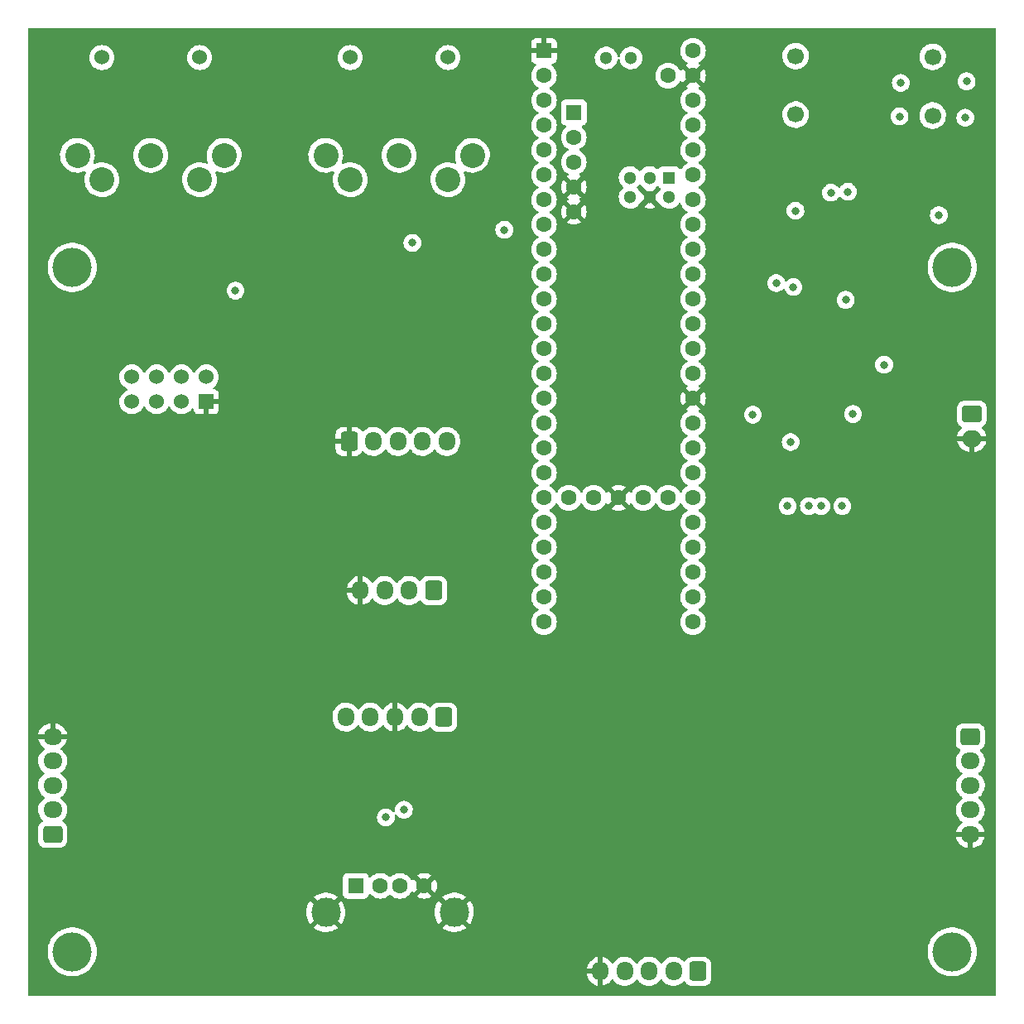
<source format=gbr>
%TF.GenerationSoftware,KiCad,Pcbnew,(6.0.1)*%
%TF.CreationDate,2022-04-22T15:57:16+02:00*%
%TF.ProjectId,BuitPCB,42756974-5043-4422-9e6b-696361645f70,rev?*%
%TF.SameCoordinates,Original*%
%TF.FileFunction,Copper,L2,Inr*%
%TF.FilePolarity,Positive*%
%FSLAX46Y46*%
G04 Gerber Fmt 4.6, Leading zero omitted, Abs format (unit mm)*
G04 Created by KiCad (PCBNEW (6.0.1)) date 2022-04-22 15:57:16*
%MOMM*%
%LPD*%
G01*
G04 APERTURE LIST*
G04 Aperture macros list*
%AMRoundRect*
0 Rectangle with rounded corners*
0 $1 Rounding radius*
0 $2 $3 $4 $5 $6 $7 $8 $9 X,Y pos of 4 corners*
0 Add a 4 corners polygon primitive as box body*
4,1,4,$2,$3,$4,$5,$6,$7,$8,$9,$2,$3,0*
0 Add four circle primitives for the rounded corners*
1,1,$1+$1,$2,$3*
1,1,$1+$1,$4,$5*
1,1,$1+$1,$6,$7*
1,1,$1+$1,$8,$9*
0 Add four rect primitives between the rounded corners*
20,1,$1+$1,$2,$3,$4,$5,0*
20,1,$1+$1,$4,$5,$6,$7,0*
20,1,$1+$1,$6,$7,$8,$9,0*
20,1,$1+$1,$8,$9,$2,$3,0*%
G04 Aperture macros list end*
%TA.AperFunction,ComponentPad*%
%ADD10R,1.600000X1.600000*%
%TD*%
%TA.AperFunction,ComponentPad*%
%ADD11C,1.600000*%
%TD*%
%TA.AperFunction,ComponentPad*%
%ADD12R,1.300000X1.300000*%
%TD*%
%TA.AperFunction,ComponentPad*%
%ADD13C,1.300000*%
%TD*%
%TA.AperFunction,ComponentPad*%
%ADD14C,1.700000*%
%TD*%
%TA.AperFunction,ComponentPad*%
%ADD15RoundRect,0.250000X0.600000X0.725000X-0.600000X0.725000X-0.600000X-0.725000X0.600000X-0.725000X0*%
%TD*%
%TA.AperFunction,ComponentPad*%
%ADD16O,1.700000X1.950000*%
%TD*%
%TA.AperFunction,ComponentPad*%
%ADD17RoundRect,0.250000X0.725000X-0.600000X0.725000X0.600000X-0.725000X0.600000X-0.725000X-0.600000X0*%
%TD*%
%TA.AperFunction,ComponentPad*%
%ADD18O,1.950000X1.700000*%
%TD*%
%TA.AperFunction,ComponentPad*%
%ADD19C,1.524000*%
%TD*%
%TA.AperFunction,ComponentPad*%
%ADD20C,2.540000*%
%TD*%
%TA.AperFunction,ComponentPad*%
%ADD21C,3.000000*%
%TD*%
%TA.AperFunction,ComponentPad*%
%ADD22RoundRect,0.250000X-0.750000X0.600000X-0.750000X-0.600000X0.750000X-0.600000X0.750000X0.600000X0*%
%TD*%
%TA.AperFunction,ComponentPad*%
%ADD23O,2.000000X1.700000*%
%TD*%
%TA.AperFunction,ComponentPad*%
%ADD24RoundRect,0.250000X-0.725000X0.600000X-0.725000X-0.600000X0.725000X-0.600000X0.725000X0.600000X0*%
%TD*%
%TA.AperFunction,ComponentPad*%
%ADD25R,1.524000X1.524000*%
%TD*%
%TA.AperFunction,ComponentPad*%
%ADD26C,4.000000*%
%TD*%
%TA.AperFunction,ComponentPad*%
%ADD27RoundRect,0.250000X-0.600000X-0.725000X0.600000X-0.725000X0.600000X0.725000X-0.600000X0.725000X0*%
%TD*%
%TA.AperFunction,ViaPad*%
%ADD28C,0.800000*%
%TD*%
G04 APERTURE END LIST*
D10*
%TO.N,GND*%
%TO.C,U1*%
X153252200Y-52853800D03*
D11*
%TO.N,MIDI_IN*%
X153252200Y-55393800D03*
%TO.N,MIDI_OUT*%
X153252200Y-57933800D03*
%TO.N,SENS_XOUT_LEFT*%
X153252200Y-60473800D03*
%TO.N,SENS_XOUT_CENTER*%
X153252200Y-63013800D03*
%TO.N,SENS_XOUT_RIGHT*%
X153252200Y-65553800D03*
%TO.N,unconnected-(U1-Pad7)*%
X153252200Y-68093800D03*
%TO.N,unconnected-(U1-Pad8)*%
X153252200Y-70633800D03*
%TO.N,I2S_DIN*%
X153252200Y-73173800D03*
%TO.N,I2S_DOUT*%
X153252200Y-75713800D03*
%TO.N,TRELLIS_INT_PIN*%
X153252200Y-78253800D03*
%TO.N,ROT_CLICK_SW*%
X153252200Y-80793800D03*
%TO.N,ROT_CLICK_DT*%
X153252200Y-83333800D03*
%TO.N,ROT_CLICK_CLK*%
X153252200Y-85873800D03*
%TO.N,+3V3*%
X153252200Y-88413800D03*
%TO.N,unconnected-(U1-Pad16)*%
X153252200Y-90953800D03*
%TO.N,unconnected-(U1-Pad17)*%
X153252200Y-93493800D03*
%TO.N,unconnected-(U1-Pad18)*%
X153252200Y-96033800D03*
%TO.N,unconnected-(U1-Pad19)*%
X153252200Y-98573800D03*
%TO.N,unconnected-(U1-Pad20)*%
X153252200Y-101113800D03*
%TO.N,unconnected-(U1-Pad21)*%
X153252200Y-103653800D03*
%TO.N,unconnected-(U1-Pad22)*%
X153252200Y-106193800D03*
%TO.N,unconnected-(U1-Pad23)*%
X153252200Y-108733800D03*
%TO.N,unconnected-(U1-Pad24)*%
X153252200Y-111273800D03*
%TO.N,unconnected-(U1-Pad25)*%
X168492200Y-111273800D03*
%TO.N,unconnected-(U1-Pad26)*%
X168492200Y-108733800D03*
%TO.N,unconnected-(U1-Pad27)*%
X168492200Y-106193800D03*
%TO.N,unconnected-(U1-Pad28)*%
X168492200Y-103653800D03*
%TO.N,unconnected-(U1-Pad29)*%
X168492200Y-101113800D03*
%TO.N,unconnected-(U1-Pad30)*%
X168492200Y-98573800D03*
%TO.N,unconnected-(U1-Pad31)*%
X168492200Y-96033800D03*
%TO.N,unconnected-(U1-Pad32)*%
X168492200Y-93493800D03*
%TO.N,unconnected-(U1-Pad33)*%
X168492200Y-90953800D03*
%TO.N,GND*%
X168492200Y-88413800D03*
%TO.N,unconnected-(U1-Pad35)*%
X168492200Y-85873800D03*
%TO.N,ESP8266_UART_RX*%
X168492200Y-83333800D03*
%TO.N,ESP8266_UART_TX*%
X168492200Y-80793800D03*
%TO.N,SENS_I2C_SCL*%
X168492200Y-78253800D03*
%TO.N,SENS_I2C_SDA*%
X168492200Y-75713800D03*
%TO.N,I2C_SDA_3V3*%
X168492200Y-73173800D03*
%TO.N,I2C_SCL_3V3*%
X168492200Y-70633800D03*
%TO.N,I2S_LRCLK*%
X168492200Y-68093800D03*
%TO.N,I2S_SCLK*%
X168492200Y-65553800D03*
%TO.N,unconnected-(U1-Pad44)*%
X168492200Y-63013800D03*
%TO.N,I2S_MCLK*%
X168492200Y-60473800D03*
%TO.N,+3V3*%
X168492200Y-57933800D03*
%TO.N,GND*%
X168492200Y-55393800D03*
%TO.N,V_USB*%
X168492200Y-52853800D03*
%TO.N,unconnected-(U1-Pad49)*%
X165952200Y-55393800D03*
%TO.N,unconnected-(U1-Pad50)*%
X155792200Y-98573800D03*
%TO.N,+3V3*%
X158332200Y-98573800D03*
%TO.N,GND*%
X160872200Y-98573800D03*
%TO.N,unconnected-(U1-Pad53)*%
X163412200Y-98573800D03*
%TO.N,unconnected-(U1-Pad54)*%
X165952200Y-98573800D03*
D10*
%TO.N,USB_HOST_5V*%
X156303000Y-59153000D03*
D11*
%TO.N,USB_HOST_N*%
X156303000Y-61693000D03*
%TO.N,USB_HOST_P*%
X156303000Y-64233000D03*
%TO.N,GND*%
X156303000Y-66773000D03*
X156303000Y-69313000D03*
D12*
%TO.N,unconnected-(U1-Pad60)*%
X166053800Y-65823800D03*
D13*
%TO.N,unconnected-(U1-Pad61)*%
X164053800Y-65823800D03*
%TO.N,unconnected-(U1-Pad62)*%
X162053800Y-65823800D03*
%TO.N,unconnected-(U1-Pad63)*%
X162053800Y-67823800D03*
%TO.N,GND*%
X164053800Y-67823800D03*
%TO.N,unconnected-(U1-Pad65)*%
X166053800Y-67823800D03*
%TO.N,unconnected-(U1-Pad66)*%
X162142200Y-53583800D03*
%TO.N,unconnected-(U1-Pad67)*%
X159602200Y-53583800D03*
%TD*%
D14*
%TO.N,*%
%TO.C,J4*%
X179000000Y-53376000D03*
X179000000Y-59376000D03*
%TD*%
D15*
%TO.N,+3V3*%
%TO.C,J11*%
X141952000Y-108048000D03*
D16*
%TO.N,I2C_SCL_3V3*%
X139452000Y-108048000D03*
%TO.N,I2C_SDA_3V3*%
X136952000Y-108048000D03*
%TO.N,GND*%
X134452000Y-108048000D03*
%TD*%
D17*
%TO.N,+3V3*%
%TO.C,J5*%
X103000000Y-133000000D03*
D18*
%TO.N,SENS_I2C_SCL*%
X103000000Y-130500000D03*
%TO.N,SENS_I2C_SDA*%
X103000000Y-128000000D03*
%TO.N,SENS_XOUT_LEFT*%
X103000000Y-125500000D03*
%TO.N,GND*%
X103000000Y-123000000D03*
%TD*%
D15*
%TO.N,+3V3*%
%TO.C,J9*%
X169000000Y-147000000D03*
D16*
%TO.N,SENS_I2C_SCL*%
X166500000Y-147000000D03*
%TO.N,SENS_I2C_SDA*%
X164000000Y-147000000D03*
%TO.N,SENS_XOUT_CENTER*%
X161500000Y-147000000D03*
%TO.N,GND*%
X159000000Y-147000000D03*
%TD*%
D15*
%TO.N,TRELLIS_INT_PIN*%
%TO.C,J12*%
X143000000Y-121000000D03*
D16*
%TO.N,+3V3*%
X140500000Y-121000000D03*
%TO.N,GND*%
X138000000Y-121000000D03*
%TO.N,I2C_SCL_3V3*%
X135500000Y-121000000D03*
%TO.N,I2C_SDA_3V3*%
X133000000Y-121000000D03*
%TD*%
D19*
%TO.N,*%
%TO.C,J2*%
X118030000Y-53535000D03*
X108030000Y-53535000D03*
D20*
%TO.N,unconnected-(J2-Pad1)*%
X120530000Y-63535000D03*
%TO.N,unconnected-(J2-Pad2)*%
X118030000Y-66035000D03*
%TO.N,unconnected-(J2-Pad3)*%
X113030000Y-63535000D03*
%TO.N,Net-(J2-Pad4)*%
X108030000Y-66035000D03*
%TO.N,Net-(J2-Pad5)*%
X105530000Y-63535000D03*
%TD*%
D10*
%TO.N,USB_HOST_5V*%
%TO.C,J3*%
X134000000Y-138253000D03*
D11*
%TO.N,USB_HOST_N*%
X136500000Y-138253000D03*
%TO.N,USB_HOST_P*%
X138500000Y-138253000D03*
%TO.N,GND*%
X141000000Y-138253000D03*
D21*
X144070000Y-140963000D03*
X130930000Y-140963000D03*
%TD*%
D22*
%TO.N,Net-(C10-Pad2)*%
%TO.C,J8*%
X197000000Y-90000000D03*
D23*
%TO.N,GND*%
X197000000Y-92500000D03*
%TD*%
D19*
%TO.N,*%
%TO.C,J1*%
X133430000Y-53535000D03*
X143430000Y-53535000D03*
D20*
%TO.N,unconnected-(J1-Pad1)*%
X145930000Y-63535000D03*
%TO.N,unconnected-(J1-Pad2)*%
X143430000Y-66035000D03*
%TO.N,unconnected-(J1-Pad3)*%
X138430000Y-63535000D03*
%TO.N,Net-(J1-Pad4)*%
X133430000Y-66035000D03*
%TO.N,Net-(D1-Pad2)*%
X130930000Y-63535000D03*
%TD*%
D24*
%TO.N,+3V3*%
%TO.C,J7*%
X196850000Y-123000000D03*
D18*
%TO.N,SENS_I2C_SCL*%
X196850000Y-125500000D03*
%TO.N,SENS_I2C_SDA*%
X196850000Y-128000000D03*
%TO.N,SENS_XOUT_RIGHT*%
X196850000Y-130500000D03*
%TO.N,GND*%
X196850000Y-133000000D03*
%TD*%
D19*
%TO.N,ESP8266_UART_TX*%
%TO.C,U6*%
X118711000Y-86204000D03*
%TO.N,unconnected-(U6-Pad2)*%
X116171000Y-86204000D03*
%TO.N,unconnected-(U6-Pad3)*%
X113631000Y-86204000D03*
%TO.N,+3V3*%
X111091000Y-86204000D03*
%TO.N,ESP8266_UART_RX*%
X111091000Y-88744000D03*
%TO.N,unconnected-(U6-Pad6)*%
X113631000Y-88744000D03*
%TO.N,unconnected-(U6-Pad7)*%
X116171000Y-88744000D03*
D25*
%TO.N,GND*%
X118711000Y-88744000D03*
%TD*%
D14*
%TO.N,*%
%TO.C,J6*%
X193000000Y-59468000D03*
X193000000Y-53468000D03*
%TD*%
D26*
%TO.N,N/C*%
%TO.C,*%
X105000000Y-75000000D03*
%TD*%
%TO.N,N/C*%
%TO.C,*%
X195000000Y-145000000D03*
%TD*%
%TO.N,N/C*%
%TO.C,*%
X195000000Y-75000000D03*
%TD*%
%TO.N,N/C*%
%TO.C,REF\u002A\u002A*%
X105000000Y-145000000D03*
%TD*%
D27*
%TO.N,GND*%
%TO.C,J10*%
X133300000Y-92800000D03*
D16*
%TO.N,+3V3*%
X135800000Y-92800000D03*
%TO.N,ROT_CLICK_SW*%
X138300000Y-92800000D03*
%TO.N,ROT_CLICK_DT*%
X140800000Y-92800000D03*
%TO.N,ROT_CLICK_CLK*%
X143300000Y-92800000D03*
%TD*%
D28*
%TO.N,GND*%
X147286000Y-74901000D03*
X182499000Y-52867000D03*
X193650000Y-67160000D03*
X185674000Y-71628000D03*
X185674000Y-70583000D03*
X186783000Y-70583000D03*
X180848000Y-69519800D03*
X147286000Y-78330000D03*
X187960000Y-71628000D03*
X141610000Y-82730000D03*
X147286000Y-81632000D03*
X184092200Y-80220200D03*
X184861200Y-91897200D03*
X197927000Y-67310000D03*
X188000000Y-70583000D03*
X142968000Y-72234000D03*
X185674000Y-72742000D03*
X186783000Y-72742000D03*
X197927000Y-70104000D03*
X187960000Y-72742000D03*
X186800000Y-71700000D03*
X175514000Y-52867000D03*
X188112400Y-65557400D03*
%TO.N,HP_L*%
X196342000Y-59690000D03*
X189615500Y-59558500D03*
%TO.N,HP_R*%
X196475000Y-55968000D03*
X189738000Y-56134000D03*
%TO.N,+3V3*%
X178172400Y-99412000D03*
X149190000Y-71160000D03*
X178969410Y-69215000D03*
X121700000Y-77375000D03*
X184112600Y-78320200D03*
X183760400Y-99412000D03*
X178477200Y-92858800D03*
X174616400Y-90064800D03*
X193630000Y-69650000D03*
%TO.N,I2C_SDA_3V3*%
X177012600Y-76606400D03*
%TO.N,I2C_SCL_3V3*%
X178765200Y-77012800D03*
%TO.N,SENS_I2C_SDA*%
X181610000Y-99412000D03*
%TO.N,SENS_I2C_SCL*%
X180340000Y-99412000D03*
%TO.N,SENS_XOUT_RIGHT*%
X138925000Y-130475000D03*
%TO.N,SENS_XOUT_CENTER*%
X137075000Y-131250000D03*
%TO.N,V_USB*%
X139793000Y-72488000D03*
%TO.N,MIC*%
X184327800Y-67259200D03*
X188036200Y-84963000D03*
%TO.N,MIC_BIAS*%
X184853800Y-90000000D03*
X182600600Y-67360800D03*
%TD*%
%TA.AperFunction,Conductor*%
%TO.N,GND*%
G36*
X199434121Y-50528002D02*
G01*
X199480614Y-50581658D01*
X199492000Y-50634000D01*
X199492000Y-149366000D01*
X199471998Y-149434121D01*
X199418342Y-149480614D01*
X199366000Y-149492000D01*
X100634000Y-149492000D01*
X100565879Y-149471998D01*
X100519386Y-149418342D01*
X100508000Y-149366000D01*
X100508000Y-145000000D01*
X102486540Y-145000000D01*
X102506359Y-145315020D01*
X102565505Y-145625072D01*
X102663044Y-145925266D01*
X102664731Y-145928852D01*
X102664733Y-145928856D01*
X102795750Y-146207283D01*
X102795754Y-146207290D01*
X102797438Y-146210869D01*
X102966568Y-146477375D01*
X103167767Y-146720582D01*
X103170657Y-146723296D01*
X103170658Y-146723297D01*
X103180407Y-146732452D01*
X103397860Y-146936654D01*
X103653221Y-147122184D01*
X103656690Y-147124091D01*
X103656693Y-147124093D01*
X103898223Y-147256876D01*
X103929821Y-147274247D01*
X103933490Y-147275700D01*
X103933495Y-147275702D01*
X104119446Y-147349325D01*
X104223298Y-147390443D01*
X104529025Y-147468940D01*
X104842179Y-147508500D01*
X105157821Y-147508500D01*
X105470975Y-147468940D01*
X105776702Y-147390443D01*
X105880554Y-147349325D01*
X106066505Y-147275702D01*
X106066510Y-147275700D01*
X106070179Y-147274247D01*
X106077553Y-147270193D01*
X157649410Y-147270193D01*
X157656124Y-147349325D01*
X157657914Y-147359797D01*
X157713130Y-147572535D01*
X157716665Y-147582575D01*
X157806937Y-147782970D01*
X157812106Y-147792256D01*
X157934850Y-147974575D01*
X157941519Y-147982870D01*
X158093228Y-148141900D01*
X158101186Y-148148941D01*
X158277525Y-148280141D01*
X158286562Y-148285745D01*
X158482484Y-148385357D01*
X158492335Y-148389357D01*
X158702240Y-148454534D01*
X158712624Y-148456817D01*
X158728043Y-148458861D01*
X158742207Y-148456665D01*
X158746000Y-148443478D01*
X158746000Y-148441192D01*
X159254000Y-148441192D01*
X159257973Y-148454723D01*
X159268580Y-148456248D01*
X159386421Y-148431523D01*
X159396617Y-148428463D01*
X159601029Y-148347737D01*
X159610561Y-148343006D01*
X159798462Y-148228984D01*
X159807052Y-148222720D01*
X159973052Y-148078673D01*
X159980472Y-148071042D01*
X160119826Y-147901089D01*
X160125848Y-147892326D01*
X160141238Y-147865289D01*
X160192320Y-147815982D01*
X160261951Y-147802120D01*
X160328022Y-147828103D01*
X160355261Y-147857253D01*
X160384773Y-147901089D01*
X160437441Y-147979319D01*
X160441120Y-147983176D01*
X160441122Y-147983178D01*
X160502710Y-148047738D01*
X160596576Y-148146135D01*
X160781542Y-148283754D01*
X160786293Y-148286170D01*
X160786297Y-148286172D01*
X160849481Y-148318296D01*
X160987051Y-148388240D01*
X160992145Y-148389822D01*
X160992148Y-148389823D01*
X161157583Y-148441192D01*
X161207227Y-148456607D01*
X161212516Y-148457308D01*
X161430489Y-148486198D01*
X161430494Y-148486198D01*
X161435774Y-148486898D01*
X161441103Y-148486698D01*
X161441105Y-148486698D01*
X161550966Y-148482573D01*
X161666158Y-148478249D01*
X161688802Y-148473498D01*
X161886572Y-148432002D01*
X161891791Y-148430907D01*
X161896750Y-148428949D01*
X161896752Y-148428948D01*
X162101256Y-148348185D01*
X162101258Y-148348184D01*
X162106221Y-148346224D01*
X162111525Y-148343006D01*
X162298757Y-148229390D01*
X162298756Y-148229390D01*
X162303317Y-148226623D01*
X162343134Y-148192072D01*
X162473412Y-148079023D01*
X162473414Y-148079021D01*
X162477445Y-148075523D01*
X162541048Y-147997954D01*
X162620240Y-147901373D01*
X162620244Y-147901367D01*
X162623624Y-147897245D01*
X162641552Y-147865750D01*
X162692632Y-147816445D01*
X162762262Y-147802583D01*
X162828333Y-147828566D01*
X162855573Y-147857716D01*
X162860983Y-147865752D01*
X162937441Y-147979319D01*
X162941120Y-147983176D01*
X162941122Y-147983178D01*
X163002710Y-148047738D01*
X163096576Y-148146135D01*
X163281542Y-148283754D01*
X163286293Y-148286170D01*
X163286297Y-148286172D01*
X163349481Y-148318296D01*
X163487051Y-148388240D01*
X163492145Y-148389822D01*
X163492148Y-148389823D01*
X163657583Y-148441192D01*
X163707227Y-148456607D01*
X163712516Y-148457308D01*
X163930489Y-148486198D01*
X163930494Y-148486198D01*
X163935774Y-148486898D01*
X163941103Y-148486698D01*
X163941105Y-148486698D01*
X164050966Y-148482573D01*
X164166158Y-148478249D01*
X164188802Y-148473498D01*
X164386572Y-148432002D01*
X164391791Y-148430907D01*
X164396750Y-148428949D01*
X164396752Y-148428948D01*
X164601256Y-148348185D01*
X164601258Y-148348184D01*
X164606221Y-148346224D01*
X164611525Y-148343006D01*
X164798757Y-148229390D01*
X164798756Y-148229390D01*
X164803317Y-148226623D01*
X164843134Y-148192072D01*
X164973412Y-148079023D01*
X164973414Y-148079021D01*
X164977445Y-148075523D01*
X165041048Y-147997954D01*
X165120240Y-147901373D01*
X165120244Y-147901367D01*
X165123624Y-147897245D01*
X165141552Y-147865750D01*
X165192632Y-147816445D01*
X165262262Y-147802583D01*
X165328333Y-147828566D01*
X165355573Y-147857716D01*
X165360983Y-147865752D01*
X165437441Y-147979319D01*
X165441120Y-147983176D01*
X165441122Y-147983178D01*
X165502710Y-148047738D01*
X165596576Y-148146135D01*
X165781542Y-148283754D01*
X165786293Y-148286170D01*
X165786297Y-148286172D01*
X165849481Y-148318296D01*
X165987051Y-148388240D01*
X165992145Y-148389822D01*
X165992148Y-148389823D01*
X166157583Y-148441192D01*
X166207227Y-148456607D01*
X166212516Y-148457308D01*
X166430489Y-148486198D01*
X166430494Y-148486198D01*
X166435774Y-148486898D01*
X166441103Y-148486698D01*
X166441105Y-148486698D01*
X166550966Y-148482573D01*
X166666158Y-148478249D01*
X166688802Y-148473498D01*
X166886572Y-148432002D01*
X166891791Y-148430907D01*
X166896750Y-148428949D01*
X166896752Y-148428948D01*
X167101256Y-148348185D01*
X167101258Y-148348184D01*
X167106221Y-148346224D01*
X167111525Y-148343006D01*
X167298757Y-148229390D01*
X167298756Y-148229390D01*
X167303317Y-148226623D01*
X167343134Y-148192072D01*
X167473412Y-148079023D01*
X167473414Y-148079021D01*
X167477445Y-148075523D01*
X167506670Y-148039880D01*
X167565329Y-147999886D01*
X167636299Y-147997954D01*
X167697048Y-148034698D01*
X167711248Y-148053468D01*
X167727062Y-148079023D01*
X167801522Y-148199348D01*
X167926697Y-148324305D01*
X167932927Y-148328145D01*
X167932928Y-148328146D01*
X168070090Y-148412694D01*
X168077262Y-148417115D01*
X168112938Y-148428948D01*
X168238611Y-148470632D01*
X168238613Y-148470632D01*
X168245139Y-148472797D01*
X168251975Y-148473497D01*
X168251978Y-148473498D01*
X168287663Y-148477154D01*
X168349600Y-148483500D01*
X169650400Y-148483500D01*
X169653646Y-148483163D01*
X169653650Y-148483163D01*
X169749308Y-148473238D01*
X169749312Y-148473237D01*
X169756166Y-148472526D01*
X169762702Y-148470345D01*
X169762704Y-148470345D01*
X169894806Y-148426272D01*
X169923946Y-148416550D01*
X170074348Y-148323478D01*
X170199305Y-148198303D01*
X170231462Y-148146135D01*
X170288275Y-148053968D01*
X170288276Y-148053966D01*
X170292115Y-148047738D01*
X170342031Y-147897245D01*
X170345632Y-147886389D01*
X170345632Y-147886387D01*
X170347797Y-147879861D01*
X170350114Y-147857253D01*
X170353100Y-147828103D01*
X170358500Y-147775400D01*
X170358500Y-146224600D01*
X170357185Y-146211925D01*
X170348238Y-146125692D01*
X170348237Y-146125688D01*
X170347526Y-146118834D01*
X170340785Y-146098627D01*
X170293868Y-145958002D01*
X170291550Y-145951054D01*
X170198478Y-145800652D01*
X170073303Y-145675695D01*
X170042965Y-145656994D01*
X169928968Y-145586725D01*
X169928966Y-145586724D01*
X169922738Y-145582885D01*
X169809353Y-145545277D01*
X169761389Y-145529368D01*
X169761387Y-145529368D01*
X169754861Y-145527203D01*
X169748025Y-145526503D01*
X169748022Y-145526502D01*
X169704969Y-145522091D01*
X169650400Y-145516500D01*
X168349600Y-145516500D01*
X168346354Y-145516837D01*
X168346350Y-145516837D01*
X168250692Y-145526762D01*
X168250688Y-145526763D01*
X168243834Y-145527474D01*
X168237298Y-145529655D01*
X168237296Y-145529655D01*
X168105194Y-145573728D01*
X168076054Y-145583450D01*
X167925652Y-145676522D01*
X167800695Y-145801697D01*
X167726852Y-145921493D01*
X167710920Y-145947339D01*
X167658148Y-145994832D01*
X167588076Y-146006256D01*
X167522952Y-145977982D01*
X167512490Y-145968195D01*
X167407103Y-145857722D01*
X167403424Y-145853865D01*
X167218458Y-145716246D01*
X167213707Y-145713830D01*
X167213703Y-145713828D01*
X167095588Y-145653776D01*
X167012949Y-145611760D01*
X167007855Y-145610178D01*
X167007852Y-145610177D01*
X166797871Y-145544976D01*
X166792773Y-145543393D01*
X166787484Y-145542692D01*
X166569511Y-145513802D01*
X166569506Y-145513802D01*
X166564226Y-145513102D01*
X166558897Y-145513302D01*
X166558895Y-145513302D01*
X166449034Y-145517426D01*
X166333842Y-145521751D01*
X166328623Y-145522846D01*
X166306566Y-145527474D01*
X166108209Y-145569093D01*
X166103250Y-145571051D01*
X166103248Y-145571052D01*
X165898744Y-145651815D01*
X165898742Y-145651816D01*
X165893779Y-145653776D01*
X165889220Y-145656543D01*
X165889217Y-145656544D01*
X165794113Y-145714255D01*
X165696683Y-145773377D01*
X165692653Y-145776874D01*
X165599484Y-145857722D01*
X165522555Y-145924477D01*
X165503809Y-145947339D01*
X165379760Y-146098627D01*
X165379756Y-146098633D01*
X165376376Y-146102755D01*
X165358448Y-146134250D01*
X165307368Y-146183555D01*
X165237738Y-146197417D01*
X165171667Y-146171434D01*
X165144427Y-146142284D01*
X165117814Y-146102755D01*
X165062559Y-146020681D01*
X164903424Y-145853865D01*
X164718458Y-145716246D01*
X164713707Y-145713830D01*
X164713703Y-145713828D01*
X164595588Y-145653776D01*
X164512949Y-145611760D01*
X164507855Y-145610178D01*
X164507852Y-145610177D01*
X164297871Y-145544976D01*
X164292773Y-145543393D01*
X164287484Y-145542692D01*
X164069511Y-145513802D01*
X164069506Y-145513802D01*
X164064226Y-145513102D01*
X164058897Y-145513302D01*
X164058895Y-145513302D01*
X163949034Y-145517426D01*
X163833842Y-145521751D01*
X163828623Y-145522846D01*
X163806566Y-145527474D01*
X163608209Y-145569093D01*
X163603250Y-145571051D01*
X163603248Y-145571052D01*
X163398744Y-145651815D01*
X163398742Y-145651816D01*
X163393779Y-145653776D01*
X163389220Y-145656543D01*
X163389217Y-145656544D01*
X163294113Y-145714255D01*
X163196683Y-145773377D01*
X163192653Y-145776874D01*
X163099484Y-145857722D01*
X163022555Y-145924477D01*
X163003809Y-145947339D01*
X162879760Y-146098627D01*
X162879756Y-146098633D01*
X162876376Y-146102755D01*
X162858448Y-146134250D01*
X162807368Y-146183555D01*
X162737738Y-146197417D01*
X162671667Y-146171434D01*
X162644427Y-146142284D01*
X162617814Y-146102755D01*
X162562559Y-146020681D01*
X162403424Y-145853865D01*
X162218458Y-145716246D01*
X162213707Y-145713830D01*
X162213703Y-145713828D01*
X162095588Y-145653776D01*
X162012949Y-145611760D01*
X162007855Y-145610178D01*
X162007852Y-145610177D01*
X161797871Y-145544976D01*
X161792773Y-145543393D01*
X161787484Y-145542692D01*
X161569511Y-145513802D01*
X161569506Y-145513802D01*
X161564226Y-145513102D01*
X161558897Y-145513302D01*
X161558895Y-145513302D01*
X161449034Y-145517426D01*
X161333842Y-145521751D01*
X161328623Y-145522846D01*
X161306566Y-145527474D01*
X161108209Y-145569093D01*
X161103250Y-145571051D01*
X161103248Y-145571052D01*
X160898744Y-145651815D01*
X160898742Y-145651816D01*
X160893779Y-145653776D01*
X160889220Y-145656543D01*
X160889217Y-145656544D01*
X160794113Y-145714255D01*
X160696683Y-145773377D01*
X160692653Y-145776874D01*
X160599484Y-145857722D01*
X160522555Y-145924477D01*
X160503809Y-145947339D01*
X160379760Y-146098627D01*
X160379756Y-146098633D01*
X160376376Y-146102755D01*
X160373738Y-146107390D01*
X160373733Y-146107398D01*
X160358171Y-146134735D01*
X160307088Y-146184041D01*
X160237458Y-146197902D01*
X160171387Y-146171918D01*
X160144149Y-146142768D01*
X160065148Y-146025422D01*
X160058481Y-146017130D01*
X159906772Y-145858100D01*
X159898814Y-145851059D01*
X159722475Y-145719859D01*
X159713438Y-145714255D01*
X159517516Y-145614643D01*
X159507665Y-145610643D01*
X159297760Y-145545466D01*
X159287376Y-145543183D01*
X159271957Y-145541139D01*
X159257793Y-145543335D01*
X159254000Y-145556522D01*
X159254000Y-148441192D01*
X158746000Y-148441192D01*
X158746000Y-147272115D01*
X158741525Y-147256876D01*
X158740135Y-147255671D01*
X158732452Y-147254000D01*
X157666151Y-147254000D01*
X157651473Y-147258310D01*
X157649410Y-147270193D01*
X106077553Y-147270193D01*
X106101777Y-147256876D01*
X106343307Y-147124093D01*
X106343310Y-147124091D01*
X106346779Y-147122184D01*
X106602140Y-146936654D01*
X106819593Y-146732452D01*
X106824149Y-146728174D01*
X157646496Y-146728174D01*
X157647915Y-146741414D01*
X157662550Y-146746000D01*
X158727885Y-146746000D01*
X158743124Y-146741525D01*
X158744329Y-146740135D01*
X158746000Y-146732452D01*
X158746000Y-145558808D01*
X158742027Y-145545277D01*
X158731420Y-145543752D01*
X158613579Y-145568477D01*
X158603383Y-145571537D01*
X158398971Y-145652263D01*
X158389439Y-145656994D01*
X158201538Y-145771016D01*
X158192948Y-145777280D01*
X158026948Y-145921327D01*
X158019528Y-145928958D01*
X157880174Y-146098911D01*
X157874150Y-146107678D01*
X157765424Y-146298682D01*
X157760959Y-146308346D01*
X157685969Y-146514941D01*
X157683198Y-146525208D01*
X157646496Y-146728174D01*
X106824149Y-146728174D01*
X106829342Y-146723297D01*
X106829343Y-146723296D01*
X106832233Y-146720582D01*
X107033432Y-146477375D01*
X107202562Y-146210869D01*
X107204246Y-146207290D01*
X107204250Y-146207283D01*
X107335267Y-145928856D01*
X107335269Y-145928852D01*
X107336956Y-145925266D01*
X107434495Y-145625072D01*
X107493641Y-145315020D01*
X107513460Y-145000000D01*
X192486540Y-145000000D01*
X192506359Y-145315020D01*
X192565505Y-145625072D01*
X192663044Y-145925266D01*
X192664731Y-145928852D01*
X192664733Y-145928856D01*
X192795750Y-146207283D01*
X192795754Y-146207290D01*
X192797438Y-146210869D01*
X192966568Y-146477375D01*
X193167767Y-146720582D01*
X193170657Y-146723296D01*
X193170658Y-146723297D01*
X193180407Y-146732452D01*
X193397860Y-146936654D01*
X193653221Y-147122184D01*
X193656690Y-147124091D01*
X193656693Y-147124093D01*
X193898223Y-147256876D01*
X193929821Y-147274247D01*
X193933490Y-147275700D01*
X193933495Y-147275702D01*
X194119446Y-147349325D01*
X194223298Y-147390443D01*
X194529025Y-147468940D01*
X194842179Y-147508500D01*
X195157821Y-147508500D01*
X195470975Y-147468940D01*
X195776702Y-147390443D01*
X195880554Y-147349325D01*
X196066505Y-147275702D01*
X196066510Y-147275700D01*
X196070179Y-147274247D01*
X196101777Y-147256876D01*
X196343307Y-147124093D01*
X196343310Y-147124091D01*
X196346779Y-147122184D01*
X196602140Y-146936654D01*
X196819593Y-146732452D01*
X196829342Y-146723297D01*
X196829343Y-146723296D01*
X196832233Y-146720582D01*
X197033432Y-146477375D01*
X197202562Y-146210869D01*
X197204246Y-146207290D01*
X197204250Y-146207283D01*
X197335267Y-145928856D01*
X197335269Y-145928852D01*
X197336956Y-145925266D01*
X197434495Y-145625072D01*
X197493641Y-145315020D01*
X197513460Y-145000000D01*
X197493641Y-144684980D01*
X197434495Y-144374928D01*
X197336956Y-144074734D01*
X197335267Y-144071144D01*
X197204250Y-143792717D01*
X197204246Y-143792710D01*
X197202562Y-143789131D01*
X197033432Y-143522625D01*
X196832233Y-143279418D01*
X196602140Y-143063346D01*
X196346779Y-142877816D01*
X196330609Y-142868926D01*
X196073648Y-142727660D01*
X196073647Y-142727659D01*
X196070179Y-142725753D01*
X196066510Y-142724300D01*
X196066505Y-142724298D01*
X195780372Y-142611010D01*
X195780371Y-142611010D01*
X195776702Y-142609557D01*
X195470975Y-142531060D01*
X195157821Y-142491500D01*
X194842179Y-142491500D01*
X194529025Y-142531060D01*
X194223298Y-142609557D01*
X194219629Y-142611010D01*
X194219628Y-142611010D01*
X193933495Y-142724298D01*
X193933490Y-142724300D01*
X193929821Y-142725753D01*
X193926353Y-142727659D01*
X193926352Y-142727660D01*
X193669392Y-142868926D01*
X193653221Y-142877816D01*
X193397860Y-143063346D01*
X193167767Y-143279418D01*
X192966568Y-143522625D01*
X192797438Y-143789131D01*
X192795754Y-143792710D01*
X192795750Y-143792717D01*
X192664733Y-144071144D01*
X192663044Y-144074734D01*
X192565505Y-144374928D01*
X192506359Y-144684980D01*
X192486540Y-145000000D01*
X107513460Y-145000000D01*
X107493641Y-144684980D01*
X107434495Y-144374928D01*
X107336956Y-144074734D01*
X107335267Y-144071144D01*
X107204250Y-143792717D01*
X107204246Y-143792710D01*
X107202562Y-143789131D01*
X107033432Y-143522625D01*
X106832233Y-143279418D01*
X106602140Y-143063346D01*
X106346779Y-142877816D01*
X106330609Y-142868926D01*
X106073648Y-142727660D01*
X106073647Y-142727659D01*
X106070179Y-142725753D01*
X106066510Y-142724300D01*
X106066505Y-142724298D01*
X105780372Y-142611010D01*
X105780371Y-142611010D01*
X105776702Y-142609557D01*
X105555078Y-142552654D01*
X129705618Y-142552654D01*
X129712673Y-142562627D01*
X129743679Y-142588551D01*
X129750598Y-142593579D01*
X129975272Y-142734515D01*
X129982807Y-142738556D01*
X130224520Y-142847694D01*
X130232551Y-142850680D01*
X130486832Y-142926002D01*
X130495184Y-142927869D01*
X130757340Y-142967984D01*
X130765874Y-142968700D01*
X131031045Y-142972867D01*
X131039596Y-142972418D01*
X131302883Y-142940557D01*
X131311284Y-142938955D01*
X131567824Y-142871653D01*
X131575926Y-142868926D01*
X131820949Y-142767434D01*
X131828617Y-142763628D01*
X132057598Y-142629822D01*
X132064679Y-142625009D01*
X132144655Y-142562301D01*
X132151545Y-142552654D01*
X142845618Y-142552654D01*
X142852673Y-142562627D01*
X142883679Y-142588551D01*
X142890598Y-142593579D01*
X143115272Y-142734515D01*
X143122807Y-142738556D01*
X143364520Y-142847694D01*
X143372551Y-142850680D01*
X143626832Y-142926002D01*
X143635184Y-142927869D01*
X143897340Y-142967984D01*
X143905874Y-142968700D01*
X144171045Y-142972867D01*
X144179596Y-142972418D01*
X144442883Y-142940557D01*
X144451284Y-142938955D01*
X144707824Y-142871653D01*
X144715926Y-142868926D01*
X144960949Y-142767434D01*
X144968617Y-142763628D01*
X145197598Y-142629822D01*
X145204679Y-142625009D01*
X145284655Y-142562301D01*
X145293125Y-142550442D01*
X145286608Y-142538818D01*
X144082812Y-141335022D01*
X144068868Y-141327408D01*
X144067035Y-141327539D01*
X144060420Y-141331790D01*
X142852910Y-142539300D01*
X142845618Y-142552654D01*
X132151545Y-142552654D01*
X132153125Y-142550442D01*
X132146608Y-142538818D01*
X130942812Y-141335022D01*
X130928868Y-141327408D01*
X130927035Y-141327539D01*
X130920420Y-141331790D01*
X129712910Y-142539300D01*
X129705618Y-142552654D01*
X105555078Y-142552654D01*
X105470975Y-142531060D01*
X105157821Y-142491500D01*
X104842179Y-142491500D01*
X104529025Y-142531060D01*
X104223298Y-142609557D01*
X104219629Y-142611010D01*
X104219628Y-142611010D01*
X103933495Y-142724298D01*
X103933490Y-142724300D01*
X103929821Y-142725753D01*
X103926353Y-142727659D01*
X103926352Y-142727660D01*
X103669392Y-142868926D01*
X103653221Y-142877816D01*
X103397860Y-143063346D01*
X103167767Y-143279418D01*
X102966568Y-143522625D01*
X102797438Y-143789131D01*
X102795754Y-143792710D01*
X102795750Y-143792717D01*
X102664733Y-144071144D01*
X102663044Y-144074734D01*
X102565505Y-144374928D01*
X102506359Y-144684980D01*
X102486540Y-145000000D01*
X100508000Y-145000000D01*
X100508000Y-140946204D01*
X128917665Y-140946204D01*
X128932932Y-141210969D01*
X128934005Y-141219470D01*
X128985065Y-141479722D01*
X128987276Y-141487974D01*
X129073184Y-141738894D01*
X129076499Y-141746779D01*
X129195664Y-141983713D01*
X129200020Y-141991079D01*
X129329347Y-142179250D01*
X129339601Y-142187594D01*
X129353342Y-142180448D01*
X130557978Y-140975812D01*
X130564356Y-140964132D01*
X131294408Y-140964132D01*
X131294539Y-140965965D01*
X131298790Y-140972580D01*
X132505730Y-142179520D01*
X132517939Y-142186187D01*
X132529439Y-142177497D01*
X132626831Y-142044913D01*
X132631418Y-142037685D01*
X132757962Y-141804621D01*
X132761530Y-141796827D01*
X132855271Y-141548750D01*
X132857748Y-141540544D01*
X132916954Y-141282038D01*
X132918294Y-141273577D01*
X132942031Y-141007616D01*
X132942277Y-141002677D01*
X132942666Y-140965485D01*
X132942523Y-140960519D01*
X132941547Y-140946204D01*
X142057665Y-140946204D01*
X142072932Y-141210969D01*
X142074005Y-141219470D01*
X142125065Y-141479722D01*
X142127276Y-141487974D01*
X142213184Y-141738894D01*
X142216499Y-141746779D01*
X142335664Y-141983713D01*
X142340020Y-141991079D01*
X142469347Y-142179250D01*
X142479601Y-142187594D01*
X142493342Y-142180448D01*
X143697978Y-140975812D01*
X143704356Y-140964132D01*
X144434408Y-140964132D01*
X144434539Y-140965965D01*
X144438790Y-140972580D01*
X145645730Y-142179520D01*
X145657939Y-142186187D01*
X145669439Y-142177497D01*
X145766831Y-142044913D01*
X145771418Y-142037685D01*
X145897962Y-141804621D01*
X145901530Y-141796827D01*
X145995271Y-141548750D01*
X145997748Y-141540544D01*
X146056954Y-141282038D01*
X146058294Y-141273577D01*
X146082031Y-141007616D01*
X146082277Y-141002677D01*
X146082666Y-140965485D01*
X146082523Y-140960519D01*
X146064362Y-140694123D01*
X146063201Y-140685649D01*
X146009419Y-140425944D01*
X146007120Y-140417709D01*
X145918588Y-140167705D01*
X145915191Y-140159854D01*
X145793550Y-139924178D01*
X145789122Y-139916866D01*
X145670031Y-139747417D01*
X145659509Y-139739037D01*
X145646121Y-139746089D01*
X144442022Y-140950188D01*
X144434408Y-140964132D01*
X143704356Y-140964132D01*
X143705592Y-140961868D01*
X143705461Y-140960035D01*
X143701210Y-140953420D01*
X142493814Y-139746024D01*
X142481804Y-139739466D01*
X142470064Y-139748434D01*
X142361935Y-139898911D01*
X142357418Y-139906196D01*
X142233325Y-140140567D01*
X142229839Y-140148395D01*
X142138700Y-140397446D01*
X142136311Y-140405670D01*
X142079812Y-140664795D01*
X142078563Y-140673250D01*
X142057754Y-140937653D01*
X142057665Y-140946204D01*
X132941547Y-140946204D01*
X132924362Y-140694123D01*
X132923201Y-140685649D01*
X132869419Y-140425944D01*
X132867120Y-140417709D01*
X132778588Y-140167705D01*
X132775191Y-140159854D01*
X132653550Y-139924178D01*
X132649122Y-139916866D01*
X132530031Y-139747417D01*
X132519509Y-139739037D01*
X132506121Y-139746089D01*
X131302022Y-140950188D01*
X131294408Y-140964132D01*
X130564356Y-140964132D01*
X130565592Y-140961868D01*
X130565461Y-140960035D01*
X130561210Y-140953420D01*
X129353814Y-139746024D01*
X129341804Y-139739466D01*
X129330064Y-139748434D01*
X129221935Y-139898911D01*
X129217418Y-139906196D01*
X129093325Y-140140567D01*
X129089839Y-140148395D01*
X128998700Y-140397446D01*
X128996311Y-140405670D01*
X128939812Y-140664795D01*
X128938563Y-140673250D01*
X128917754Y-140937653D01*
X128917665Y-140946204D01*
X100508000Y-140946204D01*
X100508000Y-139375500D01*
X129706584Y-139375500D01*
X129712980Y-139386770D01*
X130917188Y-140590978D01*
X130931132Y-140598592D01*
X130932965Y-140598461D01*
X130939580Y-140594210D01*
X132146604Y-139387186D01*
X132153795Y-139374017D01*
X132146473Y-139363780D01*
X132099233Y-139325115D01*
X132092261Y-139320160D01*
X131866122Y-139181582D01*
X131858552Y-139177624D01*
X131684302Y-139101134D01*
X132691500Y-139101134D01*
X132698255Y-139163316D01*
X132749385Y-139299705D01*
X132836739Y-139416261D01*
X132953295Y-139503615D01*
X133089684Y-139554745D01*
X133151866Y-139561500D01*
X134848134Y-139561500D01*
X134910316Y-139554745D01*
X135046705Y-139503615D01*
X135163261Y-139416261D01*
X135250615Y-139299705D01*
X135301745Y-139163316D01*
X135303691Y-139164046D01*
X135333545Y-139111795D01*
X135396503Y-139078979D01*
X135467207Y-139085409D01*
X135510000Y-139113498D01*
X135655700Y-139259198D01*
X135660208Y-139262355D01*
X135660211Y-139262357D01*
X135701542Y-139291297D01*
X135843251Y-139390523D01*
X135848233Y-139392846D01*
X135848238Y-139392849D01*
X136044765Y-139484490D01*
X136050757Y-139487284D01*
X136056065Y-139488706D01*
X136056067Y-139488707D01*
X136266598Y-139545119D01*
X136266600Y-139545119D01*
X136271913Y-139546543D01*
X136500000Y-139566498D01*
X136728087Y-139546543D01*
X136733400Y-139545119D01*
X136733402Y-139545119D01*
X136943933Y-139488707D01*
X136943935Y-139488706D01*
X136949243Y-139487284D01*
X136955235Y-139484490D01*
X137151762Y-139392849D01*
X137151767Y-139392846D01*
X137156749Y-139390523D01*
X137298458Y-139291297D01*
X137339789Y-139262357D01*
X137339792Y-139262355D01*
X137344300Y-139259198D01*
X137410905Y-139192593D01*
X137473217Y-139158567D01*
X137544032Y-139163632D01*
X137589095Y-139192593D01*
X137655700Y-139259198D01*
X137660208Y-139262355D01*
X137660211Y-139262357D01*
X137701542Y-139291297D01*
X137843251Y-139390523D01*
X137848233Y-139392846D01*
X137848238Y-139392849D01*
X138044765Y-139484490D01*
X138050757Y-139487284D01*
X138056065Y-139488706D01*
X138056067Y-139488707D01*
X138266598Y-139545119D01*
X138266600Y-139545119D01*
X138271913Y-139546543D01*
X138500000Y-139566498D01*
X138728087Y-139546543D01*
X138733400Y-139545119D01*
X138733402Y-139545119D01*
X138943933Y-139488707D01*
X138943935Y-139488706D01*
X138949243Y-139487284D01*
X138955235Y-139484490D01*
X139151762Y-139392849D01*
X139151767Y-139392846D01*
X139156749Y-139390523D01*
X139230243Y-139339062D01*
X140278493Y-139339062D01*
X140287789Y-139351077D01*
X140338994Y-139386931D01*
X140348489Y-139392414D01*
X140545947Y-139484490D01*
X140556239Y-139488236D01*
X140766688Y-139544625D01*
X140777481Y-139546528D01*
X140994525Y-139565517D01*
X141005475Y-139565517D01*
X141222519Y-139546528D01*
X141233312Y-139544625D01*
X141443761Y-139488236D01*
X141454053Y-139484490D01*
X141651511Y-139392414D01*
X141661006Y-139386931D01*
X141677331Y-139375500D01*
X142846584Y-139375500D01*
X142852980Y-139386770D01*
X144057188Y-140590978D01*
X144071132Y-140598592D01*
X144072965Y-140598461D01*
X144079580Y-140594210D01*
X145286604Y-139387186D01*
X145293795Y-139374017D01*
X145286473Y-139363780D01*
X145239233Y-139325115D01*
X145232261Y-139320160D01*
X145006122Y-139181582D01*
X144998552Y-139177624D01*
X144755704Y-139071022D01*
X144747644Y-139068120D01*
X144492592Y-138995467D01*
X144484214Y-138993685D01*
X144221656Y-138956318D01*
X144213111Y-138955691D01*
X143947908Y-138954302D01*
X143939374Y-138954839D01*
X143676433Y-138989456D01*
X143668035Y-138991149D01*
X143412238Y-139061127D01*
X143404143Y-139063946D01*
X143160199Y-139167997D01*
X143152577Y-139171881D01*
X142925013Y-139308075D01*
X142917981Y-139312962D01*
X142855053Y-139363377D01*
X142846584Y-139375500D01*
X141677331Y-139375500D01*
X141713048Y-139350491D01*
X141721424Y-139340012D01*
X141714356Y-139326566D01*
X141012812Y-138625022D01*
X140998868Y-138617408D01*
X140997035Y-138617539D01*
X140990420Y-138621790D01*
X140284923Y-139327287D01*
X140278493Y-139339062D01*
X139230243Y-139339062D01*
X139298458Y-139291297D01*
X139339789Y-139262357D01*
X139339792Y-139262355D01*
X139344300Y-139259198D01*
X139506198Y-139097300D01*
X139514525Y-139085409D01*
X139605354Y-138955691D01*
X139637523Y-138909749D01*
X139639847Y-138904765D01*
X139641171Y-138902472D01*
X139692553Y-138853479D01*
X139762267Y-138840043D01*
X139828178Y-138866429D01*
X139859409Y-138902472D01*
X139866066Y-138914002D01*
X139902509Y-138966048D01*
X139912988Y-138974424D01*
X139926434Y-138967356D01*
X140627978Y-138265812D01*
X140634356Y-138254132D01*
X141364408Y-138254132D01*
X141364539Y-138255965D01*
X141368790Y-138262580D01*
X142074287Y-138968077D01*
X142086062Y-138974507D01*
X142098077Y-138965211D01*
X142133931Y-138914006D01*
X142139414Y-138904511D01*
X142231490Y-138707053D01*
X142235236Y-138696761D01*
X142291625Y-138486312D01*
X142293528Y-138475519D01*
X142312517Y-138258475D01*
X142312517Y-138247525D01*
X142293528Y-138030481D01*
X142291625Y-138019688D01*
X142235236Y-137809239D01*
X142231490Y-137798947D01*
X142139414Y-137601489D01*
X142133931Y-137591994D01*
X142097491Y-137539952D01*
X142087012Y-137531576D01*
X142073566Y-137538644D01*
X141372022Y-138240188D01*
X141364408Y-138254132D01*
X140634356Y-138254132D01*
X140635592Y-138251868D01*
X140635461Y-138250035D01*
X140631210Y-138243420D01*
X139925713Y-137537923D01*
X139913938Y-137531493D01*
X139901923Y-137540789D01*
X139866066Y-137591998D01*
X139859409Y-137603528D01*
X139808027Y-137652521D01*
X139738313Y-137665958D01*
X139672402Y-137639571D01*
X139641171Y-137603528D01*
X139639847Y-137601235D01*
X139637523Y-137596251D01*
X139581944Y-137516876D01*
X139509357Y-137413211D01*
X139509355Y-137413208D01*
X139506198Y-137408700D01*
X139344300Y-137246802D01*
X139339792Y-137243645D01*
X139339789Y-137243643D01*
X139228886Y-137165988D01*
X140278576Y-137165988D01*
X140285644Y-137179434D01*
X140987188Y-137880978D01*
X141001132Y-137888592D01*
X141002965Y-137888461D01*
X141009580Y-137884210D01*
X141715077Y-137178713D01*
X141721507Y-137166938D01*
X141712211Y-137154923D01*
X141661006Y-137119069D01*
X141651511Y-137113586D01*
X141454053Y-137021510D01*
X141443761Y-137017764D01*
X141233312Y-136961375D01*
X141222519Y-136959472D01*
X141005475Y-136940483D01*
X140994525Y-136940483D01*
X140777481Y-136959472D01*
X140766688Y-136961375D01*
X140556239Y-137017764D01*
X140545947Y-137021510D01*
X140348489Y-137113586D01*
X140338994Y-137119069D01*
X140286952Y-137155509D01*
X140278576Y-137165988D01*
X139228886Y-137165988D01*
X139213920Y-137155509D01*
X139156749Y-137115477D01*
X139151767Y-137113154D01*
X139151762Y-137113151D01*
X138954225Y-137021039D01*
X138954224Y-137021039D01*
X138949243Y-137018716D01*
X138943935Y-137017294D01*
X138943933Y-137017293D01*
X138733402Y-136960881D01*
X138733400Y-136960881D01*
X138728087Y-136959457D01*
X138500000Y-136939502D01*
X138271913Y-136959457D01*
X138266600Y-136960881D01*
X138266598Y-136960881D01*
X138056067Y-137017293D01*
X138056065Y-137017294D01*
X138050757Y-137018716D01*
X138045776Y-137021039D01*
X138045775Y-137021039D01*
X137848238Y-137113151D01*
X137848233Y-137113154D01*
X137843251Y-137115477D01*
X137786080Y-137155509D01*
X137660211Y-137243643D01*
X137660208Y-137243645D01*
X137655700Y-137246802D01*
X137589095Y-137313407D01*
X137526783Y-137347433D01*
X137455968Y-137342368D01*
X137410905Y-137313407D01*
X137344300Y-137246802D01*
X137339792Y-137243645D01*
X137339789Y-137243643D01*
X137213920Y-137155509D01*
X137156749Y-137115477D01*
X137151767Y-137113154D01*
X137151762Y-137113151D01*
X136954225Y-137021039D01*
X136954224Y-137021039D01*
X136949243Y-137018716D01*
X136943935Y-137017294D01*
X136943933Y-137017293D01*
X136733402Y-136960881D01*
X136733400Y-136960881D01*
X136728087Y-136959457D01*
X136500000Y-136939502D01*
X136271913Y-136959457D01*
X136266600Y-136960881D01*
X136266598Y-136960881D01*
X136056067Y-137017293D01*
X136056065Y-137017294D01*
X136050757Y-137018716D01*
X136045776Y-137021039D01*
X136045775Y-137021039D01*
X135848238Y-137113151D01*
X135848233Y-137113154D01*
X135843251Y-137115477D01*
X135786080Y-137155509D01*
X135660211Y-137243643D01*
X135660208Y-137243645D01*
X135655700Y-137246802D01*
X135510000Y-137392502D01*
X135447688Y-137426528D01*
X135376873Y-137421463D01*
X135320037Y-137378916D01*
X135302868Y-137342263D01*
X135301745Y-137342684D01*
X135253767Y-137214703D01*
X135250615Y-137206295D01*
X135163261Y-137089739D01*
X135046705Y-137002385D01*
X134910316Y-136951255D01*
X134848134Y-136944500D01*
X133151866Y-136944500D01*
X133089684Y-136951255D01*
X132953295Y-137002385D01*
X132836739Y-137089739D01*
X132749385Y-137206295D01*
X132698255Y-137342684D01*
X132691500Y-137404866D01*
X132691500Y-139101134D01*
X131684302Y-139101134D01*
X131615704Y-139071022D01*
X131607644Y-139068120D01*
X131352592Y-138995467D01*
X131344214Y-138993685D01*
X131081656Y-138956318D01*
X131073111Y-138955691D01*
X130807908Y-138954302D01*
X130799374Y-138954839D01*
X130536433Y-138989456D01*
X130528035Y-138991149D01*
X130272238Y-139061127D01*
X130264143Y-139063946D01*
X130020199Y-139167997D01*
X130012577Y-139171881D01*
X129785013Y-139308075D01*
X129777981Y-139312962D01*
X129715053Y-139363377D01*
X129706584Y-139375500D01*
X100508000Y-139375500D01*
X100508000Y-130435774D01*
X101513102Y-130435774D01*
X101513302Y-130441103D01*
X101513302Y-130441105D01*
X101514115Y-130462763D01*
X101521751Y-130666158D01*
X101569093Y-130891791D01*
X101571051Y-130896750D01*
X101571052Y-130896752D01*
X101638143Y-131066635D01*
X101653776Y-131106221D01*
X101656543Y-131110780D01*
X101656544Y-131110783D01*
X101682688Y-131153866D01*
X101773377Y-131303317D01*
X101776874Y-131307347D01*
X101891922Y-131439928D01*
X101924477Y-131477445D01*
X101960120Y-131506670D01*
X102000114Y-131565329D01*
X102002046Y-131636299D01*
X101965302Y-131697048D01*
X101946532Y-131711248D01*
X101863643Y-131762542D01*
X101800652Y-131801522D01*
X101675695Y-131926697D01*
X101671855Y-131932927D01*
X101671854Y-131932928D01*
X101603510Y-132043803D01*
X101582885Y-132077262D01*
X101527203Y-132245139D01*
X101516500Y-132349600D01*
X101516500Y-133650400D01*
X101516837Y-133653646D01*
X101516837Y-133653650D01*
X101523041Y-133713438D01*
X101527474Y-133756166D01*
X101583450Y-133923946D01*
X101676522Y-134074348D01*
X101801697Y-134199305D01*
X101807927Y-134203145D01*
X101807928Y-134203146D01*
X101945090Y-134287694D01*
X101952262Y-134292115D01*
X102018337Y-134314031D01*
X102113611Y-134345632D01*
X102113613Y-134345632D01*
X102120139Y-134347797D01*
X102126975Y-134348497D01*
X102126978Y-134348498D01*
X102170031Y-134352909D01*
X102224600Y-134358500D01*
X103775400Y-134358500D01*
X103778646Y-134358163D01*
X103778650Y-134358163D01*
X103874308Y-134348238D01*
X103874312Y-134348237D01*
X103881166Y-134347526D01*
X103887702Y-134345345D01*
X103887704Y-134345345D01*
X104019806Y-134301272D01*
X104048946Y-134291550D01*
X104199348Y-134198478D01*
X104324305Y-134073303D01*
X104329331Y-134065150D01*
X104413275Y-133928968D01*
X104413276Y-133928966D01*
X104417115Y-133922738D01*
X104472797Y-133754861D01*
X104483500Y-133650400D01*
X104483500Y-133268580D01*
X195393752Y-133268580D01*
X195418477Y-133386421D01*
X195421537Y-133396617D01*
X195502263Y-133601029D01*
X195506994Y-133610561D01*
X195621016Y-133798462D01*
X195627280Y-133807052D01*
X195771327Y-133973052D01*
X195778958Y-133980472D01*
X195948911Y-134119826D01*
X195957678Y-134125850D01*
X196148682Y-134234576D01*
X196158346Y-134239041D01*
X196364941Y-134314031D01*
X196375208Y-134316802D01*
X196578174Y-134353504D01*
X196591414Y-134352085D01*
X196596000Y-134337450D01*
X196596000Y-134333849D01*
X197104000Y-134333849D01*
X197108310Y-134348527D01*
X197120193Y-134350590D01*
X197199325Y-134343876D01*
X197209797Y-134342086D01*
X197422535Y-134286870D01*
X197432575Y-134283335D01*
X197632970Y-134193063D01*
X197642256Y-134187894D01*
X197824575Y-134065150D01*
X197832870Y-134058481D01*
X197991900Y-133906772D01*
X197998941Y-133898814D01*
X198130141Y-133722475D01*
X198135745Y-133713438D01*
X198235357Y-133517516D01*
X198239357Y-133507665D01*
X198304534Y-133297760D01*
X198306817Y-133287376D01*
X198308861Y-133271957D01*
X198306665Y-133257793D01*
X198293478Y-133254000D01*
X197122115Y-133254000D01*
X197106876Y-133258475D01*
X197105671Y-133259865D01*
X197104000Y-133267548D01*
X197104000Y-134333849D01*
X196596000Y-134333849D01*
X196596000Y-133272115D01*
X196591525Y-133256876D01*
X196590135Y-133255671D01*
X196582452Y-133254000D01*
X195408808Y-133254000D01*
X195395277Y-133257973D01*
X195393752Y-133268580D01*
X104483500Y-133268580D01*
X104483500Y-132349600D01*
X104483163Y-132346350D01*
X104473238Y-132250692D01*
X104473237Y-132250688D01*
X104472526Y-132243834D01*
X104416550Y-132076054D01*
X104323478Y-131925652D01*
X104198303Y-131800695D01*
X104052660Y-131710919D01*
X104005168Y-131658148D01*
X103993744Y-131588076D01*
X104022018Y-131522952D01*
X104031805Y-131512490D01*
X104142278Y-131407103D01*
X104146135Y-131403424D01*
X104260286Y-131250000D01*
X136161496Y-131250000D01*
X136162186Y-131256565D01*
X136166621Y-131298757D01*
X136181458Y-131439928D01*
X136240473Y-131621556D01*
X136243776Y-131627278D01*
X136243777Y-131627279D01*
X136261599Y-131658148D01*
X136335960Y-131786944D01*
X136340378Y-131791851D01*
X136340379Y-131791852D01*
X136456195Y-131920479D01*
X136463747Y-131928866D01*
X136618248Y-132041118D01*
X136624276Y-132043802D01*
X136624278Y-132043803D01*
X136786681Y-132116109D01*
X136792712Y-132118794D01*
X136886113Y-132138647D01*
X136973056Y-132157128D01*
X136973061Y-132157128D01*
X136979513Y-132158500D01*
X137170487Y-132158500D01*
X137176939Y-132157128D01*
X137176944Y-132157128D01*
X137263887Y-132138647D01*
X137357288Y-132118794D01*
X137363319Y-132116109D01*
X137525722Y-132043803D01*
X137525724Y-132043802D01*
X137531752Y-132041118D01*
X137686253Y-131928866D01*
X137693805Y-131920479D01*
X137809621Y-131791852D01*
X137809622Y-131791851D01*
X137814040Y-131786944D01*
X137888401Y-131658148D01*
X137906223Y-131627279D01*
X137906224Y-131627278D01*
X137909527Y-131621556D01*
X137968542Y-131439928D01*
X137983380Y-131298757D01*
X137987814Y-131256565D01*
X137988504Y-131250000D01*
X137974616Y-131117866D01*
X137987388Y-131048029D01*
X138035890Y-130996183D01*
X138104723Y-130978788D01*
X138172033Y-131001369D01*
X138193562Y-131020387D01*
X138229295Y-131060072D01*
X138313747Y-131153866D01*
X138396105Y-131213703D01*
X138446064Y-131250000D01*
X138468248Y-131266118D01*
X138474276Y-131268802D01*
X138474278Y-131268803D01*
X138560850Y-131307347D01*
X138642712Y-131343794D01*
X138736113Y-131363647D01*
X138823056Y-131382128D01*
X138823061Y-131382128D01*
X138829513Y-131383500D01*
X139020487Y-131383500D01*
X139026939Y-131382128D01*
X139026944Y-131382128D01*
X139113887Y-131363647D01*
X139207288Y-131343794D01*
X139289150Y-131307347D01*
X139375722Y-131268803D01*
X139375724Y-131268802D01*
X139381752Y-131266118D01*
X139403937Y-131250000D01*
X139453895Y-131213703D01*
X139536253Y-131153866D01*
X139614796Y-131066635D01*
X139659621Y-131016852D01*
X139659622Y-131016851D01*
X139664040Y-131011944D01*
X139737488Y-130884729D01*
X139756223Y-130852279D01*
X139756224Y-130852278D01*
X139759527Y-130846556D01*
X139818542Y-130664928D01*
X139838504Y-130475000D01*
X139834381Y-130435774D01*
X195363102Y-130435774D01*
X195363302Y-130441103D01*
X195363302Y-130441105D01*
X195364115Y-130462763D01*
X195371751Y-130666158D01*
X195419093Y-130891791D01*
X195421051Y-130896750D01*
X195421052Y-130896752D01*
X195488143Y-131066635D01*
X195503776Y-131106221D01*
X195506543Y-131110780D01*
X195506544Y-131110783D01*
X195532688Y-131153866D01*
X195623377Y-131303317D01*
X195626874Y-131307347D01*
X195741922Y-131439928D01*
X195774477Y-131477445D01*
X195778608Y-131480832D01*
X195948627Y-131620240D01*
X195948633Y-131620244D01*
X195952755Y-131623624D01*
X195957398Y-131626267D01*
X195984735Y-131641829D01*
X196034041Y-131692912D01*
X196047902Y-131762542D01*
X196021918Y-131828613D01*
X195992768Y-131855851D01*
X195875422Y-131934852D01*
X195867130Y-131941519D01*
X195708100Y-132093228D01*
X195701059Y-132101186D01*
X195569859Y-132277525D01*
X195564255Y-132286562D01*
X195464643Y-132482484D01*
X195460643Y-132492335D01*
X195395466Y-132702240D01*
X195393183Y-132712624D01*
X195391139Y-132728043D01*
X195393335Y-132742207D01*
X195406522Y-132746000D01*
X198291192Y-132746000D01*
X198304723Y-132742027D01*
X198306248Y-132731420D01*
X198281523Y-132613579D01*
X198278463Y-132603383D01*
X198197737Y-132398971D01*
X198193006Y-132389439D01*
X198078984Y-132201538D01*
X198072720Y-132192948D01*
X197928673Y-132026948D01*
X197921042Y-132019528D01*
X197751089Y-131880174D01*
X197742326Y-131874152D01*
X197715289Y-131858762D01*
X197665982Y-131807680D01*
X197652120Y-131738049D01*
X197678103Y-131671978D01*
X197707253Y-131644739D01*
X197791417Y-131588076D01*
X197829319Y-131562559D01*
X197996135Y-131403424D01*
X198133754Y-131218458D01*
X198238240Y-131012949D01*
X198248848Y-130978788D01*
X198305024Y-130797871D01*
X198306607Y-130792773D01*
X198316415Y-130718774D01*
X198336198Y-130569511D01*
X198336198Y-130569506D01*
X198336898Y-130564226D01*
X198328249Y-130333842D01*
X198280907Y-130108209D01*
X198196224Y-129893779D01*
X198136972Y-129796134D01*
X198079390Y-129701243D01*
X198076623Y-129696683D01*
X198000441Y-129608891D01*
X197929023Y-129526588D01*
X197929021Y-129526586D01*
X197925523Y-129522555D01*
X197883970Y-129488484D01*
X197751373Y-129379760D01*
X197751367Y-129379756D01*
X197747245Y-129376376D01*
X197715750Y-129358448D01*
X197666445Y-129307368D01*
X197652583Y-129237738D01*
X197678566Y-129171667D01*
X197707716Y-129144427D01*
X197743642Y-129120240D01*
X197829319Y-129062559D01*
X197996135Y-128903424D01*
X198133754Y-128718458D01*
X198238240Y-128512949D01*
X198274321Y-128396752D01*
X198305024Y-128297871D01*
X198306607Y-128292773D01*
X198307308Y-128287484D01*
X198336198Y-128069511D01*
X198336198Y-128069506D01*
X198336898Y-128064226D01*
X198328249Y-127833842D01*
X198280907Y-127608209D01*
X198196224Y-127393779D01*
X198076623Y-127196683D01*
X197989755Y-127096576D01*
X197929023Y-127026588D01*
X197929021Y-127026586D01*
X197925523Y-127022555D01*
X197883970Y-126988484D01*
X197751373Y-126879760D01*
X197751367Y-126879756D01*
X197747245Y-126876376D01*
X197715750Y-126858448D01*
X197666445Y-126807368D01*
X197652583Y-126737738D01*
X197678566Y-126671667D01*
X197707716Y-126644427D01*
X197743642Y-126620240D01*
X197829319Y-126562559D01*
X197996135Y-126403424D01*
X198133754Y-126218458D01*
X198238240Y-126012949D01*
X198274321Y-125896752D01*
X198305024Y-125797871D01*
X198306607Y-125792773D01*
X198307308Y-125787484D01*
X198336198Y-125569511D01*
X198336198Y-125569506D01*
X198336898Y-125564226D01*
X198328249Y-125333842D01*
X198280907Y-125108209D01*
X198196224Y-124893779D01*
X198076623Y-124696683D01*
X197989755Y-124596576D01*
X197929023Y-124526588D01*
X197929021Y-124526586D01*
X197925523Y-124522555D01*
X197889880Y-124493330D01*
X197849886Y-124434671D01*
X197847954Y-124363701D01*
X197884698Y-124302952D01*
X197903468Y-124288752D01*
X198043120Y-124202332D01*
X198049348Y-124198478D01*
X198174305Y-124073303D01*
X198179332Y-124065148D01*
X198263275Y-123928968D01*
X198263276Y-123928966D01*
X198267115Y-123922738D01*
X198322797Y-123754861D01*
X198333500Y-123650400D01*
X198333500Y-122349600D01*
X198331190Y-122327332D01*
X198323238Y-122250692D01*
X198323237Y-122250688D01*
X198322526Y-122243834D01*
X198305607Y-122193120D01*
X198268868Y-122083002D01*
X198266550Y-122076054D01*
X198173478Y-121925652D01*
X198113474Y-121865752D01*
X198053483Y-121805866D01*
X198048303Y-121800695D01*
X198042072Y-121796854D01*
X197903968Y-121711725D01*
X197903966Y-121711724D01*
X197897738Y-121707885D01*
X197817995Y-121681436D01*
X197736389Y-121654368D01*
X197736387Y-121654368D01*
X197729861Y-121652203D01*
X197723025Y-121651503D01*
X197723022Y-121651502D01*
X197679969Y-121647091D01*
X197625400Y-121641500D01*
X196074600Y-121641500D01*
X196071354Y-121641837D01*
X196071350Y-121641837D01*
X195975692Y-121651762D01*
X195975688Y-121651763D01*
X195968834Y-121652474D01*
X195962298Y-121654655D01*
X195962296Y-121654655D01*
X195835715Y-121696886D01*
X195801054Y-121708450D01*
X195650652Y-121801522D01*
X195525695Y-121926697D01*
X195521855Y-121932927D01*
X195521854Y-121932928D01*
X195447244Y-122053968D01*
X195432885Y-122077262D01*
X195424950Y-122101186D01*
X195382427Y-122229390D01*
X195377203Y-122245139D01*
X195376503Y-122251975D01*
X195376502Y-122251978D01*
X195372999Y-122286172D01*
X195366500Y-122349600D01*
X195366500Y-123650400D01*
X195366837Y-123653646D01*
X195366837Y-123653650D01*
X195373041Y-123713438D01*
X195377474Y-123756166D01*
X195433450Y-123923946D01*
X195526522Y-124074348D01*
X195651697Y-124199305D01*
X195797340Y-124289081D01*
X195844832Y-124341852D01*
X195856256Y-124411924D01*
X195827982Y-124477048D01*
X195818195Y-124487510D01*
X195703865Y-124596576D01*
X195566246Y-124781542D01*
X195461760Y-124987051D01*
X195460178Y-124992145D01*
X195460177Y-124992148D01*
X195398115Y-125192020D01*
X195393393Y-125207227D01*
X195392692Y-125212516D01*
X195377304Y-125328623D01*
X195363102Y-125435774D01*
X195371751Y-125666158D01*
X195419093Y-125891791D01*
X195503776Y-126106221D01*
X195623377Y-126303317D01*
X195626874Y-126307347D01*
X195713438Y-126407103D01*
X195774477Y-126477445D01*
X195778608Y-126480832D01*
X195948627Y-126620240D01*
X195948633Y-126620244D01*
X195952755Y-126623624D01*
X195984250Y-126641552D01*
X196033555Y-126692632D01*
X196047417Y-126762262D01*
X196021434Y-126828333D01*
X195992284Y-126855573D01*
X195870681Y-126937441D01*
X195703865Y-127096576D01*
X195566246Y-127281542D01*
X195461760Y-127487051D01*
X195460178Y-127492145D01*
X195460177Y-127492148D01*
X195398115Y-127692020D01*
X195393393Y-127707227D01*
X195392692Y-127712516D01*
X195377304Y-127828623D01*
X195363102Y-127935774D01*
X195371751Y-128166158D01*
X195419093Y-128391791D01*
X195503776Y-128606221D01*
X195623377Y-128803317D01*
X195626874Y-128807347D01*
X195713438Y-128907103D01*
X195774477Y-128977445D01*
X195778608Y-128980832D01*
X195948627Y-129120240D01*
X195948633Y-129120244D01*
X195952755Y-129123624D01*
X195984250Y-129141552D01*
X196033555Y-129192632D01*
X196047417Y-129262262D01*
X196021434Y-129328333D01*
X195992284Y-129355573D01*
X195870681Y-129437441D01*
X195703865Y-129596576D01*
X195566246Y-129781542D01*
X195461760Y-129987051D01*
X195460178Y-129992145D01*
X195460177Y-129992148D01*
X195398115Y-130192020D01*
X195393393Y-130207227D01*
X195392692Y-130212516D01*
X195377304Y-130328623D01*
X195363102Y-130435774D01*
X139834381Y-130435774D01*
X139823668Y-130333842D01*
X139819232Y-130291635D01*
X139819232Y-130291633D01*
X139818542Y-130285072D01*
X139759527Y-130103444D01*
X139664040Y-129938056D01*
X139628644Y-129898744D01*
X139540675Y-129801045D01*
X139540674Y-129801044D01*
X139536253Y-129796134D01*
X139381752Y-129683882D01*
X139375724Y-129681198D01*
X139375722Y-129681197D01*
X139213319Y-129608891D01*
X139213318Y-129608891D01*
X139207288Y-129606206D01*
X139113887Y-129586353D01*
X139026944Y-129567872D01*
X139026939Y-129567872D01*
X139020487Y-129566500D01*
X138829513Y-129566500D01*
X138823061Y-129567872D01*
X138823056Y-129567872D01*
X138736113Y-129586353D01*
X138642712Y-129606206D01*
X138636682Y-129608891D01*
X138636681Y-129608891D01*
X138474278Y-129681197D01*
X138474276Y-129681198D01*
X138468248Y-129683882D01*
X138313747Y-129796134D01*
X138309326Y-129801044D01*
X138309325Y-129801045D01*
X138221357Y-129898744D01*
X138185960Y-129938056D01*
X138090473Y-130103444D01*
X138031458Y-130285072D01*
X138030768Y-130291633D01*
X138030768Y-130291635D01*
X138026332Y-130333842D01*
X138011496Y-130475000D01*
X138025384Y-130607134D01*
X138012612Y-130676971D01*
X137964110Y-130728817D01*
X137895277Y-130746212D01*
X137827967Y-130723631D01*
X137806438Y-130704613D01*
X137690675Y-130576045D01*
X137690674Y-130576044D01*
X137686253Y-130571134D01*
X137562971Y-130481564D01*
X137537094Y-130462763D01*
X137537093Y-130462762D01*
X137531752Y-130458882D01*
X137525724Y-130456198D01*
X137525722Y-130456197D01*
X137363319Y-130383891D01*
X137363318Y-130383891D01*
X137357288Y-130381206D01*
X137263887Y-130361353D01*
X137176944Y-130342872D01*
X137176939Y-130342872D01*
X137170487Y-130341500D01*
X136979513Y-130341500D01*
X136973061Y-130342872D01*
X136973056Y-130342872D01*
X136886113Y-130361353D01*
X136792712Y-130381206D01*
X136786682Y-130383891D01*
X136786681Y-130383891D01*
X136624278Y-130456197D01*
X136624276Y-130456198D01*
X136618248Y-130458882D01*
X136612907Y-130462762D01*
X136612906Y-130462763D01*
X136587029Y-130481564D01*
X136463747Y-130571134D01*
X136459326Y-130576044D01*
X136459325Y-130576045D01*
X136379295Y-130664928D01*
X136335960Y-130713056D01*
X136292989Y-130787484D01*
X136258884Y-130846556D01*
X136240473Y-130878444D01*
X136181458Y-131060072D01*
X136180768Y-131066633D01*
X136180768Y-131066635D01*
X136176128Y-131110783D01*
X136161496Y-131250000D01*
X104260286Y-131250000D01*
X104283754Y-131218458D01*
X104388240Y-131012949D01*
X104398848Y-130978788D01*
X104455024Y-130797871D01*
X104456607Y-130792773D01*
X104466415Y-130718774D01*
X104486198Y-130569511D01*
X104486198Y-130569506D01*
X104486898Y-130564226D01*
X104478249Y-130333842D01*
X104430907Y-130108209D01*
X104346224Y-129893779D01*
X104286972Y-129796134D01*
X104229390Y-129701243D01*
X104226623Y-129696683D01*
X104150441Y-129608891D01*
X104079023Y-129526588D01*
X104079021Y-129526586D01*
X104075523Y-129522555D01*
X104033970Y-129488484D01*
X103901373Y-129379760D01*
X103901367Y-129379756D01*
X103897245Y-129376376D01*
X103865750Y-129358448D01*
X103816445Y-129307368D01*
X103802583Y-129237738D01*
X103828566Y-129171667D01*
X103857716Y-129144427D01*
X103893642Y-129120240D01*
X103979319Y-129062559D01*
X104146135Y-128903424D01*
X104283754Y-128718458D01*
X104388240Y-128512949D01*
X104424321Y-128396752D01*
X104455024Y-128297871D01*
X104456607Y-128292773D01*
X104457308Y-128287484D01*
X104486198Y-128069511D01*
X104486198Y-128069506D01*
X104486898Y-128064226D01*
X104478249Y-127833842D01*
X104430907Y-127608209D01*
X104346224Y-127393779D01*
X104226623Y-127196683D01*
X104139755Y-127096576D01*
X104079023Y-127026588D01*
X104079021Y-127026586D01*
X104075523Y-127022555D01*
X104033970Y-126988484D01*
X103901373Y-126879760D01*
X103901367Y-126879756D01*
X103897245Y-126876376D01*
X103865750Y-126858448D01*
X103816445Y-126807368D01*
X103802583Y-126737738D01*
X103828566Y-126671667D01*
X103857716Y-126644427D01*
X103893642Y-126620240D01*
X103979319Y-126562559D01*
X104146135Y-126403424D01*
X104283754Y-126218458D01*
X104388240Y-126012949D01*
X104424321Y-125896752D01*
X104455024Y-125797871D01*
X104456607Y-125792773D01*
X104457308Y-125787484D01*
X104486198Y-125569511D01*
X104486198Y-125569506D01*
X104486898Y-125564226D01*
X104478249Y-125333842D01*
X104430907Y-125108209D01*
X104346224Y-124893779D01*
X104226623Y-124696683D01*
X104139755Y-124596576D01*
X104079023Y-124526588D01*
X104079021Y-124526586D01*
X104075523Y-124522555D01*
X104020023Y-124477048D01*
X103901373Y-124379760D01*
X103901367Y-124379756D01*
X103897245Y-124376376D01*
X103892602Y-124373733D01*
X103865265Y-124358171D01*
X103815959Y-124307088D01*
X103802098Y-124237458D01*
X103828082Y-124171387D01*
X103857232Y-124144149D01*
X103974578Y-124065148D01*
X103982870Y-124058481D01*
X104141900Y-123906772D01*
X104148941Y-123898814D01*
X104280141Y-123722475D01*
X104285745Y-123713438D01*
X104385357Y-123517516D01*
X104389357Y-123507665D01*
X104454534Y-123297760D01*
X104456817Y-123287376D01*
X104458861Y-123271957D01*
X104456665Y-123257793D01*
X104443478Y-123254000D01*
X101558808Y-123254000D01*
X101545277Y-123257973D01*
X101543752Y-123268580D01*
X101568477Y-123386421D01*
X101571537Y-123396617D01*
X101652263Y-123601029D01*
X101656994Y-123610561D01*
X101771016Y-123798462D01*
X101777280Y-123807052D01*
X101921327Y-123973052D01*
X101928958Y-123980472D01*
X102098911Y-124119826D01*
X102107674Y-124125848D01*
X102134711Y-124141238D01*
X102184018Y-124192320D01*
X102197880Y-124261951D01*
X102171897Y-124328022D01*
X102142747Y-124355261D01*
X102138425Y-124358171D01*
X102020681Y-124437441D01*
X101853865Y-124596576D01*
X101716246Y-124781542D01*
X101611760Y-124987051D01*
X101610178Y-124992145D01*
X101610177Y-124992148D01*
X101548115Y-125192020D01*
X101543393Y-125207227D01*
X101542692Y-125212516D01*
X101527304Y-125328623D01*
X101513102Y-125435774D01*
X101521751Y-125666158D01*
X101569093Y-125891791D01*
X101653776Y-126106221D01*
X101773377Y-126303317D01*
X101776874Y-126307347D01*
X101863438Y-126407103D01*
X101924477Y-126477445D01*
X101928608Y-126480832D01*
X102098627Y-126620240D01*
X102098633Y-126620244D01*
X102102755Y-126623624D01*
X102134250Y-126641552D01*
X102183555Y-126692632D01*
X102197417Y-126762262D01*
X102171434Y-126828333D01*
X102142284Y-126855573D01*
X102020681Y-126937441D01*
X101853865Y-127096576D01*
X101716246Y-127281542D01*
X101611760Y-127487051D01*
X101610178Y-127492145D01*
X101610177Y-127492148D01*
X101548115Y-127692020D01*
X101543393Y-127707227D01*
X101542692Y-127712516D01*
X101527304Y-127828623D01*
X101513102Y-127935774D01*
X101521751Y-128166158D01*
X101569093Y-128391791D01*
X101653776Y-128606221D01*
X101773377Y-128803317D01*
X101776874Y-128807347D01*
X101863438Y-128907103D01*
X101924477Y-128977445D01*
X101928608Y-128980832D01*
X102098627Y-129120240D01*
X102098633Y-129120244D01*
X102102755Y-129123624D01*
X102134250Y-129141552D01*
X102183555Y-129192632D01*
X102197417Y-129262262D01*
X102171434Y-129328333D01*
X102142284Y-129355573D01*
X102020681Y-129437441D01*
X101853865Y-129596576D01*
X101716246Y-129781542D01*
X101611760Y-129987051D01*
X101610178Y-129992145D01*
X101610177Y-129992148D01*
X101548115Y-130192020D01*
X101543393Y-130207227D01*
X101542692Y-130212516D01*
X101527304Y-130328623D01*
X101513102Y-130435774D01*
X100508000Y-130435774D01*
X100508000Y-122728043D01*
X101541139Y-122728043D01*
X101543335Y-122742207D01*
X101556522Y-122746000D01*
X102727885Y-122746000D01*
X102743124Y-122741525D01*
X102744329Y-122740135D01*
X102746000Y-122732452D01*
X102746000Y-122727885D01*
X103254000Y-122727885D01*
X103258475Y-122743124D01*
X103259865Y-122744329D01*
X103267548Y-122746000D01*
X104441192Y-122746000D01*
X104454723Y-122742027D01*
X104456248Y-122731420D01*
X104431523Y-122613579D01*
X104428463Y-122603383D01*
X104347737Y-122398971D01*
X104343006Y-122389439D01*
X104228984Y-122201538D01*
X104222720Y-122192948D01*
X104078673Y-122026948D01*
X104071042Y-122019528D01*
X103901089Y-121880174D01*
X103892322Y-121874150D01*
X103701318Y-121765424D01*
X103691654Y-121760959D01*
X103485059Y-121685969D01*
X103474792Y-121683198D01*
X103271826Y-121646496D01*
X103258586Y-121647915D01*
X103254000Y-121662550D01*
X103254000Y-122727885D01*
X102746000Y-122727885D01*
X102746000Y-121666151D01*
X102741690Y-121651473D01*
X102729807Y-121649410D01*
X102650675Y-121656124D01*
X102640203Y-121657914D01*
X102427465Y-121713130D01*
X102417425Y-121716665D01*
X102217030Y-121806937D01*
X102207744Y-121812106D01*
X102025425Y-121934850D01*
X102017130Y-121941519D01*
X101858100Y-122093228D01*
X101851059Y-122101186D01*
X101719859Y-122277525D01*
X101714255Y-122286562D01*
X101614643Y-122482484D01*
X101610643Y-122492335D01*
X101545466Y-122702240D01*
X101543183Y-122712624D01*
X101541139Y-122728043D01*
X100508000Y-122728043D01*
X100508000Y-121182890D01*
X131641500Y-121182890D01*
X131656080Y-121354720D01*
X131657418Y-121359875D01*
X131657419Y-121359881D01*
X131712657Y-121572703D01*
X131713999Y-121577872D01*
X131716191Y-121582738D01*
X131716192Y-121582741D01*
X131761445Y-121683198D01*
X131808688Y-121788075D01*
X131937441Y-121979319D01*
X131941120Y-121983176D01*
X131941122Y-121983178D01*
X132002710Y-122047738D01*
X132096576Y-122146135D01*
X132281542Y-122283754D01*
X132286293Y-122286170D01*
X132286297Y-122286172D01*
X132349481Y-122318296D01*
X132487051Y-122388240D01*
X132492145Y-122389822D01*
X132492148Y-122389823D01*
X132657583Y-122441192D01*
X132707227Y-122456607D01*
X132712516Y-122457308D01*
X132930489Y-122486198D01*
X132930494Y-122486198D01*
X132935774Y-122486898D01*
X132941103Y-122486698D01*
X132941105Y-122486698D01*
X133053350Y-122482484D01*
X133166158Y-122478249D01*
X133188802Y-122473498D01*
X133386572Y-122432002D01*
X133391791Y-122430907D01*
X133396750Y-122428949D01*
X133396752Y-122428948D01*
X133601256Y-122348185D01*
X133601258Y-122348184D01*
X133606221Y-122346224D01*
X133611525Y-122343006D01*
X133798757Y-122229390D01*
X133798756Y-122229390D01*
X133803317Y-122226623D01*
X133843134Y-122192072D01*
X133973412Y-122079023D01*
X133973414Y-122079021D01*
X133977445Y-122075523D01*
X134041048Y-121997954D01*
X134120240Y-121901373D01*
X134120244Y-121901367D01*
X134123624Y-121897245D01*
X134141552Y-121865750D01*
X134192632Y-121816445D01*
X134262262Y-121802583D01*
X134328333Y-121828566D01*
X134355573Y-121857716D01*
X134360983Y-121865752D01*
X134437441Y-121979319D01*
X134441120Y-121983176D01*
X134441122Y-121983178D01*
X134502710Y-122047738D01*
X134596576Y-122146135D01*
X134781542Y-122283754D01*
X134786293Y-122286170D01*
X134786297Y-122286172D01*
X134849481Y-122318296D01*
X134987051Y-122388240D01*
X134992145Y-122389822D01*
X134992148Y-122389823D01*
X135157583Y-122441192D01*
X135207227Y-122456607D01*
X135212516Y-122457308D01*
X135430489Y-122486198D01*
X135430494Y-122486198D01*
X135435774Y-122486898D01*
X135441103Y-122486698D01*
X135441105Y-122486698D01*
X135553350Y-122482484D01*
X135666158Y-122478249D01*
X135688802Y-122473498D01*
X135886572Y-122432002D01*
X135891791Y-122430907D01*
X135896750Y-122428949D01*
X135896752Y-122428948D01*
X136101256Y-122348185D01*
X136101258Y-122348184D01*
X136106221Y-122346224D01*
X136111525Y-122343006D01*
X136298757Y-122229390D01*
X136298756Y-122229390D01*
X136303317Y-122226623D01*
X136343134Y-122192072D01*
X136473412Y-122079023D01*
X136473414Y-122079021D01*
X136477445Y-122075523D01*
X136541048Y-121997954D01*
X136620240Y-121901373D01*
X136620244Y-121901367D01*
X136623624Y-121897245D01*
X136632777Y-121881166D01*
X136641829Y-121865265D01*
X136692912Y-121815959D01*
X136762542Y-121802098D01*
X136828613Y-121828082D01*
X136855851Y-121857232D01*
X136934852Y-121974578D01*
X136941519Y-121982870D01*
X137093228Y-122141900D01*
X137101186Y-122148941D01*
X137277525Y-122280141D01*
X137286562Y-122285745D01*
X137482484Y-122385357D01*
X137492335Y-122389357D01*
X137702240Y-122454534D01*
X137712624Y-122456817D01*
X137728043Y-122458861D01*
X137742207Y-122456665D01*
X137746000Y-122443478D01*
X137746000Y-122441192D01*
X138254000Y-122441192D01*
X138257973Y-122454723D01*
X138268580Y-122456248D01*
X138386421Y-122431523D01*
X138396617Y-122428463D01*
X138601029Y-122347737D01*
X138610561Y-122343006D01*
X138798462Y-122228984D01*
X138807052Y-122222720D01*
X138973052Y-122078673D01*
X138980472Y-122071042D01*
X139119826Y-121901089D01*
X139125848Y-121892326D01*
X139141238Y-121865289D01*
X139192320Y-121815982D01*
X139261951Y-121802120D01*
X139328022Y-121828103D01*
X139355261Y-121857253D01*
X139384773Y-121901089D01*
X139437441Y-121979319D01*
X139441120Y-121983176D01*
X139441122Y-121983178D01*
X139502710Y-122047738D01*
X139596576Y-122146135D01*
X139781542Y-122283754D01*
X139786293Y-122286170D01*
X139786297Y-122286172D01*
X139849481Y-122318296D01*
X139987051Y-122388240D01*
X139992145Y-122389822D01*
X139992148Y-122389823D01*
X140157583Y-122441192D01*
X140207227Y-122456607D01*
X140212516Y-122457308D01*
X140430489Y-122486198D01*
X140430494Y-122486198D01*
X140435774Y-122486898D01*
X140441103Y-122486698D01*
X140441105Y-122486698D01*
X140553350Y-122482484D01*
X140666158Y-122478249D01*
X140688802Y-122473498D01*
X140886572Y-122432002D01*
X140891791Y-122430907D01*
X140896750Y-122428949D01*
X140896752Y-122428948D01*
X141101256Y-122348185D01*
X141101258Y-122348184D01*
X141106221Y-122346224D01*
X141111525Y-122343006D01*
X141298757Y-122229390D01*
X141298756Y-122229390D01*
X141303317Y-122226623D01*
X141343134Y-122192072D01*
X141473412Y-122079023D01*
X141473414Y-122079021D01*
X141477445Y-122075523D01*
X141506670Y-122039880D01*
X141565329Y-121999886D01*
X141636299Y-121997954D01*
X141697048Y-122034698D01*
X141711248Y-122053468D01*
X141740777Y-122101186D01*
X141801522Y-122199348D01*
X141926697Y-122324305D01*
X141932927Y-122328145D01*
X141932928Y-122328146D01*
X142070090Y-122412694D01*
X142077262Y-122417115D01*
X142112938Y-122428948D01*
X142238611Y-122470632D01*
X142238613Y-122470632D01*
X142245139Y-122472797D01*
X142251975Y-122473497D01*
X142251978Y-122473498D01*
X142287663Y-122477154D01*
X142349600Y-122483500D01*
X143650400Y-122483500D01*
X143653646Y-122483163D01*
X143653650Y-122483163D01*
X143749308Y-122473238D01*
X143749312Y-122473237D01*
X143756166Y-122472526D01*
X143762702Y-122470345D01*
X143762704Y-122470345D01*
X143894806Y-122426272D01*
X143923946Y-122416550D01*
X144074348Y-122323478D01*
X144199305Y-122198303D01*
X144231462Y-122146135D01*
X144288275Y-122053968D01*
X144288276Y-122053966D01*
X144292115Y-122047738D01*
X144332609Y-121925652D01*
X144345632Y-121886389D01*
X144345632Y-121886387D01*
X144347797Y-121879861D01*
X144349293Y-121865265D01*
X144353102Y-121828082D01*
X144358500Y-121775400D01*
X144358500Y-120224600D01*
X144354292Y-120184041D01*
X144348238Y-120125692D01*
X144348237Y-120125688D01*
X144347526Y-120118834D01*
X144343710Y-120107394D01*
X144293868Y-119958002D01*
X144291550Y-119951054D01*
X144198478Y-119800652D01*
X144073303Y-119675695D01*
X144042965Y-119656994D01*
X143928968Y-119586725D01*
X143928966Y-119586724D01*
X143922738Y-119582885D01*
X143809353Y-119545277D01*
X143761389Y-119529368D01*
X143761387Y-119529368D01*
X143754861Y-119527203D01*
X143748025Y-119526503D01*
X143748022Y-119526502D01*
X143704969Y-119522091D01*
X143650400Y-119516500D01*
X142349600Y-119516500D01*
X142346354Y-119516837D01*
X142346350Y-119516837D01*
X142250692Y-119526762D01*
X142250688Y-119526763D01*
X142243834Y-119527474D01*
X142237298Y-119529655D01*
X142237296Y-119529655D01*
X142105194Y-119573728D01*
X142076054Y-119583450D01*
X141925652Y-119676522D01*
X141800695Y-119801697D01*
X141727170Y-119920977D01*
X141710920Y-119947339D01*
X141658148Y-119994832D01*
X141588076Y-120006256D01*
X141522952Y-119977982D01*
X141512490Y-119968195D01*
X141407103Y-119857722D01*
X141403424Y-119853865D01*
X141218458Y-119716246D01*
X141213707Y-119713830D01*
X141213703Y-119713828D01*
X141095588Y-119653776D01*
X141012949Y-119611760D01*
X141007855Y-119610178D01*
X141007852Y-119610177D01*
X140797871Y-119544976D01*
X140792773Y-119543393D01*
X140787484Y-119542692D01*
X140569511Y-119513802D01*
X140569506Y-119513802D01*
X140564226Y-119513102D01*
X140558897Y-119513302D01*
X140558895Y-119513302D01*
X140449034Y-119517427D01*
X140333842Y-119521751D01*
X140328623Y-119522846D01*
X140306566Y-119527474D01*
X140108209Y-119569093D01*
X140103250Y-119571051D01*
X140103248Y-119571052D01*
X139898744Y-119651815D01*
X139898742Y-119651816D01*
X139893779Y-119653776D01*
X139889220Y-119656543D01*
X139889217Y-119656544D01*
X139794113Y-119714255D01*
X139696683Y-119773377D01*
X139692653Y-119776874D01*
X139599484Y-119857722D01*
X139522555Y-119924477D01*
X139503809Y-119947339D01*
X139379760Y-120098627D01*
X139379756Y-120098633D01*
X139376376Y-120102755D01*
X139373733Y-120107398D01*
X139358171Y-120134735D01*
X139307088Y-120184041D01*
X139237458Y-120197902D01*
X139171387Y-120171918D01*
X139144149Y-120142768D01*
X139065148Y-120025422D01*
X139058481Y-120017130D01*
X138906772Y-119858100D01*
X138898814Y-119851059D01*
X138722475Y-119719859D01*
X138713438Y-119714255D01*
X138517516Y-119614643D01*
X138507665Y-119610643D01*
X138297760Y-119545466D01*
X138287376Y-119543183D01*
X138271957Y-119541139D01*
X138257793Y-119543335D01*
X138254000Y-119556522D01*
X138254000Y-122441192D01*
X137746000Y-122441192D01*
X137746000Y-119558808D01*
X137742027Y-119545277D01*
X137731420Y-119543752D01*
X137613579Y-119568477D01*
X137603383Y-119571537D01*
X137398971Y-119652263D01*
X137389439Y-119656994D01*
X137201538Y-119771016D01*
X137192948Y-119777280D01*
X137026948Y-119921327D01*
X137019528Y-119928958D01*
X136880174Y-120098911D01*
X136874152Y-120107674D01*
X136858762Y-120134711D01*
X136807680Y-120184018D01*
X136738049Y-120197880D01*
X136671978Y-120171897D01*
X136644739Y-120142747D01*
X136608869Y-120089468D01*
X136562559Y-120020681D01*
X136403424Y-119853865D01*
X136218458Y-119716246D01*
X136213707Y-119713830D01*
X136213703Y-119713828D01*
X136095588Y-119653776D01*
X136012949Y-119611760D01*
X136007855Y-119610178D01*
X136007852Y-119610177D01*
X135797871Y-119544976D01*
X135792773Y-119543393D01*
X135787484Y-119542692D01*
X135569511Y-119513802D01*
X135569506Y-119513802D01*
X135564226Y-119513102D01*
X135558897Y-119513302D01*
X135558895Y-119513302D01*
X135449034Y-119517427D01*
X135333842Y-119521751D01*
X135328623Y-119522846D01*
X135306566Y-119527474D01*
X135108209Y-119569093D01*
X135103250Y-119571051D01*
X135103248Y-119571052D01*
X134898744Y-119651815D01*
X134898742Y-119651816D01*
X134893779Y-119653776D01*
X134889220Y-119656543D01*
X134889217Y-119656544D01*
X134794113Y-119714255D01*
X134696683Y-119773377D01*
X134692653Y-119776874D01*
X134599484Y-119857722D01*
X134522555Y-119924477D01*
X134503809Y-119947339D01*
X134379760Y-120098627D01*
X134379756Y-120098633D01*
X134376376Y-120102755D01*
X134358448Y-120134250D01*
X134307368Y-120183555D01*
X134237738Y-120197417D01*
X134171667Y-120171434D01*
X134144427Y-120142284D01*
X134117814Y-120102755D01*
X134062559Y-120020681D01*
X133903424Y-119853865D01*
X133718458Y-119716246D01*
X133713707Y-119713830D01*
X133713703Y-119713828D01*
X133595588Y-119653776D01*
X133512949Y-119611760D01*
X133507855Y-119610178D01*
X133507852Y-119610177D01*
X133297871Y-119544976D01*
X133292773Y-119543393D01*
X133287484Y-119542692D01*
X133069511Y-119513802D01*
X133069506Y-119513802D01*
X133064226Y-119513102D01*
X133058897Y-119513302D01*
X133058895Y-119513302D01*
X132949034Y-119517427D01*
X132833842Y-119521751D01*
X132828623Y-119522846D01*
X132806566Y-119527474D01*
X132608209Y-119569093D01*
X132603250Y-119571051D01*
X132603248Y-119571052D01*
X132398744Y-119651815D01*
X132398742Y-119651816D01*
X132393779Y-119653776D01*
X132389220Y-119656543D01*
X132389217Y-119656544D01*
X132294113Y-119714255D01*
X132196683Y-119773377D01*
X132192653Y-119776874D01*
X132099484Y-119857722D01*
X132022555Y-119924477D01*
X132003809Y-119947339D01*
X131879760Y-120098627D01*
X131879756Y-120098633D01*
X131876376Y-120102755D01*
X131873738Y-120107390D01*
X131873735Y-120107394D01*
X131837018Y-120171897D01*
X131762325Y-120303114D01*
X131683663Y-120519825D01*
X131682714Y-120525074D01*
X131682713Y-120525077D01*
X131643377Y-120742608D01*
X131643376Y-120742615D01*
X131642639Y-120746692D01*
X131641500Y-120770844D01*
X131641500Y-121182890D01*
X100508000Y-121182890D01*
X100508000Y-111273800D01*
X151938702Y-111273800D01*
X151958657Y-111501887D01*
X152017916Y-111723043D01*
X152020239Y-111728024D01*
X152020239Y-111728025D01*
X152112351Y-111925562D01*
X152112354Y-111925567D01*
X152114677Y-111930549D01*
X152246002Y-112118100D01*
X152407900Y-112279998D01*
X152412408Y-112283155D01*
X152412411Y-112283157D01*
X152490589Y-112337898D01*
X152595451Y-112411323D01*
X152600433Y-112413646D01*
X152600438Y-112413649D01*
X152797975Y-112505761D01*
X152802957Y-112508084D01*
X152808265Y-112509506D01*
X152808267Y-112509507D01*
X153018798Y-112565919D01*
X153018800Y-112565919D01*
X153024113Y-112567343D01*
X153252200Y-112587298D01*
X153480287Y-112567343D01*
X153485600Y-112565919D01*
X153485602Y-112565919D01*
X153696133Y-112509507D01*
X153696135Y-112509506D01*
X153701443Y-112508084D01*
X153706425Y-112505761D01*
X153903962Y-112413649D01*
X153903967Y-112413646D01*
X153908949Y-112411323D01*
X154013811Y-112337898D01*
X154091989Y-112283157D01*
X154091992Y-112283155D01*
X154096500Y-112279998D01*
X154258398Y-112118100D01*
X154389723Y-111930549D01*
X154392046Y-111925567D01*
X154392049Y-111925562D01*
X154484161Y-111728025D01*
X154484161Y-111728024D01*
X154486484Y-111723043D01*
X154545743Y-111501887D01*
X154565698Y-111273800D01*
X154545743Y-111045713D01*
X154486484Y-110824557D01*
X154484161Y-110819575D01*
X154392049Y-110622038D01*
X154392046Y-110622033D01*
X154389723Y-110617051D01*
X154258398Y-110429500D01*
X154096500Y-110267602D01*
X154091992Y-110264445D01*
X154091989Y-110264443D01*
X154013811Y-110209702D01*
X153908949Y-110136277D01*
X153903967Y-110133954D01*
X153903962Y-110133951D01*
X153869743Y-110117995D01*
X153816458Y-110071078D01*
X153796997Y-110002801D01*
X153817539Y-109934841D01*
X153869743Y-109889605D01*
X153903962Y-109873649D01*
X153903967Y-109873646D01*
X153908949Y-109871323D01*
X154013811Y-109797898D01*
X154091989Y-109743157D01*
X154091992Y-109743155D01*
X154096500Y-109739998D01*
X154258398Y-109578100D01*
X154288649Y-109534898D01*
X154327087Y-109480002D01*
X154389723Y-109390549D01*
X154392046Y-109385567D01*
X154392049Y-109385562D01*
X154484161Y-109188025D01*
X154484161Y-109188024D01*
X154486484Y-109183043D01*
X154501589Y-109126673D01*
X154544319Y-108967202D01*
X154544319Y-108967200D01*
X154545743Y-108961887D01*
X154565698Y-108733800D01*
X154545743Y-108505713D01*
X154492313Y-108306310D01*
X154487907Y-108289867D01*
X154487906Y-108289865D01*
X154486484Y-108284557D01*
X154461459Y-108230890D01*
X154392049Y-108082038D01*
X154392046Y-108082033D01*
X154389723Y-108077051D01*
X154258398Y-107889500D01*
X154096500Y-107727602D01*
X154091992Y-107724445D01*
X154091989Y-107724443D01*
X154013811Y-107669702D01*
X153908949Y-107596277D01*
X153903967Y-107593954D01*
X153903962Y-107593951D01*
X153869743Y-107577995D01*
X153816458Y-107531078D01*
X153796997Y-107462801D01*
X153817539Y-107394841D01*
X153869743Y-107349605D01*
X153903962Y-107333649D01*
X153903967Y-107333646D01*
X153908949Y-107331323D01*
X154013811Y-107257898D01*
X154091989Y-107203157D01*
X154091992Y-107203155D01*
X154096500Y-107199998D01*
X154258398Y-107038100D01*
X154280874Y-107006002D01*
X154316298Y-106955411D01*
X154389723Y-106850549D01*
X154392046Y-106845567D01*
X154392049Y-106845562D01*
X154484161Y-106648025D01*
X154484161Y-106648024D01*
X154486484Y-106643043D01*
X154489591Y-106631450D01*
X154544319Y-106427202D01*
X154544319Y-106427200D01*
X154545743Y-106421887D01*
X154565698Y-106193800D01*
X154545743Y-105965713D01*
X154486484Y-105744557D01*
X154484161Y-105739575D01*
X154392049Y-105542038D01*
X154392046Y-105542033D01*
X154389723Y-105537051D01*
X154258398Y-105349500D01*
X154096500Y-105187602D01*
X154091992Y-105184445D01*
X154091989Y-105184443D01*
X154013811Y-105129702D01*
X153908949Y-105056277D01*
X153903967Y-105053954D01*
X153903962Y-105053951D01*
X153869743Y-105037995D01*
X153816458Y-104991078D01*
X153796997Y-104922801D01*
X153817539Y-104854841D01*
X153869743Y-104809605D01*
X153903962Y-104793649D01*
X153903967Y-104793646D01*
X153908949Y-104791323D01*
X154013811Y-104717898D01*
X154091989Y-104663157D01*
X154091992Y-104663155D01*
X154096500Y-104659998D01*
X154258398Y-104498100D01*
X154389723Y-104310549D01*
X154392046Y-104305567D01*
X154392049Y-104305562D01*
X154484161Y-104108025D01*
X154484161Y-104108024D01*
X154486484Y-104103043D01*
X154545743Y-103881887D01*
X154565698Y-103653800D01*
X154545743Y-103425713D01*
X154486484Y-103204557D01*
X154484161Y-103199575D01*
X154392049Y-103002038D01*
X154392046Y-103002033D01*
X154389723Y-102997051D01*
X154258398Y-102809500D01*
X154096500Y-102647602D01*
X154091992Y-102644445D01*
X154091989Y-102644443D01*
X154013811Y-102589702D01*
X153908949Y-102516277D01*
X153903967Y-102513954D01*
X153903962Y-102513951D01*
X153869743Y-102497995D01*
X153816458Y-102451078D01*
X153796997Y-102382801D01*
X153817539Y-102314841D01*
X153869743Y-102269605D01*
X153903962Y-102253649D01*
X153903967Y-102253646D01*
X153908949Y-102251323D01*
X154013811Y-102177898D01*
X154091989Y-102123157D01*
X154091992Y-102123155D01*
X154096500Y-102119998D01*
X154258398Y-101958100D01*
X154389723Y-101770549D01*
X154392046Y-101765567D01*
X154392049Y-101765562D01*
X154484161Y-101568025D01*
X154484161Y-101568024D01*
X154486484Y-101563043D01*
X154545743Y-101341887D01*
X154565698Y-101113800D01*
X154545743Y-100885713D01*
X154486484Y-100664557D01*
X154484161Y-100659575D01*
X154392049Y-100462038D01*
X154392046Y-100462033D01*
X154389723Y-100457051D01*
X154258398Y-100269500D01*
X154096500Y-100107602D01*
X154091992Y-100104445D01*
X154091989Y-100104443D01*
X154013811Y-100049702D01*
X153908949Y-99976277D01*
X153903967Y-99973954D01*
X153903962Y-99973951D01*
X153869743Y-99957995D01*
X153816458Y-99911078D01*
X153796997Y-99842801D01*
X153817539Y-99774841D01*
X153869743Y-99729605D01*
X153903962Y-99713649D01*
X153903967Y-99713646D01*
X153908949Y-99711323D01*
X154074554Y-99595365D01*
X154091989Y-99583157D01*
X154091992Y-99583155D01*
X154096500Y-99579998D01*
X154258398Y-99418100D01*
X154262670Y-99412000D01*
X154386566Y-99235057D01*
X154389723Y-99230549D01*
X154392046Y-99225567D01*
X154392049Y-99225562D01*
X154408005Y-99191343D01*
X154454922Y-99138058D01*
X154523199Y-99118597D01*
X154591159Y-99139139D01*
X154636395Y-99191343D01*
X154652351Y-99225562D01*
X154652354Y-99225567D01*
X154654677Y-99230549D01*
X154657834Y-99235057D01*
X154781731Y-99412000D01*
X154786002Y-99418100D01*
X154947900Y-99579998D01*
X154952408Y-99583155D01*
X154952411Y-99583157D01*
X154969846Y-99595365D01*
X155135451Y-99711323D01*
X155140433Y-99713646D01*
X155140438Y-99713649D01*
X155290356Y-99783556D01*
X155342957Y-99808084D01*
X155348265Y-99809506D01*
X155348267Y-99809507D01*
X155558798Y-99865919D01*
X155558800Y-99865919D01*
X155564113Y-99867343D01*
X155792200Y-99887298D01*
X156020287Y-99867343D01*
X156025600Y-99865919D01*
X156025602Y-99865919D01*
X156236133Y-99809507D01*
X156236135Y-99809506D01*
X156241443Y-99808084D01*
X156294044Y-99783556D01*
X156443962Y-99713649D01*
X156443967Y-99713646D01*
X156448949Y-99711323D01*
X156614554Y-99595365D01*
X156631989Y-99583157D01*
X156631992Y-99583155D01*
X156636500Y-99579998D01*
X156798398Y-99418100D01*
X156802670Y-99412000D01*
X156926566Y-99235057D01*
X156929723Y-99230549D01*
X156932046Y-99225567D01*
X156932049Y-99225562D01*
X156948005Y-99191343D01*
X156994922Y-99138058D01*
X157063199Y-99118597D01*
X157131159Y-99139139D01*
X157176395Y-99191343D01*
X157192351Y-99225562D01*
X157192354Y-99225567D01*
X157194677Y-99230549D01*
X157197834Y-99235057D01*
X157321731Y-99412000D01*
X157326002Y-99418100D01*
X157487900Y-99579998D01*
X157492408Y-99583155D01*
X157492411Y-99583157D01*
X157509846Y-99595365D01*
X157675451Y-99711323D01*
X157680433Y-99713646D01*
X157680438Y-99713649D01*
X157830356Y-99783556D01*
X157882957Y-99808084D01*
X157888265Y-99809506D01*
X157888267Y-99809507D01*
X158098798Y-99865919D01*
X158098800Y-99865919D01*
X158104113Y-99867343D01*
X158332200Y-99887298D01*
X158560287Y-99867343D01*
X158565600Y-99865919D01*
X158565602Y-99865919D01*
X158776133Y-99809507D01*
X158776135Y-99809506D01*
X158781443Y-99808084D01*
X158834044Y-99783556D01*
X158983962Y-99713649D01*
X158983967Y-99713646D01*
X158988949Y-99711323D01*
X159062443Y-99659862D01*
X160150693Y-99659862D01*
X160159989Y-99671877D01*
X160211194Y-99707731D01*
X160220689Y-99713214D01*
X160418147Y-99805290D01*
X160428439Y-99809036D01*
X160638888Y-99865425D01*
X160649681Y-99867328D01*
X160866725Y-99886317D01*
X160877675Y-99886317D01*
X161094719Y-99867328D01*
X161105512Y-99865425D01*
X161315961Y-99809036D01*
X161326253Y-99805290D01*
X161523711Y-99713214D01*
X161533206Y-99707731D01*
X161585248Y-99671291D01*
X161593624Y-99660812D01*
X161586556Y-99647366D01*
X160885012Y-98945822D01*
X160871068Y-98938208D01*
X160869235Y-98938339D01*
X160862620Y-98942590D01*
X160157123Y-99648087D01*
X160150693Y-99659862D01*
X159062443Y-99659862D01*
X159154554Y-99595365D01*
X159171989Y-99583157D01*
X159171992Y-99583155D01*
X159176500Y-99579998D01*
X159338398Y-99418100D01*
X159342670Y-99412000D01*
X159466566Y-99235057D01*
X159469723Y-99230549D01*
X159472046Y-99225567D01*
X159472049Y-99225562D01*
X159488281Y-99190751D01*
X159535198Y-99137466D01*
X159603475Y-99118005D01*
X159671435Y-99138547D01*
X159716671Y-99190751D01*
X159732786Y-99225311D01*
X159738269Y-99234806D01*
X159774709Y-99286848D01*
X159785188Y-99295224D01*
X159798634Y-99288156D01*
X160500178Y-98586612D01*
X160506556Y-98574932D01*
X161236608Y-98574932D01*
X161236739Y-98576765D01*
X161240990Y-98583380D01*
X161946487Y-99288877D01*
X161958262Y-99295307D01*
X161970277Y-99286011D01*
X162006131Y-99234806D01*
X162011614Y-99225311D01*
X162027729Y-99190751D01*
X162074646Y-99137466D01*
X162142923Y-99118005D01*
X162210883Y-99138547D01*
X162256119Y-99190751D01*
X162272351Y-99225562D01*
X162272354Y-99225567D01*
X162274677Y-99230549D01*
X162277834Y-99235057D01*
X162401731Y-99412000D01*
X162406002Y-99418100D01*
X162567900Y-99579998D01*
X162572408Y-99583155D01*
X162572411Y-99583157D01*
X162589846Y-99595365D01*
X162755451Y-99711323D01*
X162760433Y-99713646D01*
X162760438Y-99713649D01*
X162910356Y-99783556D01*
X162962957Y-99808084D01*
X162968265Y-99809506D01*
X162968267Y-99809507D01*
X163178798Y-99865919D01*
X163178800Y-99865919D01*
X163184113Y-99867343D01*
X163412200Y-99887298D01*
X163640287Y-99867343D01*
X163645600Y-99865919D01*
X163645602Y-99865919D01*
X163856133Y-99809507D01*
X163856135Y-99809506D01*
X163861443Y-99808084D01*
X163914044Y-99783556D01*
X164063962Y-99713649D01*
X164063967Y-99713646D01*
X164068949Y-99711323D01*
X164234554Y-99595365D01*
X164251989Y-99583157D01*
X164251992Y-99583155D01*
X164256500Y-99579998D01*
X164418398Y-99418100D01*
X164422670Y-99412000D01*
X164546566Y-99235057D01*
X164549723Y-99230549D01*
X164552046Y-99225567D01*
X164552049Y-99225562D01*
X164568005Y-99191343D01*
X164614922Y-99138058D01*
X164683199Y-99118597D01*
X164751159Y-99139139D01*
X164796395Y-99191343D01*
X164812351Y-99225562D01*
X164812354Y-99225567D01*
X164814677Y-99230549D01*
X164817834Y-99235057D01*
X164941731Y-99412000D01*
X164946002Y-99418100D01*
X165107900Y-99579998D01*
X165112408Y-99583155D01*
X165112411Y-99583157D01*
X165129846Y-99595365D01*
X165295451Y-99711323D01*
X165300433Y-99713646D01*
X165300438Y-99713649D01*
X165450356Y-99783556D01*
X165502957Y-99808084D01*
X165508265Y-99809506D01*
X165508267Y-99809507D01*
X165718798Y-99865919D01*
X165718800Y-99865919D01*
X165724113Y-99867343D01*
X165952200Y-99887298D01*
X166180287Y-99867343D01*
X166185600Y-99865919D01*
X166185602Y-99865919D01*
X166396133Y-99809507D01*
X166396135Y-99809506D01*
X166401443Y-99808084D01*
X166454044Y-99783556D01*
X166603962Y-99713649D01*
X166603967Y-99713646D01*
X166608949Y-99711323D01*
X166774554Y-99595365D01*
X166791989Y-99583157D01*
X166791992Y-99583155D01*
X166796500Y-99579998D01*
X166958398Y-99418100D01*
X166962670Y-99412000D01*
X167086566Y-99235057D01*
X167089723Y-99230549D01*
X167092046Y-99225567D01*
X167092049Y-99225562D01*
X167108005Y-99191343D01*
X167154922Y-99138058D01*
X167223199Y-99118597D01*
X167291159Y-99139139D01*
X167336395Y-99191343D01*
X167352351Y-99225562D01*
X167352354Y-99225567D01*
X167354677Y-99230549D01*
X167357834Y-99235057D01*
X167481731Y-99412000D01*
X167486002Y-99418100D01*
X167647900Y-99579998D01*
X167652408Y-99583155D01*
X167652411Y-99583157D01*
X167669846Y-99595365D01*
X167835451Y-99711323D01*
X167840433Y-99713646D01*
X167840438Y-99713649D01*
X167874657Y-99729605D01*
X167927942Y-99776522D01*
X167947403Y-99844799D01*
X167926861Y-99912759D01*
X167874657Y-99957995D01*
X167840438Y-99973951D01*
X167840433Y-99973954D01*
X167835451Y-99976277D01*
X167730589Y-100049702D01*
X167652411Y-100104443D01*
X167652408Y-100104445D01*
X167647900Y-100107602D01*
X167486002Y-100269500D01*
X167354677Y-100457051D01*
X167352354Y-100462033D01*
X167352351Y-100462038D01*
X167260239Y-100659575D01*
X167257916Y-100664557D01*
X167198657Y-100885713D01*
X167178702Y-101113800D01*
X167198657Y-101341887D01*
X167257916Y-101563043D01*
X167260239Y-101568024D01*
X167260239Y-101568025D01*
X167352351Y-101765562D01*
X167352354Y-101765567D01*
X167354677Y-101770549D01*
X167486002Y-101958100D01*
X167647900Y-102119998D01*
X167652408Y-102123155D01*
X167652411Y-102123157D01*
X167730589Y-102177898D01*
X167835451Y-102251323D01*
X167840433Y-102253646D01*
X167840438Y-102253649D01*
X167874657Y-102269605D01*
X167927942Y-102316522D01*
X167947403Y-102384799D01*
X167926861Y-102452759D01*
X167874657Y-102497995D01*
X167840438Y-102513951D01*
X167840433Y-102513954D01*
X167835451Y-102516277D01*
X167730589Y-102589702D01*
X167652411Y-102644443D01*
X167652408Y-102644445D01*
X167647900Y-102647602D01*
X167486002Y-102809500D01*
X167354677Y-102997051D01*
X167352354Y-103002033D01*
X167352351Y-103002038D01*
X167260239Y-103199575D01*
X167257916Y-103204557D01*
X167198657Y-103425713D01*
X167178702Y-103653800D01*
X167198657Y-103881887D01*
X167257916Y-104103043D01*
X167260239Y-104108024D01*
X167260239Y-104108025D01*
X167352351Y-104305562D01*
X167352354Y-104305567D01*
X167354677Y-104310549D01*
X167486002Y-104498100D01*
X167647900Y-104659998D01*
X167652408Y-104663155D01*
X167652411Y-104663157D01*
X167730589Y-104717898D01*
X167835451Y-104791323D01*
X167840433Y-104793646D01*
X167840438Y-104793649D01*
X167874657Y-104809605D01*
X167927942Y-104856522D01*
X167947403Y-104924799D01*
X167926861Y-104992759D01*
X167874657Y-105037995D01*
X167840438Y-105053951D01*
X167840433Y-105053954D01*
X167835451Y-105056277D01*
X167730589Y-105129702D01*
X167652411Y-105184443D01*
X167652408Y-105184445D01*
X167647900Y-105187602D01*
X167486002Y-105349500D01*
X167354677Y-105537051D01*
X167352354Y-105542033D01*
X167352351Y-105542038D01*
X167260239Y-105739575D01*
X167257916Y-105744557D01*
X167198657Y-105965713D01*
X167178702Y-106193800D01*
X167198657Y-106421887D01*
X167200081Y-106427200D01*
X167200081Y-106427202D01*
X167254810Y-106631450D01*
X167257916Y-106643043D01*
X167260239Y-106648024D01*
X167260239Y-106648025D01*
X167352351Y-106845562D01*
X167352354Y-106845567D01*
X167354677Y-106850549D01*
X167428102Y-106955411D01*
X167463527Y-107006002D01*
X167486002Y-107038100D01*
X167647900Y-107199998D01*
X167652408Y-107203155D01*
X167652411Y-107203157D01*
X167730589Y-107257898D01*
X167835451Y-107331323D01*
X167840433Y-107333646D01*
X167840438Y-107333649D01*
X167874657Y-107349605D01*
X167927942Y-107396522D01*
X167947403Y-107464799D01*
X167926861Y-107532759D01*
X167874657Y-107577995D01*
X167840438Y-107593951D01*
X167840433Y-107593954D01*
X167835451Y-107596277D01*
X167730589Y-107669702D01*
X167652411Y-107724443D01*
X167652408Y-107724445D01*
X167647900Y-107727602D01*
X167486002Y-107889500D01*
X167354677Y-108077051D01*
X167352354Y-108082033D01*
X167352351Y-108082038D01*
X167282941Y-108230890D01*
X167257916Y-108284557D01*
X167256494Y-108289865D01*
X167256493Y-108289867D01*
X167252087Y-108306310D01*
X167198657Y-108505713D01*
X167178702Y-108733800D01*
X167198657Y-108961887D01*
X167200081Y-108967200D01*
X167200081Y-108967202D01*
X167242812Y-109126673D01*
X167257916Y-109183043D01*
X167260239Y-109188024D01*
X167260239Y-109188025D01*
X167352351Y-109385562D01*
X167352354Y-109385567D01*
X167354677Y-109390549D01*
X167417313Y-109480002D01*
X167455752Y-109534898D01*
X167486002Y-109578100D01*
X167647900Y-109739998D01*
X167652408Y-109743155D01*
X167652411Y-109743157D01*
X167730589Y-109797898D01*
X167835451Y-109871323D01*
X167840433Y-109873646D01*
X167840438Y-109873649D01*
X167874657Y-109889605D01*
X167927942Y-109936522D01*
X167947403Y-110004799D01*
X167926861Y-110072759D01*
X167874657Y-110117995D01*
X167840438Y-110133951D01*
X167840433Y-110133954D01*
X167835451Y-110136277D01*
X167730589Y-110209702D01*
X167652411Y-110264443D01*
X167652408Y-110264445D01*
X167647900Y-110267602D01*
X167486002Y-110429500D01*
X167354677Y-110617051D01*
X167352354Y-110622033D01*
X167352351Y-110622038D01*
X167260239Y-110819575D01*
X167257916Y-110824557D01*
X167198657Y-111045713D01*
X167178702Y-111273800D01*
X167198657Y-111501887D01*
X167257916Y-111723043D01*
X167260239Y-111728024D01*
X167260239Y-111728025D01*
X167352351Y-111925562D01*
X167352354Y-111925567D01*
X167354677Y-111930549D01*
X167486002Y-112118100D01*
X167647900Y-112279998D01*
X167652408Y-112283155D01*
X167652411Y-112283157D01*
X167730589Y-112337898D01*
X167835451Y-112411323D01*
X167840433Y-112413646D01*
X167840438Y-112413649D01*
X168037975Y-112505761D01*
X168042957Y-112508084D01*
X168048265Y-112509506D01*
X168048267Y-112509507D01*
X168258798Y-112565919D01*
X168258800Y-112565919D01*
X168264113Y-112567343D01*
X168492200Y-112587298D01*
X168720287Y-112567343D01*
X168725600Y-112565919D01*
X168725602Y-112565919D01*
X168936133Y-112509507D01*
X168936135Y-112509506D01*
X168941443Y-112508084D01*
X168946425Y-112505761D01*
X169143962Y-112413649D01*
X169143967Y-112413646D01*
X169148949Y-112411323D01*
X169253811Y-112337898D01*
X169331989Y-112283157D01*
X169331992Y-112283155D01*
X169336500Y-112279998D01*
X169498398Y-112118100D01*
X169629723Y-111930549D01*
X169632046Y-111925567D01*
X169632049Y-111925562D01*
X169724161Y-111728025D01*
X169724161Y-111728024D01*
X169726484Y-111723043D01*
X169785743Y-111501887D01*
X169805698Y-111273800D01*
X169785743Y-111045713D01*
X169726484Y-110824557D01*
X169724161Y-110819575D01*
X169632049Y-110622038D01*
X169632046Y-110622033D01*
X169629723Y-110617051D01*
X169498398Y-110429500D01*
X169336500Y-110267602D01*
X169331992Y-110264445D01*
X169331989Y-110264443D01*
X169253811Y-110209702D01*
X169148949Y-110136277D01*
X169143967Y-110133954D01*
X169143962Y-110133951D01*
X169109743Y-110117995D01*
X169056458Y-110071078D01*
X169036997Y-110002801D01*
X169057539Y-109934841D01*
X169109743Y-109889605D01*
X169143962Y-109873649D01*
X169143967Y-109873646D01*
X169148949Y-109871323D01*
X169253811Y-109797898D01*
X169331989Y-109743157D01*
X169331992Y-109743155D01*
X169336500Y-109739998D01*
X169498398Y-109578100D01*
X169528649Y-109534898D01*
X169567087Y-109480002D01*
X169629723Y-109390549D01*
X169632046Y-109385567D01*
X169632049Y-109385562D01*
X169724161Y-109188025D01*
X169724161Y-109188024D01*
X169726484Y-109183043D01*
X169741589Y-109126673D01*
X169784319Y-108967202D01*
X169784319Y-108967200D01*
X169785743Y-108961887D01*
X169805698Y-108733800D01*
X169785743Y-108505713D01*
X169732313Y-108306310D01*
X169727907Y-108289867D01*
X169727906Y-108289865D01*
X169726484Y-108284557D01*
X169701459Y-108230890D01*
X169632049Y-108082038D01*
X169632046Y-108082033D01*
X169629723Y-108077051D01*
X169498398Y-107889500D01*
X169336500Y-107727602D01*
X169331992Y-107724445D01*
X169331989Y-107724443D01*
X169253811Y-107669702D01*
X169148949Y-107596277D01*
X169143967Y-107593954D01*
X169143962Y-107593951D01*
X169109743Y-107577995D01*
X169056458Y-107531078D01*
X169036997Y-107462801D01*
X169057539Y-107394841D01*
X169109743Y-107349605D01*
X169143962Y-107333649D01*
X169143967Y-107333646D01*
X169148949Y-107331323D01*
X169253811Y-107257898D01*
X169331989Y-107203157D01*
X169331992Y-107203155D01*
X169336500Y-107199998D01*
X169498398Y-107038100D01*
X169520874Y-107006002D01*
X169556298Y-106955411D01*
X169629723Y-106850549D01*
X169632046Y-106845567D01*
X169632049Y-106845562D01*
X169724161Y-106648025D01*
X169724161Y-106648024D01*
X169726484Y-106643043D01*
X169729591Y-106631450D01*
X169784319Y-106427202D01*
X169784319Y-106427200D01*
X169785743Y-106421887D01*
X169805698Y-106193800D01*
X169785743Y-105965713D01*
X169726484Y-105744557D01*
X169724161Y-105739575D01*
X169632049Y-105542038D01*
X169632046Y-105542033D01*
X169629723Y-105537051D01*
X169498398Y-105349500D01*
X169336500Y-105187602D01*
X169331992Y-105184445D01*
X169331989Y-105184443D01*
X169253811Y-105129702D01*
X169148949Y-105056277D01*
X169143967Y-105053954D01*
X169143962Y-105053951D01*
X169109743Y-105037995D01*
X169056458Y-104991078D01*
X169036997Y-104922801D01*
X169057539Y-104854841D01*
X169109743Y-104809605D01*
X169143962Y-104793649D01*
X169143967Y-104793646D01*
X169148949Y-104791323D01*
X169253811Y-104717898D01*
X169331989Y-104663157D01*
X169331992Y-104663155D01*
X169336500Y-104659998D01*
X169498398Y-104498100D01*
X169629723Y-104310549D01*
X169632046Y-104305567D01*
X169632049Y-104305562D01*
X169724161Y-104108025D01*
X169724161Y-104108024D01*
X169726484Y-104103043D01*
X169785743Y-103881887D01*
X169805698Y-103653800D01*
X169785743Y-103425713D01*
X169726484Y-103204557D01*
X169724161Y-103199575D01*
X169632049Y-103002038D01*
X169632046Y-103002033D01*
X169629723Y-102997051D01*
X169498398Y-102809500D01*
X169336500Y-102647602D01*
X169331992Y-102644445D01*
X169331989Y-102644443D01*
X169253811Y-102589702D01*
X169148949Y-102516277D01*
X169143967Y-102513954D01*
X169143962Y-102513951D01*
X169109743Y-102497995D01*
X169056458Y-102451078D01*
X169036997Y-102382801D01*
X169057539Y-102314841D01*
X169109743Y-102269605D01*
X169143962Y-102253649D01*
X169143967Y-102253646D01*
X169148949Y-102251323D01*
X169253811Y-102177898D01*
X169331989Y-102123157D01*
X169331992Y-102123155D01*
X169336500Y-102119998D01*
X169498398Y-101958100D01*
X169629723Y-101770549D01*
X169632046Y-101765567D01*
X169632049Y-101765562D01*
X169724161Y-101568025D01*
X169724161Y-101568024D01*
X169726484Y-101563043D01*
X169785743Y-101341887D01*
X169805698Y-101113800D01*
X169785743Y-100885713D01*
X169726484Y-100664557D01*
X169724161Y-100659575D01*
X169632049Y-100462038D01*
X169632046Y-100462033D01*
X169629723Y-100457051D01*
X169498398Y-100269500D01*
X169336500Y-100107602D01*
X169331992Y-100104445D01*
X169331989Y-100104443D01*
X169253811Y-100049702D01*
X169148949Y-99976277D01*
X169143967Y-99973954D01*
X169143962Y-99973951D01*
X169109743Y-99957995D01*
X169056458Y-99911078D01*
X169036997Y-99842801D01*
X169057539Y-99774841D01*
X169109743Y-99729605D01*
X169143962Y-99713649D01*
X169143967Y-99713646D01*
X169148949Y-99711323D01*
X169314554Y-99595365D01*
X169331989Y-99583157D01*
X169331992Y-99583155D01*
X169336500Y-99579998D01*
X169498398Y-99418100D01*
X169502670Y-99412000D01*
X177258896Y-99412000D01*
X177259586Y-99418565D01*
X177276144Y-99576101D01*
X177278858Y-99601928D01*
X177337873Y-99783556D01*
X177433360Y-99948944D01*
X177437778Y-99953851D01*
X177437779Y-99953852D01*
X177455876Y-99973951D01*
X177561147Y-100090866D01*
X177715648Y-100203118D01*
X177721676Y-100205802D01*
X177721678Y-100205803D01*
X177855992Y-100265603D01*
X177890112Y-100280794D01*
X177983513Y-100300647D01*
X178070456Y-100319128D01*
X178070461Y-100319128D01*
X178076913Y-100320500D01*
X178267887Y-100320500D01*
X178274339Y-100319128D01*
X178274344Y-100319128D01*
X178361287Y-100300647D01*
X178454688Y-100280794D01*
X178488808Y-100265603D01*
X178623122Y-100205803D01*
X178623124Y-100205802D01*
X178629152Y-100203118D01*
X178783653Y-100090866D01*
X178888924Y-99973951D01*
X178907021Y-99953852D01*
X178907022Y-99953851D01*
X178911440Y-99948944D01*
X179006927Y-99783556D01*
X179065942Y-99601928D01*
X179068657Y-99576101D01*
X179085214Y-99418565D01*
X179085904Y-99412000D01*
X179426496Y-99412000D01*
X179427186Y-99418565D01*
X179443744Y-99576101D01*
X179446458Y-99601928D01*
X179505473Y-99783556D01*
X179600960Y-99948944D01*
X179605378Y-99953851D01*
X179605379Y-99953852D01*
X179623476Y-99973951D01*
X179728747Y-100090866D01*
X179883248Y-100203118D01*
X179889276Y-100205802D01*
X179889278Y-100205803D01*
X180023592Y-100265603D01*
X180057712Y-100280794D01*
X180151113Y-100300647D01*
X180238056Y-100319128D01*
X180238061Y-100319128D01*
X180244513Y-100320500D01*
X180435487Y-100320500D01*
X180441939Y-100319128D01*
X180441944Y-100319128D01*
X180528887Y-100300647D01*
X180622288Y-100280794D01*
X180656408Y-100265603D01*
X180790722Y-100205803D01*
X180790724Y-100205802D01*
X180796752Y-100203118D01*
X180900940Y-100127421D01*
X180967806Y-100103563D01*
X181036958Y-100119643D01*
X181049056Y-100127418D01*
X181153248Y-100203118D01*
X181159276Y-100205802D01*
X181159278Y-100205803D01*
X181293592Y-100265603D01*
X181327712Y-100280794D01*
X181421113Y-100300647D01*
X181508056Y-100319128D01*
X181508061Y-100319128D01*
X181514513Y-100320500D01*
X181705487Y-100320500D01*
X181711939Y-100319128D01*
X181711944Y-100319128D01*
X181798887Y-100300647D01*
X181892288Y-100280794D01*
X181926408Y-100265603D01*
X182060722Y-100205803D01*
X182060724Y-100205802D01*
X182066752Y-100203118D01*
X182221253Y-100090866D01*
X182326524Y-99973951D01*
X182344621Y-99953852D01*
X182344622Y-99953851D01*
X182349040Y-99948944D01*
X182444527Y-99783556D01*
X182503542Y-99601928D01*
X182506257Y-99576101D01*
X182522814Y-99418565D01*
X182523504Y-99412000D01*
X182846896Y-99412000D01*
X182847586Y-99418565D01*
X182864144Y-99576101D01*
X182866858Y-99601928D01*
X182925873Y-99783556D01*
X183021360Y-99948944D01*
X183025778Y-99953851D01*
X183025779Y-99953852D01*
X183043876Y-99973951D01*
X183149147Y-100090866D01*
X183303648Y-100203118D01*
X183309676Y-100205802D01*
X183309678Y-100205803D01*
X183443992Y-100265603D01*
X183478112Y-100280794D01*
X183571513Y-100300647D01*
X183658456Y-100319128D01*
X183658461Y-100319128D01*
X183664913Y-100320500D01*
X183855887Y-100320500D01*
X183862339Y-100319128D01*
X183862344Y-100319128D01*
X183949287Y-100300647D01*
X184042688Y-100280794D01*
X184076808Y-100265603D01*
X184211122Y-100205803D01*
X184211124Y-100205802D01*
X184217152Y-100203118D01*
X184371653Y-100090866D01*
X184476924Y-99973951D01*
X184495021Y-99953852D01*
X184495022Y-99953851D01*
X184499440Y-99948944D01*
X184594927Y-99783556D01*
X184653942Y-99601928D01*
X184656657Y-99576101D01*
X184673214Y-99418565D01*
X184673904Y-99412000D01*
X184661639Y-99295307D01*
X184654632Y-99228635D01*
X184654632Y-99228633D01*
X184653942Y-99222072D01*
X184594927Y-99040444D01*
X184499440Y-98875056D01*
X184433559Y-98801887D01*
X184376075Y-98738045D01*
X184376074Y-98738044D01*
X184371653Y-98733134D01*
X184217152Y-98620882D01*
X184211124Y-98618198D01*
X184211122Y-98618197D01*
X184048719Y-98545891D01*
X184048718Y-98545891D01*
X184042688Y-98543206D01*
X183949288Y-98523353D01*
X183862344Y-98504872D01*
X183862339Y-98504872D01*
X183855887Y-98503500D01*
X183664913Y-98503500D01*
X183658461Y-98504872D01*
X183658456Y-98504872D01*
X183571513Y-98523353D01*
X183478112Y-98543206D01*
X183472082Y-98545891D01*
X183472081Y-98545891D01*
X183309678Y-98618197D01*
X183309676Y-98618198D01*
X183303648Y-98620882D01*
X183149147Y-98733134D01*
X183144726Y-98738044D01*
X183144725Y-98738045D01*
X183087242Y-98801887D01*
X183021360Y-98875056D01*
X182925873Y-99040444D01*
X182866858Y-99222072D01*
X182866168Y-99228633D01*
X182866168Y-99228635D01*
X182859161Y-99295307D01*
X182846896Y-99412000D01*
X182523504Y-99412000D01*
X182511239Y-99295307D01*
X182504232Y-99228635D01*
X182504232Y-99228633D01*
X182503542Y-99222072D01*
X182444527Y-99040444D01*
X182349040Y-98875056D01*
X182283159Y-98801887D01*
X182225675Y-98738045D01*
X182225674Y-98738044D01*
X182221253Y-98733134D01*
X182066752Y-98620882D01*
X182060724Y-98618198D01*
X182060722Y-98618197D01*
X181898319Y-98545891D01*
X181898318Y-98545891D01*
X181892288Y-98543206D01*
X181798888Y-98523353D01*
X181711944Y-98504872D01*
X181711939Y-98504872D01*
X181705487Y-98503500D01*
X181514513Y-98503500D01*
X181508061Y-98504872D01*
X181508056Y-98504872D01*
X181421113Y-98523353D01*
X181327712Y-98543206D01*
X181321682Y-98545891D01*
X181321681Y-98545891D01*
X181159278Y-98618197D01*
X181159276Y-98618198D01*
X181153248Y-98620882D01*
X181049060Y-98696579D01*
X180982194Y-98720437D01*
X180913042Y-98704357D01*
X180900944Y-98696582D01*
X180796752Y-98620882D01*
X180790724Y-98618198D01*
X180790722Y-98618197D01*
X180628319Y-98545891D01*
X180628318Y-98545891D01*
X180622288Y-98543206D01*
X180528888Y-98523353D01*
X180441944Y-98504872D01*
X180441939Y-98504872D01*
X180435487Y-98503500D01*
X180244513Y-98503500D01*
X180238061Y-98504872D01*
X180238056Y-98504872D01*
X180151113Y-98523353D01*
X180057712Y-98543206D01*
X180051682Y-98545891D01*
X180051681Y-98545891D01*
X179889278Y-98618197D01*
X179889276Y-98618198D01*
X179883248Y-98620882D01*
X179728747Y-98733134D01*
X179724326Y-98738044D01*
X179724325Y-98738045D01*
X179666842Y-98801887D01*
X179600960Y-98875056D01*
X179505473Y-99040444D01*
X179446458Y-99222072D01*
X179445768Y-99228633D01*
X179445768Y-99228635D01*
X179438761Y-99295307D01*
X179426496Y-99412000D01*
X179085904Y-99412000D01*
X179073639Y-99295307D01*
X179066632Y-99228635D01*
X179066632Y-99228633D01*
X179065942Y-99222072D01*
X179006927Y-99040444D01*
X178911440Y-98875056D01*
X178845559Y-98801887D01*
X178788075Y-98738045D01*
X178788074Y-98738044D01*
X178783653Y-98733134D01*
X178629152Y-98620882D01*
X178623124Y-98618198D01*
X178623122Y-98618197D01*
X178460719Y-98545891D01*
X178460718Y-98545891D01*
X178454688Y-98543206D01*
X178361288Y-98523353D01*
X178274344Y-98504872D01*
X178274339Y-98504872D01*
X178267887Y-98503500D01*
X178076913Y-98503500D01*
X178070461Y-98504872D01*
X178070456Y-98504872D01*
X177983513Y-98523353D01*
X177890112Y-98543206D01*
X177884082Y-98545891D01*
X177884081Y-98545891D01*
X177721678Y-98618197D01*
X177721676Y-98618198D01*
X177715648Y-98620882D01*
X177561147Y-98733134D01*
X177556726Y-98738044D01*
X177556725Y-98738045D01*
X177499242Y-98801887D01*
X177433360Y-98875056D01*
X177337873Y-99040444D01*
X177278858Y-99222072D01*
X177278168Y-99228633D01*
X177278168Y-99228635D01*
X177271161Y-99295307D01*
X177258896Y-99412000D01*
X169502670Y-99412000D01*
X169626566Y-99235057D01*
X169629723Y-99230549D01*
X169632046Y-99225567D01*
X169632049Y-99225562D01*
X169724161Y-99028025D01*
X169724161Y-99028024D01*
X169726484Y-99023043D01*
X169747176Y-98945822D01*
X169784319Y-98807202D01*
X169784319Y-98807200D01*
X169785743Y-98801887D01*
X169805698Y-98573800D01*
X169785743Y-98345713D01*
X169749181Y-98209261D01*
X169727907Y-98129867D01*
X169727906Y-98129865D01*
X169726484Y-98124557D01*
X169632166Y-97922289D01*
X169632049Y-97922038D01*
X169632046Y-97922033D01*
X169629723Y-97917051D01*
X169498398Y-97729500D01*
X169336500Y-97567602D01*
X169331992Y-97564445D01*
X169331989Y-97564443D01*
X169206120Y-97476309D01*
X169148949Y-97436277D01*
X169143967Y-97433954D01*
X169143962Y-97433951D01*
X169109743Y-97417995D01*
X169056458Y-97371078D01*
X169036997Y-97302801D01*
X169057539Y-97234841D01*
X169109743Y-97189605D01*
X169143962Y-97173649D01*
X169143967Y-97173646D01*
X169148949Y-97171323D01*
X169253811Y-97097898D01*
X169331989Y-97043157D01*
X169331992Y-97043155D01*
X169336500Y-97039998D01*
X169498398Y-96878100D01*
X169629723Y-96690549D01*
X169632046Y-96685567D01*
X169632049Y-96685562D01*
X169724161Y-96488025D01*
X169724161Y-96488024D01*
X169726484Y-96483043D01*
X169785743Y-96261887D01*
X169805698Y-96033800D01*
X169785743Y-95805713D01*
X169726484Y-95584557D01*
X169724161Y-95579575D01*
X169632049Y-95382038D01*
X169632046Y-95382033D01*
X169629723Y-95377051D01*
X169498398Y-95189500D01*
X169336500Y-95027602D01*
X169331992Y-95024445D01*
X169331989Y-95024443D01*
X169253811Y-94969702D01*
X169148949Y-94896277D01*
X169143967Y-94893954D01*
X169143962Y-94893951D01*
X169109743Y-94877995D01*
X169056458Y-94831078D01*
X169036997Y-94762801D01*
X169057539Y-94694841D01*
X169109743Y-94649605D01*
X169143962Y-94633649D01*
X169143967Y-94633646D01*
X169148949Y-94631323D01*
X169253811Y-94557898D01*
X169331989Y-94503157D01*
X169331992Y-94503155D01*
X169336500Y-94499998D01*
X169498398Y-94338100D01*
X169629723Y-94150549D01*
X169632046Y-94145567D01*
X169632049Y-94145562D01*
X169724161Y-93948025D01*
X169724161Y-93948024D01*
X169726484Y-93943043D01*
X169750086Y-93854962D01*
X169784319Y-93727202D01*
X169784319Y-93727200D01*
X169785743Y-93721887D01*
X169805698Y-93493800D01*
X169785743Y-93265713D01*
X169733868Y-93072115D01*
X169727907Y-93049867D01*
X169727906Y-93049865D01*
X169726484Y-93044557D01*
X169719996Y-93030644D01*
X169639865Y-92858800D01*
X177563696Y-92858800D01*
X177564386Y-92865365D01*
X177581445Y-93027669D01*
X177583658Y-93048728D01*
X177642673Y-93230356D01*
X177738160Y-93395744D01*
X177742578Y-93400651D01*
X177742579Y-93400652D01*
X177833409Y-93501529D01*
X177865947Y-93537666D01*
X177922307Y-93578614D01*
X177991060Y-93628566D01*
X178020448Y-93649918D01*
X178026476Y-93652602D01*
X178026478Y-93652603D01*
X178188881Y-93724909D01*
X178194912Y-93727594D01*
X178288312Y-93747447D01*
X178375256Y-93765928D01*
X178375261Y-93765928D01*
X178381713Y-93767300D01*
X178572687Y-93767300D01*
X178579139Y-93765928D01*
X178579144Y-93765928D01*
X178666088Y-93747447D01*
X178759488Y-93727594D01*
X178765519Y-93724909D01*
X178927922Y-93652603D01*
X178927924Y-93652602D01*
X178933952Y-93649918D01*
X178963341Y-93628566D01*
X179032093Y-93578614D01*
X179088453Y-93537666D01*
X179120991Y-93501529D01*
X179211821Y-93400652D01*
X179211822Y-93400651D01*
X179216240Y-93395744D01*
X179311727Y-93230356D01*
X179370742Y-93048728D01*
X179372956Y-93027669D01*
X179390014Y-92865365D01*
X179390704Y-92858800D01*
X179381222Y-92768580D01*
X195518752Y-92768580D01*
X195543477Y-92886421D01*
X195546537Y-92896617D01*
X195627263Y-93101029D01*
X195631994Y-93110561D01*
X195746016Y-93298462D01*
X195752280Y-93307052D01*
X195896327Y-93473052D01*
X195903958Y-93480472D01*
X196073911Y-93619826D01*
X196082678Y-93625850D01*
X196273682Y-93734576D01*
X196283346Y-93739041D01*
X196489941Y-93814031D01*
X196500208Y-93816802D01*
X196717655Y-93856123D01*
X196725884Y-93857056D01*
X196730376Y-93857268D01*
X196743124Y-93853525D01*
X196744329Y-93852135D01*
X196746000Y-93844452D01*
X196746000Y-93835970D01*
X197254000Y-93835970D01*
X197258310Y-93850648D01*
X197270193Y-93852711D01*
X197374325Y-93843876D01*
X197384797Y-93842086D01*
X197597535Y-93786870D01*
X197607575Y-93783335D01*
X197807970Y-93693063D01*
X197817256Y-93687894D01*
X197999575Y-93565150D01*
X198007870Y-93558481D01*
X198166900Y-93406772D01*
X198173941Y-93398814D01*
X198305141Y-93222475D01*
X198310745Y-93213438D01*
X198410357Y-93017516D01*
X198414357Y-93007665D01*
X198479534Y-92797760D01*
X198481817Y-92787376D01*
X198483861Y-92771957D01*
X198481665Y-92757793D01*
X198468478Y-92754000D01*
X197272115Y-92754000D01*
X197256876Y-92758475D01*
X197255671Y-92759865D01*
X197254000Y-92767548D01*
X197254000Y-93835970D01*
X196746000Y-93835970D01*
X196746000Y-92772115D01*
X196741525Y-92756876D01*
X196740135Y-92755671D01*
X196732452Y-92754000D01*
X195533808Y-92754000D01*
X195520277Y-92757973D01*
X195518752Y-92768580D01*
X179381222Y-92768580D01*
X179380088Y-92757793D01*
X179371432Y-92675435D01*
X179371432Y-92675433D01*
X179370742Y-92668872D01*
X179311727Y-92487244D01*
X179216240Y-92321856D01*
X179188528Y-92291078D01*
X179092875Y-92184845D01*
X179092874Y-92184844D01*
X179088453Y-92179934D01*
X178933952Y-92067682D01*
X178927924Y-92064998D01*
X178927922Y-92064997D01*
X178765519Y-91992691D01*
X178765518Y-91992691D01*
X178759488Y-91990006D01*
X178666088Y-91970153D01*
X178579144Y-91951672D01*
X178579139Y-91951672D01*
X178572687Y-91950300D01*
X178381713Y-91950300D01*
X178375261Y-91951672D01*
X178375256Y-91951672D01*
X178288312Y-91970153D01*
X178194912Y-91990006D01*
X178188882Y-91992691D01*
X178188881Y-91992691D01*
X178026478Y-92064997D01*
X178026476Y-92064998D01*
X178020448Y-92067682D01*
X177865947Y-92179934D01*
X177861526Y-92184844D01*
X177861525Y-92184845D01*
X177765873Y-92291078D01*
X177738160Y-92321856D01*
X177642673Y-92487244D01*
X177583658Y-92668872D01*
X177582968Y-92675433D01*
X177582968Y-92675435D01*
X177574312Y-92757793D01*
X177563696Y-92858800D01*
X169639865Y-92858800D01*
X169632049Y-92842038D01*
X169632046Y-92842033D01*
X169629723Y-92837051D01*
X169516558Y-92675435D01*
X169501557Y-92654011D01*
X169501555Y-92654008D01*
X169498398Y-92649500D01*
X169336500Y-92487602D01*
X169331992Y-92484445D01*
X169331989Y-92484443D01*
X169253811Y-92429702D01*
X169148949Y-92356277D01*
X169143967Y-92353954D01*
X169143962Y-92353951D01*
X169109743Y-92337995D01*
X169056458Y-92291078D01*
X169036997Y-92222801D01*
X169057539Y-92154841D01*
X169109743Y-92109605D01*
X169143962Y-92093649D01*
X169143967Y-92093646D01*
X169148949Y-92091323D01*
X169290318Y-91992335D01*
X169331989Y-91963157D01*
X169331992Y-91963155D01*
X169336500Y-91959998D01*
X169498398Y-91798100D01*
X169525480Y-91759424D01*
X169596692Y-91657722D01*
X169629723Y-91610549D01*
X169632046Y-91605567D01*
X169632049Y-91605562D01*
X169724161Y-91408025D01*
X169724161Y-91408024D01*
X169726484Y-91403043D01*
X169730734Y-91387184D01*
X169784319Y-91187202D01*
X169784319Y-91187200D01*
X169785743Y-91181887D01*
X169805698Y-90953800D01*
X169785743Y-90725713D01*
X169773190Y-90678866D01*
X169727907Y-90509867D01*
X169727906Y-90509865D01*
X169726484Y-90504557D01*
X169664465Y-90371556D01*
X169632049Y-90302038D01*
X169632046Y-90302033D01*
X169629723Y-90297051D01*
X169498398Y-90109500D01*
X169453698Y-90064800D01*
X173702896Y-90064800D01*
X173703586Y-90071365D01*
X173715358Y-90183365D01*
X173722858Y-90254728D01*
X173781873Y-90436356D01*
X173877360Y-90601744D01*
X174005147Y-90743666D01*
X174159648Y-90855918D01*
X174165676Y-90858602D01*
X174165678Y-90858603D01*
X174326435Y-90930176D01*
X174334112Y-90933594D01*
X174403416Y-90948325D01*
X174514456Y-90971928D01*
X174514461Y-90971928D01*
X174520913Y-90973300D01*
X174711887Y-90973300D01*
X174718339Y-90971928D01*
X174718344Y-90971928D01*
X174829384Y-90948325D01*
X174898688Y-90933594D01*
X174906365Y-90930176D01*
X175067122Y-90858603D01*
X175067124Y-90858602D01*
X175073152Y-90855918D01*
X175227653Y-90743666D01*
X175355440Y-90601744D01*
X175450927Y-90436356D01*
X175509942Y-90254728D01*
X175517443Y-90183365D01*
X175529214Y-90071365D01*
X175529904Y-90064800D01*
X175523094Y-90000000D01*
X183940296Y-90000000D01*
X183960258Y-90189928D01*
X184019273Y-90371556D01*
X184114760Y-90536944D01*
X184119178Y-90541851D01*
X184119179Y-90541852D01*
X184219842Y-90653650D01*
X184242547Y-90678866D01*
X184397048Y-90791118D01*
X184403076Y-90793802D01*
X184403078Y-90793803D01*
X184565481Y-90866109D01*
X184571512Y-90868794D01*
X184664912Y-90888647D01*
X184751856Y-90907128D01*
X184751861Y-90907128D01*
X184758313Y-90908500D01*
X184949287Y-90908500D01*
X184955739Y-90907128D01*
X184955744Y-90907128D01*
X185042688Y-90888647D01*
X185136088Y-90868794D01*
X185142119Y-90866109D01*
X185304522Y-90793803D01*
X185304524Y-90793802D01*
X185310552Y-90791118D01*
X185465053Y-90678866D01*
X185487758Y-90653650D01*
X185490684Y-90650400D01*
X195491500Y-90650400D01*
X195491837Y-90653646D01*
X195491837Y-90653650D01*
X195501580Y-90747549D01*
X195502474Y-90756166D01*
X195504655Y-90762702D01*
X195504655Y-90762704D01*
X195548728Y-90894806D01*
X195558450Y-90923946D01*
X195651522Y-91074348D01*
X195776697Y-91199305D01*
X195922258Y-91289030D01*
X195922780Y-91289352D01*
X195970273Y-91342124D01*
X195981697Y-91412196D01*
X195953423Y-91477320D01*
X195943636Y-91487782D01*
X195833094Y-91593234D01*
X195826059Y-91601186D01*
X195694859Y-91777525D01*
X195689255Y-91786562D01*
X195589643Y-91982484D01*
X195585643Y-91992335D01*
X195520466Y-92202240D01*
X195518183Y-92212624D01*
X195516139Y-92228043D01*
X195518335Y-92242207D01*
X195531522Y-92246000D01*
X198466192Y-92246000D01*
X198479723Y-92242027D01*
X198481248Y-92231420D01*
X198456523Y-92113579D01*
X198453463Y-92103383D01*
X198372737Y-91898971D01*
X198368006Y-91889439D01*
X198253984Y-91701538D01*
X198247720Y-91692948D01*
X198103673Y-91526948D01*
X198096044Y-91519530D01*
X198064431Y-91493609D01*
X198024436Y-91434949D01*
X198022504Y-91363979D01*
X198059248Y-91303230D01*
X198078018Y-91289030D01*
X198218120Y-91202332D01*
X198224348Y-91198478D01*
X198349305Y-91073303D01*
X198435423Y-90933594D01*
X198438275Y-90928968D01*
X198438276Y-90928966D01*
X198442115Y-90922738D01*
X198485771Y-90791118D01*
X198495632Y-90761389D01*
X198495632Y-90761387D01*
X198497797Y-90754861D01*
X198500784Y-90725713D01*
X198502909Y-90704969D01*
X198508500Y-90650400D01*
X198508500Y-89349600D01*
X198506056Y-89326045D01*
X198498238Y-89250692D01*
X198498237Y-89250688D01*
X198497526Y-89243834D01*
X198482529Y-89198881D01*
X198443868Y-89083002D01*
X198441550Y-89076054D01*
X198348478Y-88925652D01*
X198223303Y-88800695D01*
X198199175Y-88785822D01*
X198078968Y-88711725D01*
X198078966Y-88711724D01*
X198072738Y-88707885D01*
X197912254Y-88654655D01*
X197911389Y-88654368D01*
X197911387Y-88654368D01*
X197904861Y-88652203D01*
X197898025Y-88651503D01*
X197898022Y-88651502D01*
X197854969Y-88647091D01*
X197800400Y-88641500D01*
X196199600Y-88641500D01*
X196196354Y-88641837D01*
X196196350Y-88641837D01*
X196100692Y-88651762D01*
X196100688Y-88651763D01*
X196093834Y-88652474D01*
X196087298Y-88654655D01*
X196087296Y-88654655D01*
X196002897Y-88682813D01*
X195926054Y-88708450D01*
X195775652Y-88801522D01*
X195650695Y-88926697D01*
X195646855Y-88932927D01*
X195646854Y-88932928D01*
X195565252Y-89065311D01*
X195557885Y-89077262D01*
X195531669Y-89156300D01*
X195510733Y-89219423D01*
X195502203Y-89245139D01*
X195501503Y-89251975D01*
X195501502Y-89251978D01*
X195498881Y-89277563D01*
X195491500Y-89349600D01*
X195491500Y-90650400D01*
X185490684Y-90650400D01*
X185588421Y-90541852D01*
X185588422Y-90541851D01*
X185592840Y-90536944D01*
X185688327Y-90371556D01*
X185747342Y-90189928D01*
X185767304Y-90000000D01*
X185762206Y-89951499D01*
X185748032Y-89816635D01*
X185748032Y-89816633D01*
X185747342Y-89810072D01*
X185688327Y-89628444D01*
X185681285Y-89616246D01*
X185621027Y-89511877D01*
X185592840Y-89463056D01*
X185583824Y-89453042D01*
X185469475Y-89326045D01*
X185469474Y-89326044D01*
X185465053Y-89321134D01*
X185349660Y-89237296D01*
X185315894Y-89212763D01*
X185315893Y-89212762D01*
X185310552Y-89208882D01*
X185304524Y-89206198D01*
X185304522Y-89206197D01*
X185142119Y-89133891D01*
X185142118Y-89133891D01*
X185136088Y-89131206D01*
X185042688Y-89111353D01*
X184955744Y-89092872D01*
X184955739Y-89092872D01*
X184949287Y-89091500D01*
X184758313Y-89091500D01*
X184751861Y-89092872D01*
X184751856Y-89092872D01*
X184664912Y-89111353D01*
X184571512Y-89131206D01*
X184565482Y-89133891D01*
X184565481Y-89133891D01*
X184403078Y-89206197D01*
X184403076Y-89206198D01*
X184397048Y-89208882D01*
X184391707Y-89212762D01*
X184391706Y-89212763D01*
X184357940Y-89237296D01*
X184242547Y-89321134D01*
X184238126Y-89326044D01*
X184238125Y-89326045D01*
X184123777Y-89453042D01*
X184114760Y-89463056D01*
X184086573Y-89511877D01*
X184026316Y-89616246D01*
X184019273Y-89628444D01*
X183960258Y-89810072D01*
X183959568Y-89816633D01*
X183959568Y-89816635D01*
X183945394Y-89951499D01*
X183940296Y-90000000D01*
X175523094Y-90000000D01*
X175517044Y-89942440D01*
X175510632Y-89881435D01*
X175510632Y-89881433D01*
X175509942Y-89874872D01*
X175450927Y-89693244D01*
X175445475Y-89683800D01*
X175372547Y-89557486D01*
X175355440Y-89527856D01*
X175341053Y-89511877D01*
X175232075Y-89390845D01*
X175232074Y-89390844D01*
X175227653Y-89385934D01*
X175073152Y-89273682D01*
X175067124Y-89270998D01*
X175067122Y-89270997D01*
X174904719Y-89198691D01*
X174904718Y-89198691D01*
X174898688Y-89196006D01*
X174799327Y-89174886D01*
X174718344Y-89157672D01*
X174718339Y-89157672D01*
X174711887Y-89156300D01*
X174520913Y-89156300D01*
X174514461Y-89157672D01*
X174514456Y-89157672D01*
X174433473Y-89174886D01*
X174334112Y-89196006D01*
X174328082Y-89198691D01*
X174328081Y-89198691D01*
X174165678Y-89270997D01*
X174165676Y-89270998D01*
X174159648Y-89273682D01*
X174005147Y-89385934D01*
X174000726Y-89390844D01*
X174000725Y-89390845D01*
X173891748Y-89511877D01*
X173877360Y-89527856D01*
X173860253Y-89557486D01*
X173787326Y-89683800D01*
X173781873Y-89693244D01*
X173722858Y-89874872D01*
X173722168Y-89881433D01*
X173722168Y-89881435D01*
X173715756Y-89942440D01*
X173702896Y-90064800D01*
X169453698Y-90064800D01*
X169336500Y-89947602D01*
X169331992Y-89944445D01*
X169331989Y-89944443D01*
X169213854Y-89861724D01*
X169148949Y-89816277D01*
X169143967Y-89813954D01*
X169143962Y-89813951D01*
X169109151Y-89797719D01*
X169055866Y-89750802D01*
X169036405Y-89682525D01*
X169056947Y-89614565D01*
X169109151Y-89569329D01*
X169143711Y-89553214D01*
X169153206Y-89547731D01*
X169205248Y-89511291D01*
X169213624Y-89500812D01*
X169206556Y-89487366D01*
X168505012Y-88785822D01*
X168491068Y-88778208D01*
X168489235Y-88778339D01*
X168482620Y-88782590D01*
X167777123Y-89488087D01*
X167770693Y-89499862D01*
X167779989Y-89511877D01*
X167831194Y-89547731D01*
X167840689Y-89553214D01*
X167875249Y-89569329D01*
X167928534Y-89616246D01*
X167947995Y-89684523D01*
X167927453Y-89752483D01*
X167875249Y-89797719D01*
X167840438Y-89813951D01*
X167840433Y-89813954D01*
X167835451Y-89816277D01*
X167770546Y-89861724D01*
X167652411Y-89944443D01*
X167652408Y-89944445D01*
X167647900Y-89947602D01*
X167486002Y-90109500D01*
X167354677Y-90297051D01*
X167352354Y-90302033D01*
X167352351Y-90302038D01*
X167319935Y-90371556D01*
X167257916Y-90504557D01*
X167256494Y-90509865D01*
X167256493Y-90509867D01*
X167211210Y-90678866D01*
X167198657Y-90725713D01*
X167178702Y-90953800D01*
X167198657Y-91181887D01*
X167200081Y-91187200D01*
X167200081Y-91187202D01*
X167253667Y-91387184D01*
X167257916Y-91403043D01*
X167260239Y-91408024D01*
X167260239Y-91408025D01*
X167352351Y-91605562D01*
X167352354Y-91605567D01*
X167354677Y-91610549D01*
X167387708Y-91657722D01*
X167458921Y-91759424D01*
X167486002Y-91798100D01*
X167647900Y-91959998D01*
X167652408Y-91963155D01*
X167652411Y-91963157D01*
X167694082Y-91992335D01*
X167835451Y-92091323D01*
X167840433Y-92093646D01*
X167840438Y-92093649D01*
X167874657Y-92109605D01*
X167927942Y-92156522D01*
X167947403Y-92224799D01*
X167926861Y-92292759D01*
X167874657Y-92337995D01*
X167840438Y-92353951D01*
X167840433Y-92353954D01*
X167835451Y-92356277D01*
X167730589Y-92429702D01*
X167652411Y-92484443D01*
X167652408Y-92484445D01*
X167647900Y-92487602D01*
X167486002Y-92649500D01*
X167482845Y-92654008D01*
X167482843Y-92654011D01*
X167467842Y-92675435D01*
X167354677Y-92837051D01*
X167352354Y-92842033D01*
X167352351Y-92842038D01*
X167264404Y-93030644D01*
X167257916Y-93044557D01*
X167256494Y-93049865D01*
X167256493Y-93049867D01*
X167250532Y-93072115D01*
X167198657Y-93265713D01*
X167178702Y-93493800D01*
X167198657Y-93721887D01*
X167200081Y-93727200D01*
X167200081Y-93727202D01*
X167234315Y-93854962D01*
X167257916Y-93943043D01*
X167260239Y-93948024D01*
X167260239Y-93948025D01*
X167352351Y-94145562D01*
X167352354Y-94145567D01*
X167354677Y-94150549D01*
X167486002Y-94338100D01*
X167647900Y-94499998D01*
X167652408Y-94503155D01*
X167652411Y-94503157D01*
X167730589Y-94557898D01*
X167835451Y-94631323D01*
X167840433Y-94633646D01*
X167840438Y-94633649D01*
X167874657Y-94649605D01*
X167927942Y-94696522D01*
X167947403Y-94764799D01*
X167926861Y-94832759D01*
X167874657Y-94877995D01*
X167840438Y-94893951D01*
X167840433Y-94893954D01*
X167835451Y-94896277D01*
X167730589Y-94969702D01*
X167652411Y-95024443D01*
X167652408Y-95024445D01*
X167647900Y-95027602D01*
X167486002Y-95189500D01*
X167354677Y-95377051D01*
X167352354Y-95382033D01*
X167352351Y-95382038D01*
X167260239Y-95579575D01*
X167257916Y-95584557D01*
X167198657Y-95805713D01*
X167178702Y-96033800D01*
X167198657Y-96261887D01*
X167257916Y-96483043D01*
X167260239Y-96488024D01*
X167260239Y-96488025D01*
X167352351Y-96685562D01*
X167352354Y-96685567D01*
X167354677Y-96690549D01*
X167486002Y-96878100D01*
X167647900Y-97039998D01*
X167652408Y-97043155D01*
X167652411Y-97043157D01*
X167730589Y-97097898D01*
X167835451Y-97171323D01*
X167840433Y-97173646D01*
X167840438Y-97173649D01*
X167874657Y-97189605D01*
X167927942Y-97236522D01*
X167947403Y-97304799D01*
X167926861Y-97372759D01*
X167874657Y-97417995D01*
X167840438Y-97433951D01*
X167840433Y-97433954D01*
X167835451Y-97436277D01*
X167778280Y-97476309D01*
X167652411Y-97564443D01*
X167652408Y-97564445D01*
X167647900Y-97567602D01*
X167486002Y-97729500D01*
X167354677Y-97917051D01*
X167352354Y-97922033D01*
X167352351Y-97922038D01*
X167336395Y-97956257D01*
X167289478Y-98009542D01*
X167221201Y-98029003D01*
X167153241Y-98008461D01*
X167108005Y-97956257D01*
X167092049Y-97922038D01*
X167092046Y-97922033D01*
X167089723Y-97917051D01*
X166958398Y-97729500D01*
X166796500Y-97567602D01*
X166791992Y-97564445D01*
X166791989Y-97564443D01*
X166666120Y-97476309D01*
X166608949Y-97436277D01*
X166603967Y-97433954D01*
X166603962Y-97433951D01*
X166406425Y-97341839D01*
X166406424Y-97341839D01*
X166401443Y-97339516D01*
X166396135Y-97338094D01*
X166396133Y-97338093D01*
X166185602Y-97281681D01*
X166185600Y-97281681D01*
X166180287Y-97280257D01*
X165952200Y-97260302D01*
X165724113Y-97280257D01*
X165718800Y-97281681D01*
X165718798Y-97281681D01*
X165508267Y-97338093D01*
X165508265Y-97338094D01*
X165502957Y-97339516D01*
X165497976Y-97341839D01*
X165497975Y-97341839D01*
X165300438Y-97433951D01*
X165300433Y-97433954D01*
X165295451Y-97436277D01*
X165238280Y-97476309D01*
X165112411Y-97564443D01*
X165112408Y-97564445D01*
X165107900Y-97567602D01*
X164946002Y-97729500D01*
X164814677Y-97917051D01*
X164812354Y-97922033D01*
X164812351Y-97922038D01*
X164796395Y-97956257D01*
X164749478Y-98009542D01*
X164681201Y-98029003D01*
X164613241Y-98008461D01*
X164568005Y-97956257D01*
X164552049Y-97922038D01*
X164552046Y-97922033D01*
X164549723Y-97917051D01*
X164418398Y-97729500D01*
X164256500Y-97567602D01*
X164251992Y-97564445D01*
X164251989Y-97564443D01*
X164126120Y-97476309D01*
X164068949Y-97436277D01*
X164063967Y-97433954D01*
X164063962Y-97433951D01*
X163866425Y-97341839D01*
X163866424Y-97341839D01*
X163861443Y-97339516D01*
X163856135Y-97338094D01*
X163856133Y-97338093D01*
X163645602Y-97281681D01*
X163645600Y-97281681D01*
X163640287Y-97280257D01*
X163412200Y-97260302D01*
X163184113Y-97280257D01*
X163178800Y-97281681D01*
X163178798Y-97281681D01*
X162968267Y-97338093D01*
X162968265Y-97338094D01*
X162962957Y-97339516D01*
X162957976Y-97341839D01*
X162957975Y-97341839D01*
X162760438Y-97433951D01*
X162760433Y-97433954D01*
X162755451Y-97436277D01*
X162698280Y-97476309D01*
X162572411Y-97564443D01*
X162572408Y-97564445D01*
X162567900Y-97567602D01*
X162406002Y-97729500D01*
X162274677Y-97917051D01*
X162272354Y-97922033D01*
X162272351Y-97922038D01*
X162256119Y-97956849D01*
X162209202Y-98010134D01*
X162140925Y-98029595D01*
X162072965Y-98009053D01*
X162027729Y-97956849D01*
X162011614Y-97922289D01*
X162006131Y-97912794D01*
X161969691Y-97860752D01*
X161959212Y-97852376D01*
X161945766Y-97859444D01*
X161244222Y-98560988D01*
X161236608Y-98574932D01*
X160506556Y-98574932D01*
X160507792Y-98572668D01*
X160507661Y-98570835D01*
X160503410Y-98564220D01*
X159797913Y-97858723D01*
X159786138Y-97852293D01*
X159774123Y-97861589D01*
X159738269Y-97912794D01*
X159732786Y-97922289D01*
X159716671Y-97956849D01*
X159669754Y-98010134D01*
X159601477Y-98029595D01*
X159533517Y-98009053D01*
X159488281Y-97956849D01*
X159472049Y-97922038D01*
X159472046Y-97922033D01*
X159469723Y-97917051D01*
X159338398Y-97729500D01*
X159176500Y-97567602D01*
X159171992Y-97564445D01*
X159171989Y-97564443D01*
X159061086Y-97486788D01*
X160150776Y-97486788D01*
X160157844Y-97500234D01*
X160859388Y-98201778D01*
X160873332Y-98209392D01*
X160875165Y-98209261D01*
X160881780Y-98205010D01*
X161587277Y-97499513D01*
X161593707Y-97487738D01*
X161584411Y-97475723D01*
X161533206Y-97439869D01*
X161523711Y-97434386D01*
X161326253Y-97342310D01*
X161315961Y-97338564D01*
X161105512Y-97282175D01*
X161094719Y-97280272D01*
X160877675Y-97261283D01*
X160866725Y-97261283D01*
X160649681Y-97280272D01*
X160638888Y-97282175D01*
X160428439Y-97338564D01*
X160418147Y-97342310D01*
X160220689Y-97434386D01*
X160211194Y-97439869D01*
X160159152Y-97476309D01*
X160150776Y-97486788D01*
X159061086Y-97486788D01*
X159046120Y-97476309D01*
X158988949Y-97436277D01*
X158983967Y-97433954D01*
X158983962Y-97433951D01*
X158786425Y-97341839D01*
X158786424Y-97341839D01*
X158781443Y-97339516D01*
X158776135Y-97338094D01*
X158776133Y-97338093D01*
X158565602Y-97281681D01*
X158565600Y-97281681D01*
X158560287Y-97280257D01*
X158332200Y-97260302D01*
X158104113Y-97280257D01*
X158098800Y-97281681D01*
X158098798Y-97281681D01*
X157888267Y-97338093D01*
X157888265Y-97338094D01*
X157882957Y-97339516D01*
X157877976Y-97341839D01*
X157877975Y-97341839D01*
X157680438Y-97433951D01*
X157680433Y-97433954D01*
X157675451Y-97436277D01*
X157618280Y-97476309D01*
X157492411Y-97564443D01*
X157492408Y-97564445D01*
X157487900Y-97567602D01*
X157326002Y-97729500D01*
X157194677Y-97917051D01*
X157192354Y-97922033D01*
X157192351Y-97922038D01*
X157176395Y-97956257D01*
X157129478Y-98009542D01*
X157061201Y-98029003D01*
X156993241Y-98008461D01*
X156948005Y-97956257D01*
X156932049Y-97922038D01*
X156932046Y-97922033D01*
X156929723Y-97917051D01*
X156798398Y-97729500D01*
X156636500Y-97567602D01*
X156631992Y-97564445D01*
X156631989Y-97564443D01*
X156506120Y-97476309D01*
X156448949Y-97436277D01*
X156443967Y-97433954D01*
X156443962Y-97433951D01*
X156246425Y-97341839D01*
X156246424Y-97341839D01*
X156241443Y-97339516D01*
X156236135Y-97338094D01*
X156236133Y-97338093D01*
X156025602Y-97281681D01*
X156025600Y-97281681D01*
X156020287Y-97280257D01*
X155792200Y-97260302D01*
X155564113Y-97280257D01*
X155558800Y-97281681D01*
X155558798Y-97281681D01*
X155348267Y-97338093D01*
X155348265Y-97338094D01*
X155342957Y-97339516D01*
X155337976Y-97341839D01*
X155337975Y-97341839D01*
X155140438Y-97433951D01*
X155140433Y-97433954D01*
X155135451Y-97436277D01*
X155078280Y-97476309D01*
X154952411Y-97564443D01*
X154952408Y-97564445D01*
X154947900Y-97567602D01*
X154786002Y-97729500D01*
X154654677Y-97917051D01*
X154652354Y-97922033D01*
X154652351Y-97922038D01*
X154636395Y-97956257D01*
X154589478Y-98009542D01*
X154521201Y-98029003D01*
X154453241Y-98008461D01*
X154408005Y-97956257D01*
X154392049Y-97922038D01*
X154392046Y-97922033D01*
X154389723Y-97917051D01*
X154258398Y-97729500D01*
X154096500Y-97567602D01*
X154091992Y-97564445D01*
X154091989Y-97564443D01*
X153966120Y-97476309D01*
X153908949Y-97436277D01*
X153903967Y-97433954D01*
X153903962Y-97433951D01*
X153869743Y-97417995D01*
X153816458Y-97371078D01*
X153796997Y-97302801D01*
X153817539Y-97234841D01*
X153869743Y-97189605D01*
X153903962Y-97173649D01*
X153903967Y-97173646D01*
X153908949Y-97171323D01*
X154013811Y-97097898D01*
X154091989Y-97043157D01*
X154091992Y-97043155D01*
X154096500Y-97039998D01*
X154258398Y-96878100D01*
X154389723Y-96690549D01*
X154392046Y-96685567D01*
X154392049Y-96685562D01*
X154484161Y-96488025D01*
X154484161Y-96488024D01*
X154486484Y-96483043D01*
X154545743Y-96261887D01*
X154565698Y-96033800D01*
X154545743Y-95805713D01*
X154486484Y-95584557D01*
X154484161Y-95579575D01*
X154392049Y-95382038D01*
X154392046Y-95382033D01*
X154389723Y-95377051D01*
X154258398Y-95189500D01*
X154096500Y-95027602D01*
X154091992Y-95024445D01*
X154091989Y-95024443D01*
X154013811Y-94969702D01*
X153908949Y-94896277D01*
X153903967Y-94893954D01*
X153903962Y-94893951D01*
X153869743Y-94877995D01*
X153816458Y-94831078D01*
X153796997Y-94762801D01*
X153817539Y-94694841D01*
X153869743Y-94649605D01*
X153903962Y-94633649D01*
X153903967Y-94633646D01*
X153908949Y-94631323D01*
X154013811Y-94557898D01*
X154091989Y-94503157D01*
X154091992Y-94503155D01*
X154096500Y-94499998D01*
X154258398Y-94338100D01*
X154389723Y-94150549D01*
X154392046Y-94145567D01*
X154392049Y-94145562D01*
X154484161Y-93948025D01*
X154484161Y-93948024D01*
X154486484Y-93943043D01*
X154510086Y-93854962D01*
X154544319Y-93727202D01*
X154544319Y-93727200D01*
X154545743Y-93721887D01*
X154565698Y-93493800D01*
X154545743Y-93265713D01*
X154493868Y-93072115D01*
X154487907Y-93049867D01*
X154487906Y-93049865D01*
X154486484Y-93044557D01*
X154479996Y-93030644D01*
X154392049Y-92842038D01*
X154392046Y-92842033D01*
X154389723Y-92837051D01*
X154276558Y-92675435D01*
X154261557Y-92654011D01*
X154261555Y-92654008D01*
X154258398Y-92649500D01*
X154096500Y-92487602D01*
X154091992Y-92484445D01*
X154091989Y-92484443D01*
X154013811Y-92429702D01*
X153908949Y-92356277D01*
X153903967Y-92353954D01*
X153903962Y-92353951D01*
X153869743Y-92337995D01*
X153816458Y-92291078D01*
X153796997Y-92222801D01*
X153817539Y-92154841D01*
X153869743Y-92109605D01*
X153903962Y-92093649D01*
X153903967Y-92093646D01*
X153908949Y-92091323D01*
X154050318Y-91992335D01*
X154091989Y-91963157D01*
X154091992Y-91963155D01*
X154096500Y-91959998D01*
X154258398Y-91798100D01*
X154285480Y-91759424D01*
X154356692Y-91657722D01*
X154389723Y-91610549D01*
X154392046Y-91605567D01*
X154392049Y-91605562D01*
X154484161Y-91408025D01*
X154484161Y-91408024D01*
X154486484Y-91403043D01*
X154490734Y-91387184D01*
X154544319Y-91187202D01*
X154544319Y-91187200D01*
X154545743Y-91181887D01*
X154565698Y-90953800D01*
X154545743Y-90725713D01*
X154533190Y-90678866D01*
X154487907Y-90509867D01*
X154487906Y-90509865D01*
X154486484Y-90504557D01*
X154424465Y-90371556D01*
X154392049Y-90302038D01*
X154392046Y-90302033D01*
X154389723Y-90297051D01*
X154258398Y-90109500D01*
X154096500Y-89947602D01*
X154091992Y-89944445D01*
X154091989Y-89944443D01*
X153973854Y-89861724D01*
X153908949Y-89816277D01*
X153903967Y-89813954D01*
X153903962Y-89813951D01*
X153869743Y-89797995D01*
X153816458Y-89751078D01*
X153796997Y-89682801D01*
X153817539Y-89614841D01*
X153869743Y-89569605D01*
X153903962Y-89553649D01*
X153903967Y-89553646D01*
X153908949Y-89551323D01*
X154042016Y-89458148D01*
X154091989Y-89423157D01*
X154091992Y-89423155D01*
X154096500Y-89419998D01*
X154258398Y-89258100D01*
X154267474Y-89245139D01*
X154386566Y-89075057D01*
X154389723Y-89070549D01*
X154392046Y-89065567D01*
X154392049Y-89065562D01*
X154484161Y-88868025D01*
X154484161Y-88868024D01*
X154486484Y-88863043D01*
X154504220Y-88796854D01*
X154544319Y-88647202D01*
X154544319Y-88647200D01*
X154545743Y-88641887D01*
X154565219Y-88419275D01*
X167179683Y-88419275D01*
X167198672Y-88636319D01*
X167200575Y-88647112D01*
X167256964Y-88857561D01*
X167260710Y-88867853D01*
X167352786Y-89065311D01*
X167358269Y-89074806D01*
X167394709Y-89126848D01*
X167405188Y-89135224D01*
X167418634Y-89128156D01*
X168120178Y-88426612D01*
X168126556Y-88414932D01*
X168856608Y-88414932D01*
X168856739Y-88416765D01*
X168860990Y-88423380D01*
X169566487Y-89128877D01*
X169578262Y-89135307D01*
X169590277Y-89126011D01*
X169626131Y-89074806D01*
X169631614Y-89065311D01*
X169723690Y-88867853D01*
X169727436Y-88857561D01*
X169783825Y-88647112D01*
X169785728Y-88636319D01*
X169804717Y-88419275D01*
X169804717Y-88408325D01*
X169785728Y-88191281D01*
X169783825Y-88180488D01*
X169727436Y-87970039D01*
X169723690Y-87959747D01*
X169631614Y-87762289D01*
X169626131Y-87752794D01*
X169589691Y-87700752D01*
X169579212Y-87692376D01*
X169565766Y-87699444D01*
X168864222Y-88400988D01*
X168856608Y-88414932D01*
X168126556Y-88414932D01*
X168127792Y-88412668D01*
X168127661Y-88410835D01*
X168123410Y-88404220D01*
X167417913Y-87698723D01*
X167406138Y-87692293D01*
X167394123Y-87701589D01*
X167358269Y-87752794D01*
X167352786Y-87762289D01*
X167260710Y-87959747D01*
X167256964Y-87970039D01*
X167200575Y-88180488D01*
X167198672Y-88191281D01*
X167179683Y-88408325D01*
X167179683Y-88419275D01*
X154565219Y-88419275D01*
X154565698Y-88413800D01*
X154545743Y-88185713D01*
X154524471Y-88106324D01*
X154487907Y-87969867D01*
X154487906Y-87969865D01*
X154486484Y-87964557D01*
X154476468Y-87943078D01*
X154392049Y-87762038D01*
X154392046Y-87762033D01*
X154389723Y-87757051D01*
X154289358Y-87613715D01*
X154261557Y-87574011D01*
X154261555Y-87574008D01*
X154258398Y-87569500D01*
X154096500Y-87407602D01*
X154091992Y-87404445D01*
X154091989Y-87404443D01*
X153966120Y-87316309D01*
X153908949Y-87276277D01*
X153903967Y-87273954D01*
X153903962Y-87273951D01*
X153869743Y-87257995D01*
X153816458Y-87211078D01*
X153796997Y-87142801D01*
X153817539Y-87074841D01*
X153869743Y-87029605D01*
X153903962Y-87013649D01*
X153903967Y-87013646D01*
X153908949Y-87011323D01*
X154013811Y-86937898D01*
X154091989Y-86883157D01*
X154091992Y-86883155D01*
X154096500Y-86879998D01*
X154258398Y-86718100D01*
X154389723Y-86530549D01*
X154392046Y-86525567D01*
X154392049Y-86525562D01*
X154484161Y-86328025D01*
X154484161Y-86328024D01*
X154486484Y-86323043D01*
X154545743Y-86101887D01*
X154565698Y-85873800D01*
X154545743Y-85645713D01*
X154524471Y-85566324D01*
X154487907Y-85429867D01*
X154487906Y-85429865D01*
X154486484Y-85424557D01*
X154444516Y-85334556D01*
X154392049Y-85222038D01*
X154392046Y-85222033D01*
X154389723Y-85217051D01*
X154258398Y-85029500D01*
X154096500Y-84867602D01*
X154091992Y-84864445D01*
X154091989Y-84864443D01*
X153970870Y-84779635D01*
X153908949Y-84736277D01*
X153903967Y-84733954D01*
X153903962Y-84733951D01*
X153869743Y-84717995D01*
X153816458Y-84671078D01*
X153796997Y-84602801D01*
X153817539Y-84534841D01*
X153869743Y-84489605D01*
X153903962Y-84473649D01*
X153903967Y-84473646D01*
X153908949Y-84471323D01*
X154013811Y-84397898D01*
X154091989Y-84343157D01*
X154091992Y-84343155D01*
X154096500Y-84339998D01*
X154258398Y-84178100D01*
X154389723Y-83990549D01*
X154392046Y-83985567D01*
X154392049Y-83985562D01*
X154484161Y-83788025D01*
X154484161Y-83788024D01*
X154486484Y-83783043D01*
X154545743Y-83561887D01*
X154565698Y-83333800D01*
X154545743Y-83105713D01*
X154486484Y-82884557D01*
X154484161Y-82879575D01*
X154392049Y-82682038D01*
X154392046Y-82682033D01*
X154389723Y-82677051D01*
X154258398Y-82489500D01*
X154096500Y-82327602D01*
X154091992Y-82324445D01*
X154091989Y-82324443D01*
X154013811Y-82269702D01*
X153908949Y-82196277D01*
X153903967Y-82193954D01*
X153903962Y-82193951D01*
X153869743Y-82177995D01*
X153816458Y-82131078D01*
X153796997Y-82062801D01*
X153817539Y-81994841D01*
X153869743Y-81949605D01*
X153903962Y-81933649D01*
X153903967Y-81933646D01*
X153908949Y-81931323D01*
X154013811Y-81857898D01*
X154091989Y-81803157D01*
X154091992Y-81803155D01*
X154096500Y-81799998D01*
X154258398Y-81638100D01*
X154389723Y-81450549D01*
X154392046Y-81445567D01*
X154392049Y-81445562D01*
X154484161Y-81248025D01*
X154484161Y-81248024D01*
X154486484Y-81243043D01*
X154545743Y-81021887D01*
X154565698Y-80793800D01*
X154545743Y-80565713D01*
X154486484Y-80344557D01*
X154484161Y-80339575D01*
X154392049Y-80142038D01*
X154392046Y-80142033D01*
X154389723Y-80137051D01*
X154258398Y-79949500D01*
X154096500Y-79787602D01*
X154091992Y-79784445D01*
X154091989Y-79784443D01*
X154013811Y-79729702D01*
X153908949Y-79656277D01*
X153903967Y-79653954D01*
X153903962Y-79653951D01*
X153869743Y-79637995D01*
X153816458Y-79591078D01*
X153796997Y-79522801D01*
X153817539Y-79454841D01*
X153869743Y-79409605D01*
X153903962Y-79393649D01*
X153903967Y-79393646D01*
X153908949Y-79391323D01*
X154013811Y-79317898D01*
X154091989Y-79263157D01*
X154091992Y-79263155D01*
X154096500Y-79259998D01*
X154258398Y-79098100D01*
X154389723Y-78910549D01*
X154392046Y-78905567D01*
X154392049Y-78905562D01*
X154484161Y-78708025D01*
X154484161Y-78708024D01*
X154486484Y-78703043D01*
X154489509Y-78691756D01*
X154544319Y-78487202D01*
X154544319Y-78487200D01*
X154545743Y-78481887D01*
X154565698Y-78253800D01*
X154545743Y-78025713D01*
X154544319Y-78020398D01*
X154487907Y-77809867D01*
X154487906Y-77809865D01*
X154486484Y-77804557D01*
X154435653Y-77695549D01*
X154392049Y-77602038D01*
X154392046Y-77602033D01*
X154389723Y-77597051D01*
X154302518Y-77472509D01*
X154261557Y-77414011D01*
X154261555Y-77414008D01*
X154258398Y-77409500D01*
X154096500Y-77247602D01*
X154091992Y-77244445D01*
X154091989Y-77244443D01*
X153954614Y-77148252D01*
X153908949Y-77116277D01*
X153903967Y-77113954D01*
X153903962Y-77113951D01*
X153869743Y-77097995D01*
X153816458Y-77051078D01*
X153796997Y-76982801D01*
X153817539Y-76914841D01*
X153869743Y-76869605D01*
X153903962Y-76853649D01*
X153903967Y-76853646D01*
X153908949Y-76851323D01*
X154091789Y-76723297D01*
X154091989Y-76723157D01*
X154091992Y-76723155D01*
X154096500Y-76719998D01*
X154258398Y-76558100D01*
X154389723Y-76370549D01*
X154392046Y-76365567D01*
X154392049Y-76365562D01*
X154484161Y-76168025D01*
X154484161Y-76168024D01*
X154486484Y-76163043D01*
X154545743Y-75941887D01*
X154565698Y-75713800D01*
X154545743Y-75485713D01*
X154486484Y-75264557D01*
X154484161Y-75259575D01*
X154392049Y-75062038D01*
X154392046Y-75062033D01*
X154389723Y-75057051D01*
X154258398Y-74869500D01*
X154096500Y-74707602D01*
X154091992Y-74704445D01*
X154091989Y-74704443D01*
X154013811Y-74649702D01*
X153908949Y-74576277D01*
X153903967Y-74573954D01*
X153903962Y-74573951D01*
X153869743Y-74557995D01*
X153816458Y-74511078D01*
X153796997Y-74442801D01*
X153817539Y-74374841D01*
X153869743Y-74329605D01*
X153903962Y-74313649D01*
X153903967Y-74313646D01*
X153908949Y-74311323D01*
X154013811Y-74237898D01*
X154091989Y-74183157D01*
X154091992Y-74183155D01*
X154096500Y-74179998D01*
X154258398Y-74018100D01*
X154389723Y-73830549D01*
X154392046Y-73825567D01*
X154392049Y-73825562D01*
X154484161Y-73628025D01*
X154484161Y-73628024D01*
X154486484Y-73623043D01*
X154545743Y-73401887D01*
X154565698Y-73173800D01*
X154545743Y-72945713D01*
X154544319Y-72940398D01*
X154487907Y-72729867D01*
X154487906Y-72729865D01*
X154486484Y-72724557D01*
X154464741Y-72677928D01*
X154392049Y-72522038D01*
X154392046Y-72522033D01*
X154389723Y-72517051D01*
X154258398Y-72329500D01*
X154096500Y-72167602D01*
X154091992Y-72164445D01*
X154091989Y-72164443D01*
X153954968Y-72068500D01*
X153908949Y-72036277D01*
X153903967Y-72033954D01*
X153903962Y-72033951D01*
X153869743Y-72017995D01*
X153816458Y-71971078D01*
X153796997Y-71902801D01*
X153817539Y-71834841D01*
X153869743Y-71789605D01*
X153903962Y-71773649D01*
X153903967Y-71773646D01*
X153908949Y-71771323D01*
X154023339Y-71691226D01*
X154091989Y-71643157D01*
X154091992Y-71643155D01*
X154096500Y-71639998D01*
X154258398Y-71478100D01*
X154389723Y-71290549D01*
X154392046Y-71285567D01*
X154392049Y-71285562D01*
X154484161Y-71088025D01*
X154484161Y-71088024D01*
X154486484Y-71083043D01*
X154545743Y-70861887D01*
X154565698Y-70633800D01*
X154545743Y-70405713D01*
X154544319Y-70400398D01*
X154543961Y-70399062D01*
X155581493Y-70399062D01*
X155590789Y-70411077D01*
X155641994Y-70446931D01*
X155651489Y-70452414D01*
X155848947Y-70544490D01*
X155859239Y-70548236D01*
X156069688Y-70604625D01*
X156080481Y-70606528D01*
X156297525Y-70625517D01*
X156308475Y-70625517D01*
X156525519Y-70606528D01*
X156536312Y-70604625D01*
X156746761Y-70548236D01*
X156757053Y-70544490D01*
X156954511Y-70452414D01*
X156964006Y-70446931D01*
X157016048Y-70410491D01*
X157024424Y-70400012D01*
X157017356Y-70386566D01*
X156315812Y-69685022D01*
X156301868Y-69677408D01*
X156300035Y-69677539D01*
X156293420Y-69681790D01*
X155587923Y-70387287D01*
X155581493Y-70399062D01*
X154543961Y-70399062D01*
X154487907Y-70189867D01*
X154487906Y-70189865D01*
X154486484Y-70184557D01*
X154416515Y-70034507D01*
X154392049Y-69982038D01*
X154392046Y-69982033D01*
X154389723Y-69977051D01*
X154258398Y-69789500D01*
X154096500Y-69627602D01*
X154091992Y-69624445D01*
X154091989Y-69624443D01*
X153964992Y-69535519D01*
X153908949Y-69496277D01*
X153903967Y-69493954D01*
X153903962Y-69493951D01*
X153869743Y-69477995D01*
X153816458Y-69431078D01*
X153796997Y-69362801D01*
X153810395Y-69318475D01*
X154990483Y-69318475D01*
X155009472Y-69535519D01*
X155011375Y-69546312D01*
X155067764Y-69756761D01*
X155071510Y-69767053D01*
X155163586Y-69964511D01*
X155169069Y-69974006D01*
X155205509Y-70026048D01*
X155215988Y-70034424D01*
X155229434Y-70027356D01*
X155930978Y-69325812D01*
X155937356Y-69314132D01*
X156667408Y-69314132D01*
X156667539Y-69315965D01*
X156671790Y-69322580D01*
X157377287Y-70028077D01*
X157389062Y-70034507D01*
X157401077Y-70025211D01*
X157436931Y-69974006D01*
X157442414Y-69964511D01*
X157534490Y-69767053D01*
X157538236Y-69756761D01*
X157594625Y-69546312D01*
X157596528Y-69535519D01*
X157615517Y-69318475D01*
X157615517Y-69307525D01*
X157596528Y-69090481D01*
X157594625Y-69079688D01*
X157538236Y-68869239D01*
X157534490Y-68858947D01*
X157442414Y-68661489D01*
X157436931Y-68651994D01*
X157400491Y-68599952D01*
X157390012Y-68591576D01*
X157376566Y-68598644D01*
X156675022Y-69300188D01*
X156667408Y-69314132D01*
X155937356Y-69314132D01*
X155938592Y-69311868D01*
X155938461Y-69310035D01*
X155934210Y-69303420D01*
X155228713Y-68597923D01*
X155216938Y-68591493D01*
X155204923Y-68600789D01*
X155169069Y-68651994D01*
X155163586Y-68661489D01*
X155071510Y-68858947D01*
X155067764Y-68869239D01*
X155011375Y-69079688D01*
X155009472Y-69090481D01*
X154990483Y-69307525D01*
X154990483Y-69318475D01*
X153810395Y-69318475D01*
X153817539Y-69294841D01*
X153869743Y-69249605D01*
X153903962Y-69233649D01*
X153903967Y-69233646D01*
X153908949Y-69231323D01*
X154013811Y-69157898D01*
X154091989Y-69103157D01*
X154091992Y-69103155D01*
X154096500Y-69099998D01*
X154258398Y-68938100D01*
X154263847Y-68930319D01*
X154346390Y-68812435D01*
X154389723Y-68750549D01*
X154392046Y-68745567D01*
X154392049Y-68745562D01*
X154484161Y-68548025D01*
X154484161Y-68548024D01*
X154486484Y-68543043D01*
X154505148Y-68473391D01*
X154544319Y-68327202D01*
X154544319Y-68327200D01*
X154545743Y-68321887D01*
X154565698Y-68093800D01*
X154545743Y-67865713D01*
X154544319Y-67860398D01*
X154543961Y-67859062D01*
X155581493Y-67859062D01*
X155590789Y-67871077D01*
X155641994Y-67906931D01*
X155651489Y-67912414D01*
X155686641Y-67928805D01*
X155739926Y-67975722D01*
X155759387Y-68043999D01*
X155738845Y-68111959D01*
X155686641Y-68157195D01*
X155651489Y-68173586D01*
X155641994Y-68179069D01*
X155589952Y-68215509D01*
X155581576Y-68225988D01*
X155588644Y-68239434D01*
X156290188Y-68940978D01*
X156304132Y-68948592D01*
X156305965Y-68948461D01*
X156312580Y-68944210D01*
X157018077Y-68238713D01*
X157024507Y-68226938D01*
X157015211Y-68214923D01*
X156964006Y-68179069D01*
X156954511Y-68173586D01*
X156919359Y-68157195D01*
X156866074Y-68110278D01*
X156846613Y-68042001D01*
X156867155Y-67974041D01*
X156919359Y-67928805D01*
X156954511Y-67912414D01*
X156964006Y-67906931D01*
X157016048Y-67870491D01*
X157024424Y-67860012D01*
X157017356Y-67846566D01*
X156964134Y-67793344D01*
X160890736Y-67793344D01*
X160904661Y-68005806D01*
X160906082Y-68011402D01*
X160906083Y-68011407D01*
X160941769Y-68151918D01*
X160957072Y-68212172D01*
X160959489Y-68217415D01*
X161018230Y-68344834D01*
X161046211Y-68405531D01*
X161169096Y-68579409D01*
X161173230Y-68583436D01*
X161265322Y-68673148D01*
X161321609Y-68727981D01*
X161326405Y-68731186D01*
X161326408Y-68731188D01*
X161401266Y-68781206D01*
X161498643Y-68846271D01*
X161503946Y-68848549D01*
X161503949Y-68848551D01*
X161597008Y-68888532D01*
X161694270Y-68930319D01*
X161745880Y-68941997D01*
X161896301Y-68976034D01*
X161896306Y-68976035D01*
X161901938Y-68977309D01*
X161907709Y-68977536D01*
X161907711Y-68977536D01*
X161969052Y-68979946D01*
X162114691Y-68985669D01*
X162120400Y-68984841D01*
X162120404Y-68984841D01*
X162319690Y-68955945D01*
X162319694Y-68955944D01*
X162325405Y-68955116D01*
X162527023Y-68886676D01*
X162679752Y-68801144D01*
X163440816Y-68801144D01*
X163450698Y-68813634D01*
X163494079Y-68842620D01*
X163504189Y-68848110D01*
X163689118Y-68927562D01*
X163700061Y-68931117D01*
X163896367Y-68975537D01*
X163907775Y-68977039D01*
X164108896Y-68984940D01*
X164120380Y-68984338D01*
X164319574Y-68955457D01*
X164330757Y-68952772D01*
X164521347Y-68888076D01*
X164531860Y-68883395D01*
X164658566Y-68812435D01*
X164668431Y-68802357D01*
X164665475Y-68794685D01*
X164066612Y-68195822D01*
X164052668Y-68188208D01*
X164050835Y-68188339D01*
X164044220Y-68192590D01*
X163447012Y-68789798D01*
X163440816Y-68801144D01*
X162679752Y-68801144D01*
X162712793Y-68782640D01*
X162876493Y-68646493D01*
X163012640Y-68482793D01*
X163013802Y-68483760D01*
X163052420Y-68449379D01*
X163087602Y-68430788D01*
X163681778Y-67836612D01*
X163689392Y-67822668D01*
X163689261Y-67820835D01*
X163685010Y-67814220D01*
X163085320Y-67214530D01*
X163041023Y-67190341D01*
X163000452Y-67155143D01*
X162921874Y-67049914D01*
X162918422Y-67045291D01*
X162776971Y-66914536D01*
X162740526Y-66853610D01*
X162742806Y-66782650D01*
X162781931Y-66725139D01*
X162872055Y-66650184D01*
X162876493Y-66646493D01*
X162910231Y-66605927D01*
X162955308Y-66551728D01*
X163014245Y-66512144D01*
X163085227Y-66510707D01*
X163145718Y-66547875D01*
X163155078Y-66559575D01*
X163164964Y-66573563D01*
X163169096Y-66579409D01*
X163173230Y-66583436D01*
X163173232Y-66583438D01*
X163302746Y-66709605D01*
X163321609Y-66727981D01*
X163326409Y-66731188D01*
X163386048Y-66771038D01*
X163432397Y-66827445D01*
X163443593Y-66854383D01*
X164040988Y-67451778D01*
X164054932Y-67459392D01*
X164056765Y-67459261D01*
X164063380Y-67455010D01*
X164660334Y-66858056D01*
X164680880Y-66820430D01*
X164713848Y-66783909D01*
X164712793Y-66782640D01*
X164762040Y-66741682D01*
X164787662Y-66720373D01*
X164852825Y-66692192D01*
X164922880Y-66703716D01*
X164969056Y-66741682D01*
X165033332Y-66827445D01*
X165040539Y-66837061D01*
X165125537Y-66900763D01*
X165135756Y-66908422D01*
X165178271Y-66965281D01*
X165183297Y-67036100D01*
X165159142Y-67087253D01*
X165102126Y-67159578D01*
X165063496Y-67192195D01*
X165021975Y-67214835D01*
X164425822Y-67810988D01*
X164418208Y-67824932D01*
X164418339Y-67826765D01*
X164422590Y-67833380D01*
X165020771Y-68431561D01*
X165066511Y-68456538D01*
X165109021Y-68494405D01*
X165169096Y-68579409D01*
X165173230Y-68583436D01*
X165265322Y-68673148D01*
X165321609Y-68727981D01*
X165326405Y-68731186D01*
X165326408Y-68731188D01*
X165401266Y-68781206D01*
X165498643Y-68846271D01*
X165503946Y-68848549D01*
X165503949Y-68848551D01*
X165597008Y-68888532D01*
X165694270Y-68930319D01*
X165745880Y-68941997D01*
X165896301Y-68976034D01*
X165896306Y-68976035D01*
X165901938Y-68977309D01*
X165907709Y-68977536D01*
X165907711Y-68977536D01*
X165969052Y-68979946D01*
X166114691Y-68985669D01*
X166120400Y-68984841D01*
X166120404Y-68984841D01*
X166319690Y-68955945D01*
X166319694Y-68955944D01*
X166325405Y-68955116D01*
X166527023Y-68886676D01*
X166712793Y-68782640D01*
X166876493Y-68646493D01*
X167012640Y-68482793D01*
X167016190Y-68476454D01*
X167016698Y-68475957D01*
X167018737Y-68472990D01*
X167019320Y-68473391D01*
X167066927Y-68426792D01*
X167136459Y-68412444D01*
X167202710Y-68437966D01*
X167244645Y-68495254D01*
X167247832Y-68505407D01*
X167257916Y-68543043D01*
X167260239Y-68548024D01*
X167260239Y-68548025D01*
X167352351Y-68745562D01*
X167352354Y-68745567D01*
X167354677Y-68750549D01*
X167398010Y-68812435D01*
X167480554Y-68930319D01*
X167486002Y-68938100D01*
X167647900Y-69099998D01*
X167652408Y-69103155D01*
X167652411Y-69103157D01*
X167730589Y-69157898D01*
X167835451Y-69231323D01*
X167840433Y-69233646D01*
X167840438Y-69233649D01*
X167874657Y-69249605D01*
X167927942Y-69296522D01*
X167947403Y-69364799D01*
X167926861Y-69432759D01*
X167874657Y-69477995D01*
X167840438Y-69493951D01*
X167840433Y-69493954D01*
X167835451Y-69496277D01*
X167779408Y-69535519D01*
X167652411Y-69624443D01*
X167652408Y-69624445D01*
X167647900Y-69627602D01*
X167486002Y-69789500D01*
X167354677Y-69977051D01*
X167352354Y-69982033D01*
X167352351Y-69982038D01*
X167327885Y-70034507D01*
X167257916Y-70184557D01*
X167256494Y-70189865D01*
X167256493Y-70189867D01*
X167200081Y-70400398D01*
X167198657Y-70405713D01*
X167178702Y-70633800D01*
X167198657Y-70861887D01*
X167257916Y-71083043D01*
X167260239Y-71088024D01*
X167260239Y-71088025D01*
X167352351Y-71285562D01*
X167352354Y-71285567D01*
X167354677Y-71290549D01*
X167486002Y-71478100D01*
X167647900Y-71639998D01*
X167652408Y-71643155D01*
X167652411Y-71643157D01*
X167721061Y-71691226D01*
X167835451Y-71771323D01*
X167840433Y-71773646D01*
X167840438Y-71773649D01*
X167874657Y-71789605D01*
X167927942Y-71836522D01*
X167947403Y-71904799D01*
X167926861Y-71972759D01*
X167874657Y-72017995D01*
X167840438Y-72033951D01*
X167840433Y-72033954D01*
X167835451Y-72036277D01*
X167789432Y-72068500D01*
X167652411Y-72164443D01*
X167652408Y-72164445D01*
X167647900Y-72167602D01*
X167486002Y-72329500D01*
X167354677Y-72517051D01*
X167352354Y-72522033D01*
X167352351Y-72522038D01*
X167279659Y-72677928D01*
X167257916Y-72724557D01*
X167256494Y-72729865D01*
X167256493Y-72729867D01*
X167200081Y-72940398D01*
X167198657Y-72945713D01*
X167178702Y-73173800D01*
X167198657Y-73401887D01*
X167257916Y-73623043D01*
X167260239Y-73628024D01*
X167260239Y-73628025D01*
X167352351Y-73825562D01*
X167352354Y-73825567D01*
X167354677Y-73830549D01*
X167486002Y-74018100D01*
X167647900Y-74179998D01*
X167652408Y-74183155D01*
X167652411Y-74183157D01*
X167730589Y-74237898D01*
X167835451Y-74311323D01*
X167840433Y-74313646D01*
X167840438Y-74313649D01*
X167874657Y-74329605D01*
X167927942Y-74376522D01*
X167947403Y-74444799D01*
X167926861Y-74512759D01*
X167874657Y-74557995D01*
X167840438Y-74573951D01*
X167840433Y-74573954D01*
X167835451Y-74576277D01*
X167730589Y-74649702D01*
X167652411Y-74704443D01*
X167652408Y-74704445D01*
X167647900Y-74707602D01*
X167486002Y-74869500D01*
X167354677Y-75057051D01*
X167352354Y-75062033D01*
X167352351Y-75062038D01*
X167260239Y-75259575D01*
X167257916Y-75264557D01*
X167198657Y-75485713D01*
X167178702Y-75713800D01*
X167198657Y-75941887D01*
X167257916Y-76163043D01*
X167260239Y-76168024D01*
X167260239Y-76168025D01*
X167352351Y-76365562D01*
X167352354Y-76365567D01*
X167354677Y-76370549D01*
X167486002Y-76558100D01*
X167647900Y-76719998D01*
X167652408Y-76723155D01*
X167652411Y-76723157D01*
X167652611Y-76723297D01*
X167835451Y-76851323D01*
X167840433Y-76853646D01*
X167840438Y-76853649D01*
X167874657Y-76869605D01*
X167927942Y-76916522D01*
X167947403Y-76984799D01*
X167926861Y-77052759D01*
X167874657Y-77097995D01*
X167840438Y-77113951D01*
X167840433Y-77113954D01*
X167835451Y-77116277D01*
X167789786Y-77148252D01*
X167652411Y-77244443D01*
X167652408Y-77244445D01*
X167647900Y-77247602D01*
X167486002Y-77409500D01*
X167482845Y-77414008D01*
X167482843Y-77414011D01*
X167441882Y-77472509D01*
X167354677Y-77597051D01*
X167352354Y-77602033D01*
X167352351Y-77602038D01*
X167308747Y-77695549D01*
X167257916Y-77804557D01*
X167256494Y-77809865D01*
X167256493Y-77809867D01*
X167200081Y-78020398D01*
X167198657Y-78025713D01*
X167178702Y-78253800D01*
X167198657Y-78481887D01*
X167200081Y-78487200D01*
X167200081Y-78487202D01*
X167254892Y-78691756D01*
X167257916Y-78703043D01*
X167260239Y-78708024D01*
X167260239Y-78708025D01*
X167352351Y-78905562D01*
X167352354Y-78905567D01*
X167354677Y-78910549D01*
X167486002Y-79098100D01*
X167647900Y-79259998D01*
X167652408Y-79263155D01*
X167652411Y-79263157D01*
X167730589Y-79317898D01*
X167835451Y-79391323D01*
X167840433Y-79393646D01*
X167840438Y-79393649D01*
X167874657Y-79409605D01*
X167927942Y-79456522D01*
X167947403Y-79524799D01*
X167926861Y-79592759D01*
X167874657Y-79637995D01*
X167840438Y-79653951D01*
X167840433Y-79653954D01*
X167835451Y-79656277D01*
X167730589Y-79729702D01*
X167652411Y-79784443D01*
X167652408Y-79784445D01*
X167647900Y-79787602D01*
X167486002Y-79949500D01*
X167354677Y-80137051D01*
X167352354Y-80142033D01*
X167352351Y-80142038D01*
X167260239Y-80339575D01*
X167257916Y-80344557D01*
X167198657Y-80565713D01*
X167178702Y-80793800D01*
X167198657Y-81021887D01*
X167257916Y-81243043D01*
X167260239Y-81248024D01*
X167260239Y-81248025D01*
X167352351Y-81445562D01*
X167352354Y-81445567D01*
X167354677Y-81450549D01*
X167486002Y-81638100D01*
X167647900Y-81799998D01*
X167652408Y-81803155D01*
X167652411Y-81803157D01*
X167730589Y-81857898D01*
X167835451Y-81931323D01*
X167840433Y-81933646D01*
X167840438Y-81933649D01*
X167874657Y-81949605D01*
X167927942Y-81996522D01*
X167947403Y-82064799D01*
X167926861Y-82132759D01*
X167874657Y-82177995D01*
X167840438Y-82193951D01*
X167840433Y-82193954D01*
X167835451Y-82196277D01*
X167730589Y-82269702D01*
X167652411Y-82324443D01*
X167652408Y-82324445D01*
X167647900Y-82327602D01*
X167486002Y-82489500D01*
X167354677Y-82677051D01*
X167352354Y-82682033D01*
X167352351Y-82682038D01*
X167260239Y-82879575D01*
X167257916Y-82884557D01*
X167198657Y-83105713D01*
X167178702Y-83333800D01*
X167198657Y-83561887D01*
X167257916Y-83783043D01*
X167260239Y-83788024D01*
X167260239Y-83788025D01*
X167352351Y-83985562D01*
X167352354Y-83985567D01*
X167354677Y-83990549D01*
X167486002Y-84178100D01*
X167647900Y-84339998D01*
X167652408Y-84343155D01*
X167652411Y-84343157D01*
X167730589Y-84397898D01*
X167835451Y-84471323D01*
X167840433Y-84473646D01*
X167840438Y-84473649D01*
X167874657Y-84489605D01*
X167927942Y-84536522D01*
X167947403Y-84604799D01*
X167926861Y-84672759D01*
X167874657Y-84717995D01*
X167840438Y-84733951D01*
X167840433Y-84733954D01*
X167835451Y-84736277D01*
X167773530Y-84779635D01*
X167652411Y-84864443D01*
X167652408Y-84864445D01*
X167647900Y-84867602D01*
X167486002Y-85029500D01*
X167354677Y-85217051D01*
X167352354Y-85222033D01*
X167352351Y-85222038D01*
X167299884Y-85334556D01*
X167257916Y-85424557D01*
X167256494Y-85429865D01*
X167256493Y-85429867D01*
X167219929Y-85566324D01*
X167198657Y-85645713D01*
X167178702Y-85873800D01*
X167198657Y-86101887D01*
X167257916Y-86323043D01*
X167260239Y-86328024D01*
X167260239Y-86328025D01*
X167352351Y-86525562D01*
X167352354Y-86525567D01*
X167354677Y-86530549D01*
X167486002Y-86718100D01*
X167647900Y-86879998D01*
X167652408Y-86883155D01*
X167652411Y-86883157D01*
X167730589Y-86937898D01*
X167835451Y-87011323D01*
X167840433Y-87013646D01*
X167840438Y-87013649D01*
X167875249Y-87029881D01*
X167928534Y-87076798D01*
X167947995Y-87145075D01*
X167927453Y-87213035D01*
X167875249Y-87258271D01*
X167840689Y-87274386D01*
X167831194Y-87279869D01*
X167779152Y-87316309D01*
X167770776Y-87326788D01*
X167777844Y-87340234D01*
X168479388Y-88041778D01*
X168493332Y-88049392D01*
X168495165Y-88049261D01*
X168501780Y-88045010D01*
X169207277Y-87339513D01*
X169213707Y-87327738D01*
X169204411Y-87315723D01*
X169153206Y-87279869D01*
X169143711Y-87274386D01*
X169109151Y-87258271D01*
X169055866Y-87211354D01*
X169036405Y-87143077D01*
X169056947Y-87075117D01*
X169109151Y-87029881D01*
X169143962Y-87013649D01*
X169143967Y-87013646D01*
X169148949Y-87011323D01*
X169253811Y-86937898D01*
X169331989Y-86883157D01*
X169331992Y-86883155D01*
X169336500Y-86879998D01*
X169498398Y-86718100D01*
X169629723Y-86530549D01*
X169632046Y-86525567D01*
X169632049Y-86525562D01*
X169724161Y-86328025D01*
X169724161Y-86328024D01*
X169726484Y-86323043D01*
X169785743Y-86101887D01*
X169805698Y-85873800D01*
X169785743Y-85645713D01*
X169764471Y-85566324D01*
X169727907Y-85429867D01*
X169727906Y-85429865D01*
X169726484Y-85424557D01*
X169684516Y-85334556D01*
X169632049Y-85222038D01*
X169632046Y-85222033D01*
X169629723Y-85217051D01*
X169498398Y-85029500D01*
X169431898Y-84963000D01*
X187122696Y-84963000D01*
X187123386Y-84969565D01*
X187137376Y-85102669D01*
X187142658Y-85152928D01*
X187201673Y-85334556D01*
X187297160Y-85499944D01*
X187424947Y-85641866D01*
X187579448Y-85754118D01*
X187585476Y-85756802D01*
X187585478Y-85756803D01*
X187747881Y-85829109D01*
X187753912Y-85831794D01*
X187847312Y-85851647D01*
X187934256Y-85870128D01*
X187934261Y-85870128D01*
X187940713Y-85871500D01*
X188131687Y-85871500D01*
X188138139Y-85870128D01*
X188138144Y-85870128D01*
X188225088Y-85851647D01*
X188318488Y-85831794D01*
X188324519Y-85829109D01*
X188486922Y-85756803D01*
X188486924Y-85756802D01*
X188492952Y-85754118D01*
X188647453Y-85641866D01*
X188775240Y-85499944D01*
X188870727Y-85334556D01*
X188929742Y-85152928D01*
X188935025Y-85102669D01*
X188949014Y-84969565D01*
X188949704Y-84963000D01*
X188929742Y-84773072D01*
X188870727Y-84591444D01*
X188775240Y-84426056D01*
X188700598Y-84343157D01*
X188651875Y-84289045D01*
X188651874Y-84289044D01*
X188647453Y-84284134D01*
X188506874Y-84181997D01*
X188498294Y-84175763D01*
X188498293Y-84175762D01*
X188492952Y-84171882D01*
X188486924Y-84169198D01*
X188486922Y-84169197D01*
X188324519Y-84096891D01*
X188324518Y-84096891D01*
X188318488Y-84094206D01*
X188225088Y-84074353D01*
X188138144Y-84055872D01*
X188138139Y-84055872D01*
X188131687Y-84054500D01*
X187940713Y-84054500D01*
X187934261Y-84055872D01*
X187934256Y-84055872D01*
X187847312Y-84074353D01*
X187753912Y-84094206D01*
X187747882Y-84096891D01*
X187747881Y-84096891D01*
X187585478Y-84169197D01*
X187585476Y-84169198D01*
X187579448Y-84171882D01*
X187574107Y-84175762D01*
X187574106Y-84175763D01*
X187565526Y-84181997D01*
X187424947Y-84284134D01*
X187420526Y-84289044D01*
X187420525Y-84289045D01*
X187371803Y-84343157D01*
X187297160Y-84426056D01*
X187201673Y-84591444D01*
X187142658Y-84773072D01*
X187122696Y-84963000D01*
X169431898Y-84963000D01*
X169336500Y-84867602D01*
X169331992Y-84864445D01*
X169331989Y-84864443D01*
X169210870Y-84779635D01*
X169148949Y-84736277D01*
X169143967Y-84733954D01*
X169143962Y-84733951D01*
X169109743Y-84717995D01*
X169056458Y-84671078D01*
X169036997Y-84602801D01*
X169057539Y-84534841D01*
X169109743Y-84489605D01*
X169143962Y-84473649D01*
X169143967Y-84473646D01*
X169148949Y-84471323D01*
X169253811Y-84397898D01*
X169331989Y-84343157D01*
X169331992Y-84343155D01*
X169336500Y-84339998D01*
X169498398Y-84178100D01*
X169629723Y-83990549D01*
X169632046Y-83985567D01*
X169632049Y-83985562D01*
X169724161Y-83788025D01*
X169724161Y-83788024D01*
X169726484Y-83783043D01*
X169785743Y-83561887D01*
X169805698Y-83333800D01*
X169785743Y-83105713D01*
X169726484Y-82884557D01*
X169724161Y-82879575D01*
X169632049Y-82682038D01*
X169632046Y-82682033D01*
X169629723Y-82677051D01*
X169498398Y-82489500D01*
X169336500Y-82327602D01*
X169331992Y-82324445D01*
X169331989Y-82324443D01*
X169253811Y-82269702D01*
X169148949Y-82196277D01*
X169143967Y-82193954D01*
X169143962Y-82193951D01*
X169109743Y-82177995D01*
X169056458Y-82131078D01*
X169036997Y-82062801D01*
X169057539Y-81994841D01*
X169109743Y-81949605D01*
X169143962Y-81933649D01*
X169143967Y-81933646D01*
X169148949Y-81931323D01*
X169253811Y-81857898D01*
X169331989Y-81803157D01*
X169331992Y-81803155D01*
X169336500Y-81799998D01*
X169498398Y-81638100D01*
X169629723Y-81450549D01*
X169632046Y-81445567D01*
X169632049Y-81445562D01*
X169724161Y-81248025D01*
X169724161Y-81248024D01*
X169726484Y-81243043D01*
X169785743Y-81021887D01*
X169805698Y-80793800D01*
X169785743Y-80565713D01*
X169726484Y-80344557D01*
X169724161Y-80339575D01*
X169632049Y-80142038D01*
X169632046Y-80142033D01*
X169629723Y-80137051D01*
X169498398Y-79949500D01*
X169336500Y-79787602D01*
X169331992Y-79784445D01*
X169331989Y-79784443D01*
X169253811Y-79729702D01*
X169148949Y-79656277D01*
X169143967Y-79653954D01*
X169143962Y-79653951D01*
X169109743Y-79637995D01*
X169056458Y-79591078D01*
X169036997Y-79522801D01*
X169057539Y-79454841D01*
X169109743Y-79409605D01*
X169143962Y-79393649D01*
X169143967Y-79393646D01*
X169148949Y-79391323D01*
X169253811Y-79317898D01*
X169331989Y-79263157D01*
X169331992Y-79263155D01*
X169336500Y-79259998D01*
X169498398Y-79098100D01*
X169629723Y-78910549D01*
X169632046Y-78905567D01*
X169632049Y-78905562D01*
X169724161Y-78708025D01*
X169724161Y-78708024D01*
X169726484Y-78703043D01*
X169729509Y-78691756D01*
X169784319Y-78487202D01*
X169784319Y-78487200D01*
X169785743Y-78481887D01*
X169799889Y-78320200D01*
X183199096Y-78320200D01*
X183219058Y-78510128D01*
X183278073Y-78691756D01*
X183281376Y-78697478D01*
X183281377Y-78697479D01*
X183287466Y-78708025D01*
X183373560Y-78857144D01*
X183501347Y-78999066D01*
X183655848Y-79111318D01*
X183661876Y-79114002D01*
X183661878Y-79114003D01*
X183824281Y-79186309D01*
X183830312Y-79188994D01*
X183923713Y-79208847D01*
X184010656Y-79227328D01*
X184010661Y-79227328D01*
X184017113Y-79228700D01*
X184208087Y-79228700D01*
X184214539Y-79227328D01*
X184214544Y-79227328D01*
X184301487Y-79208847D01*
X184394888Y-79188994D01*
X184400919Y-79186309D01*
X184563322Y-79114003D01*
X184563324Y-79114002D01*
X184569352Y-79111318D01*
X184723853Y-78999066D01*
X184851640Y-78857144D01*
X184937734Y-78708025D01*
X184943823Y-78697479D01*
X184943824Y-78697478D01*
X184947127Y-78691756D01*
X185006142Y-78510128D01*
X185026104Y-78320200D01*
X185006142Y-78130272D01*
X184947127Y-77948644D01*
X184851640Y-77783256D01*
X184723853Y-77641334D01*
X184618690Y-77564928D01*
X184574694Y-77532963D01*
X184574693Y-77532962D01*
X184569352Y-77529082D01*
X184563324Y-77526398D01*
X184563322Y-77526397D01*
X184400919Y-77454091D01*
X184400918Y-77454091D01*
X184394888Y-77451406D01*
X184301488Y-77431553D01*
X184214544Y-77413072D01*
X184214539Y-77413072D01*
X184208087Y-77411700D01*
X184017113Y-77411700D01*
X184010661Y-77413072D01*
X184010656Y-77413072D01*
X183923712Y-77431553D01*
X183830312Y-77451406D01*
X183824282Y-77454091D01*
X183824281Y-77454091D01*
X183661878Y-77526397D01*
X183661876Y-77526398D01*
X183655848Y-77529082D01*
X183650507Y-77532962D01*
X183650506Y-77532963D01*
X183606510Y-77564928D01*
X183501347Y-77641334D01*
X183373560Y-77783256D01*
X183278073Y-77948644D01*
X183219058Y-78130272D01*
X183199096Y-78320200D01*
X169799889Y-78320200D01*
X169805698Y-78253800D01*
X169785743Y-78025713D01*
X169784319Y-78020398D01*
X169727907Y-77809867D01*
X169727906Y-77809865D01*
X169726484Y-77804557D01*
X169675653Y-77695549D01*
X169632049Y-77602038D01*
X169632046Y-77602033D01*
X169629723Y-77597051D01*
X169542518Y-77472509D01*
X169501557Y-77414011D01*
X169501555Y-77414008D01*
X169498398Y-77409500D01*
X169336500Y-77247602D01*
X169331992Y-77244445D01*
X169331989Y-77244443D01*
X169194614Y-77148252D01*
X169148949Y-77116277D01*
X169143967Y-77113954D01*
X169143962Y-77113951D01*
X169109743Y-77097995D01*
X169056458Y-77051078D01*
X169036997Y-76982801D01*
X169057539Y-76914841D01*
X169109743Y-76869605D01*
X169143962Y-76853649D01*
X169143967Y-76853646D01*
X169148949Y-76851323D01*
X169331789Y-76723297D01*
X169331989Y-76723157D01*
X169331992Y-76723155D01*
X169336500Y-76719998D01*
X169450098Y-76606400D01*
X176099096Y-76606400D01*
X176099786Y-76612965D01*
X176111368Y-76723157D01*
X176119058Y-76796328D01*
X176178073Y-76977956D01*
X176181376Y-76983678D01*
X176181377Y-76983679D01*
X176202068Y-77019516D01*
X176273560Y-77143344D01*
X176277978Y-77148251D01*
X176277979Y-77148252D01*
X176396925Y-77280355D01*
X176401347Y-77285266D01*
X176500443Y-77357264D01*
X176533891Y-77381565D01*
X176555848Y-77397518D01*
X176561876Y-77400202D01*
X176561878Y-77400203D01*
X176724281Y-77472509D01*
X176730312Y-77475194D01*
X176823713Y-77495047D01*
X176910656Y-77513528D01*
X176910661Y-77513528D01*
X176917113Y-77514900D01*
X177108087Y-77514900D01*
X177114539Y-77513528D01*
X177114544Y-77513528D01*
X177201487Y-77495047D01*
X177294888Y-77475194D01*
X177300919Y-77472509D01*
X177463322Y-77400203D01*
X177463324Y-77400202D01*
X177469352Y-77397518D01*
X177491310Y-77381565D01*
X177524757Y-77357264D01*
X177623853Y-77285266D01*
X177679627Y-77223323D01*
X177740071Y-77186085D01*
X177811055Y-77187437D01*
X177870039Y-77226951D01*
X177893093Y-77268697D01*
X177930673Y-77384356D01*
X178026160Y-77549744D01*
X178153947Y-77691666D01*
X178308448Y-77803918D01*
X178314476Y-77806602D01*
X178314478Y-77806603D01*
X178476881Y-77878909D01*
X178482912Y-77881594D01*
X178576312Y-77901447D01*
X178663256Y-77919928D01*
X178663261Y-77919928D01*
X178669713Y-77921300D01*
X178860687Y-77921300D01*
X178867139Y-77919928D01*
X178867144Y-77919928D01*
X178954088Y-77901447D01*
X179047488Y-77881594D01*
X179053519Y-77878909D01*
X179215922Y-77806603D01*
X179215924Y-77806602D01*
X179221952Y-77803918D01*
X179376453Y-77691666D01*
X179504240Y-77549744D01*
X179599727Y-77384356D01*
X179658742Y-77202728D01*
X179664984Y-77143344D01*
X179678014Y-77019365D01*
X179678704Y-77012800D01*
X179661732Y-76851323D01*
X179659432Y-76829435D01*
X179659432Y-76829433D01*
X179658742Y-76822872D01*
X179599727Y-76641244D01*
X179575820Y-76599835D01*
X179523313Y-76508891D01*
X179504240Y-76475856D01*
X179450771Y-76416472D01*
X179380875Y-76338845D01*
X179380871Y-76338841D01*
X179376453Y-76333934D01*
X179277357Y-76261936D01*
X179227294Y-76225563D01*
X179227293Y-76225562D01*
X179221952Y-76221682D01*
X179215924Y-76218998D01*
X179215922Y-76218997D01*
X179053519Y-76146691D01*
X179053518Y-76146691D01*
X179047488Y-76144006D01*
X178954087Y-76124153D01*
X178867144Y-76105672D01*
X178867139Y-76105672D01*
X178860687Y-76104300D01*
X178669713Y-76104300D01*
X178663261Y-76105672D01*
X178663256Y-76105672D01*
X178576313Y-76124153D01*
X178482912Y-76144006D01*
X178476882Y-76146691D01*
X178476881Y-76146691D01*
X178314478Y-76218997D01*
X178314476Y-76218998D01*
X178308448Y-76221682D01*
X178303107Y-76225562D01*
X178303106Y-76225563D01*
X178253043Y-76261936D01*
X178153947Y-76333934D01*
X178098173Y-76395877D01*
X178037729Y-76433115D01*
X177966745Y-76431763D01*
X177907761Y-76392249D01*
X177884707Y-76350503D01*
X177847127Y-76234844D01*
X177835218Y-76214216D01*
X177796232Y-76146691D01*
X177751640Y-76069456D01*
X177636777Y-75941887D01*
X177628275Y-75932445D01*
X177628274Y-75932444D01*
X177623853Y-75927534D01*
X177469352Y-75815282D01*
X177463324Y-75812598D01*
X177463322Y-75812597D01*
X177300919Y-75740291D01*
X177300918Y-75740291D01*
X177294888Y-75737606D01*
X177201487Y-75717753D01*
X177114544Y-75699272D01*
X177114539Y-75699272D01*
X177108087Y-75697900D01*
X176917113Y-75697900D01*
X176910661Y-75699272D01*
X176910656Y-75699272D01*
X176823713Y-75717753D01*
X176730312Y-75737606D01*
X176724282Y-75740291D01*
X176724281Y-75740291D01*
X176561878Y-75812597D01*
X176561876Y-75812598D01*
X176555848Y-75815282D01*
X176401347Y-75927534D01*
X176396926Y-75932444D01*
X176396925Y-75932445D01*
X176388424Y-75941887D01*
X176273560Y-76069456D01*
X176228968Y-76146691D01*
X176189983Y-76214216D01*
X176178073Y-76234844D01*
X176119058Y-76416472D01*
X176118368Y-76423033D01*
X176118368Y-76423035D01*
X176109771Y-76504834D01*
X176099096Y-76606400D01*
X169450098Y-76606400D01*
X169498398Y-76558100D01*
X169629723Y-76370549D01*
X169632046Y-76365567D01*
X169632049Y-76365562D01*
X169724161Y-76168025D01*
X169724161Y-76168024D01*
X169726484Y-76163043D01*
X169785743Y-75941887D01*
X169805698Y-75713800D01*
X169785743Y-75485713D01*
X169726484Y-75264557D01*
X169724161Y-75259575D01*
X169632049Y-75062038D01*
X169632046Y-75062033D01*
X169629723Y-75057051D01*
X169589775Y-75000000D01*
X192486540Y-75000000D01*
X192506359Y-75315020D01*
X192565505Y-75625072D01*
X192663044Y-75925266D01*
X192664731Y-75928852D01*
X192664733Y-75928856D01*
X192795750Y-76207283D01*
X192795754Y-76207290D01*
X192797438Y-76210869D01*
X192966568Y-76477375D01*
X193029618Y-76553589D01*
X193151605Y-76701045D01*
X193167767Y-76720582D01*
X193397860Y-76936654D01*
X193653221Y-77122184D01*
X193656690Y-77124091D01*
X193656693Y-77124093D01*
X193837193Y-77223324D01*
X193929821Y-77274247D01*
X193933490Y-77275700D01*
X193933495Y-77275702D01*
X194192050Y-77378071D01*
X194223298Y-77390443D01*
X194529025Y-77468940D01*
X194842179Y-77508500D01*
X195157821Y-77508500D01*
X195470975Y-77468940D01*
X195776702Y-77390443D01*
X195807950Y-77378071D01*
X196066505Y-77275702D01*
X196066510Y-77275700D01*
X196070179Y-77274247D01*
X196162807Y-77223324D01*
X196343307Y-77124093D01*
X196343310Y-77124091D01*
X196346779Y-77122184D01*
X196602140Y-76936654D01*
X196832233Y-76720582D01*
X196848396Y-76701045D01*
X196970382Y-76553589D01*
X197033432Y-76477375D01*
X197202562Y-76210869D01*
X197204246Y-76207290D01*
X197204250Y-76207283D01*
X197335267Y-75928856D01*
X197335269Y-75928852D01*
X197336956Y-75925266D01*
X197434495Y-75625072D01*
X197493641Y-75315020D01*
X197513460Y-75000000D01*
X197493641Y-74684980D01*
X197434495Y-74374928D01*
X197336956Y-74074734D01*
X197312140Y-74021997D01*
X197204250Y-73792717D01*
X197204246Y-73792710D01*
X197202562Y-73789131D01*
X197033432Y-73522625D01*
X196832233Y-73279418D01*
X196602140Y-73063346D01*
X196346779Y-72877816D01*
X196323975Y-72865279D01*
X196073648Y-72727660D01*
X196073647Y-72727659D01*
X196070179Y-72725753D01*
X196066510Y-72724300D01*
X196066505Y-72724298D01*
X195780372Y-72611010D01*
X195780371Y-72611010D01*
X195776702Y-72609557D01*
X195470975Y-72531060D01*
X195157821Y-72491500D01*
X194842179Y-72491500D01*
X194529025Y-72531060D01*
X194223298Y-72609557D01*
X194219629Y-72611010D01*
X194219628Y-72611010D01*
X193933495Y-72724298D01*
X193933490Y-72724300D01*
X193929821Y-72725753D01*
X193926353Y-72727659D01*
X193926352Y-72727660D01*
X193676026Y-72865279D01*
X193653221Y-72877816D01*
X193397860Y-73063346D01*
X193167767Y-73279418D01*
X192966568Y-73522625D01*
X192797438Y-73789131D01*
X192795754Y-73792710D01*
X192795750Y-73792717D01*
X192687860Y-74021997D01*
X192663044Y-74074734D01*
X192565505Y-74374928D01*
X192506359Y-74684980D01*
X192486540Y-75000000D01*
X169589775Y-75000000D01*
X169498398Y-74869500D01*
X169336500Y-74707602D01*
X169331992Y-74704445D01*
X169331989Y-74704443D01*
X169253811Y-74649702D01*
X169148949Y-74576277D01*
X169143967Y-74573954D01*
X169143962Y-74573951D01*
X169109743Y-74557995D01*
X169056458Y-74511078D01*
X169036997Y-74442801D01*
X169057539Y-74374841D01*
X169109743Y-74329605D01*
X169143962Y-74313649D01*
X169143967Y-74313646D01*
X169148949Y-74311323D01*
X169253811Y-74237898D01*
X169331989Y-74183157D01*
X169331992Y-74183155D01*
X169336500Y-74179998D01*
X169498398Y-74018100D01*
X169629723Y-73830549D01*
X169632046Y-73825567D01*
X169632049Y-73825562D01*
X169724161Y-73628025D01*
X169724161Y-73628024D01*
X169726484Y-73623043D01*
X169785743Y-73401887D01*
X169805698Y-73173800D01*
X169785743Y-72945713D01*
X169784319Y-72940398D01*
X169727907Y-72729867D01*
X169727906Y-72729865D01*
X169726484Y-72724557D01*
X169704741Y-72677928D01*
X169632049Y-72522038D01*
X169632046Y-72522033D01*
X169629723Y-72517051D01*
X169498398Y-72329500D01*
X169336500Y-72167602D01*
X169331992Y-72164445D01*
X169331989Y-72164443D01*
X169194968Y-72068500D01*
X169148949Y-72036277D01*
X169143967Y-72033954D01*
X169143962Y-72033951D01*
X169109743Y-72017995D01*
X169056458Y-71971078D01*
X169036997Y-71902801D01*
X169057539Y-71834841D01*
X169109743Y-71789605D01*
X169143962Y-71773649D01*
X169143967Y-71773646D01*
X169148949Y-71771323D01*
X169263339Y-71691226D01*
X169331989Y-71643157D01*
X169331992Y-71643155D01*
X169336500Y-71639998D01*
X169498398Y-71478100D01*
X169629723Y-71290549D01*
X169632046Y-71285567D01*
X169632049Y-71285562D01*
X169724161Y-71088025D01*
X169724161Y-71088024D01*
X169726484Y-71083043D01*
X169785743Y-70861887D01*
X169805698Y-70633800D01*
X169785743Y-70405713D01*
X169784319Y-70400398D01*
X169727907Y-70189867D01*
X169727906Y-70189865D01*
X169726484Y-70184557D01*
X169656515Y-70034507D01*
X169632049Y-69982038D01*
X169632046Y-69982033D01*
X169629723Y-69977051D01*
X169498398Y-69789500D01*
X169336500Y-69627602D01*
X169331992Y-69624445D01*
X169331989Y-69624443D01*
X169204992Y-69535519D01*
X169148949Y-69496277D01*
X169143967Y-69493954D01*
X169143962Y-69493951D01*
X169109743Y-69477995D01*
X169056458Y-69431078D01*
X169036997Y-69362801D01*
X169057539Y-69294841D01*
X169109743Y-69249605D01*
X169143962Y-69233649D01*
X169143967Y-69233646D01*
X169148949Y-69231323D01*
X169172261Y-69215000D01*
X178055906Y-69215000D01*
X178056596Y-69221565D01*
X178066782Y-69318475D01*
X178075868Y-69404928D01*
X178134883Y-69586556D01*
X178230370Y-69751944D01*
X178234788Y-69756851D01*
X178234789Y-69756852D01*
X178268247Y-69794011D01*
X178358157Y-69893866D01*
X178512658Y-70006118D01*
X178518686Y-70008802D01*
X178518688Y-70008803D01*
X178576421Y-70034507D01*
X178687122Y-70083794D01*
X178780522Y-70103647D01*
X178867466Y-70122128D01*
X178867471Y-70122128D01*
X178873923Y-70123500D01*
X179064897Y-70123500D01*
X179071349Y-70122128D01*
X179071354Y-70122128D01*
X179158298Y-70103647D01*
X179251698Y-70083794D01*
X179362399Y-70034507D01*
X179420132Y-70008803D01*
X179420134Y-70008802D01*
X179426162Y-70006118D01*
X179580663Y-69893866D01*
X179670573Y-69794011D01*
X179704031Y-69756852D01*
X179704032Y-69756851D01*
X179708450Y-69751944D01*
X179767308Y-69650000D01*
X192716496Y-69650000D01*
X192717186Y-69656565D01*
X192728799Y-69767053D01*
X192736458Y-69839928D01*
X192795473Y-70021556D01*
X192798776Y-70027278D01*
X192798777Y-70027279D01*
X192799238Y-70028077D01*
X192890960Y-70186944D01*
X193018747Y-70328866D01*
X193173248Y-70441118D01*
X193179276Y-70443802D01*
X193179278Y-70443803D01*
X193274156Y-70486045D01*
X193347712Y-70518794D01*
X193441112Y-70538647D01*
X193528056Y-70557128D01*
X193528061Y-70557128D01*
X193534513Y-70558500D01*
X193725487Y-70558500D01*
X193731939Y-70557128D01*
X193731944Y-70557128D01*
X193818888Y-70538647D01*
X193912288Y-70518794D01*
X193985844Y-70486045D01*
X194080722Y-70443803D01*
X194080724Y-70443802D01*
X194086752Y-70441118D01*
X194241253Y-70328866D01*
X194369040Y-70186944D01*
X194460762Y-70028077D01*
X194461223Y-70027279D01*
X194461224Y-70027278D01*
X194464527Y-70021556D01*
X194523542Y-69839928D01*
X194531202Y-69767053D01*
X194542814Y-69656565D01*
X194543504Y-69650000D01*
X194542814Y-69643435D01*
X194524232Y-69466635D01*
X194524232Y-69466633D01*
X194523542Y-69460072D01*
X194464527Y-69278444D01*
X194369040Y-69113056D01*
X194348714Y-69090481D01*
X194245675Y-68976045D01*
X194245674Y-68976044D01*
X194241253Y-68971134D01*
X194086752Y-68858882D01*
X194080724Y-68856198D01*
X194080722Y-68856197D01*
X193918319Y-68783891D01*
X193918318Y-68783891D01*
X193912288Y-68781206D01*
X193818887Y-68761353D01*
X193731944Y-68742872D01*
X193731939Y-68742872D01*
X193725487Y-68741500D01*
X193534513Y-68741500D01*
X193528061Y-68742872D01*
X193528056Y-68742872D01*
X193441113Y-68761353D01*
X193347712Y-68781206D01*
X193341682Y-68783891D01*
X193341681Y-68783891D01*
X193179278Y-68856197D01*
X193179276Y-68856198D01*
X193173248Y-68858882D01*
X193018747Y-68971134D01*
X193014326Y-68976044D01*
X193014325Y-68976045D01*
X192911287Y-69090481D01*
X192890960Y-69113056D01*
X192795473Y-69278444D01*
X192736458Y-69460072D01*
X192735768Y-69466633D01*
X192735768Y-69466635D01*
X192717186Y-69643435D01*
X192716496Y-69650000D01*
X179767308Y-69650000D01*
X179803937Y-69586556D01*
X179862952Y-69404928D01*
X179872039Y-69318475D01*
X179882224Y-69221565D01*
X179882914Y-69215000D01*
X179862952Y-69025072D01*
X179803937Y-68843444D01*
X179708450Y-68678056D01*
X179630509Y-68591493D01*
X179585085Y-68541045D01*
X179585084Y-68541044D01*
X179580663Y-68536134D01*
X179471109Y-68456538D01*
X179431504Y-68427763D01*
X179431503Y-68427762D01*
X179426162Y-68423882D01*
X179420134Y-68421198D01*
X179420132Y-68421197D01*
X179257729Y-68348891D01*
X179257728Y-68348891D01*
X179251698Y-68346206D01*
X179137287Y-68321887D01*
X179071354Y-68307872D01*
X179071349Y-68307872D01*
X179064897Y-68306500D01*
X178873923Y-68306500D01*
X178867471Y-68307872D01*
X178867466Y-68307872D01*
X178801533Y-68321887D01*
X178687122Y-68346206D01*
X178681092Y-68348891D01*
X178681091Y-68348891D01*
X178518688Y-68421197D01*
X178518686Y-68421198D01*
X178512658Y-68423882D01*
X178507317Y-68427762D01*
X178507316Y-68427763D01*
X178467711Y-68456538D01*
X178358157Y-68536134D01*
X178353736Y-68541044D01*
X178353735Y-68541045D01*
X178308312Y-68591493D01*
X178230370Y-68678056D01*
X178134883Y-68843444D01*
X178075868Y-69025072D01*
X178055906Y-69215000D01*
X169172261Y-69215000D01*
X169253811Y-69157898D01*
X169331989Y-69103157D01*
X169331992Y-69103155D01*
X169336500Y-69099998D01*
X169498398Y-68938100D01*
X169503847Y-68930319D01*
X169586390Y-68812435D01*
X169629723Y-68750549D01*
X169632046Y-68745567D01*
X169632049Y-68745562D01*
X169724161Y-68548025D01*
X169724161Y-68548024D01*
X169726484Y-68543043D01*
X169745148Y-68473391D01*
X169784319Y-68327202D01*
X169784319Y-68327200D01*
X169785743Y-68321887D01*
X169805698Y-68093800D01*
X169785743Y-67865713D01*
X169784319Y-67860398D01*
X169727907Y-67649867D01*
X169727906Y-67649865D01*
X169726484Y-67644557D01*
X169697268Y-67581902D01*
X169632049Y-67442038D01*
X169632046Y-67442033D01*
X169629723Y-67437051D01*
X169576331Y-67360800D01*
X181687096Y-67360800D01*
X181687786Y-67367365D01*
X181699401Y-67477871D01*
X181707058Y-67550728D01*
X181766073Y-67732356D01*
X181769376Y-67738078D01*
X181769377Y-67738079D01*
X181802901Y-67796144D01*
X181861560Y-67897744D01*
X181865978Y-67902651D01*
X181865979Y-67902652D01*
X181984925Y-68034755D01*
X181989347Y-68039666D01*
X182086289Y-68110099D01*
X182110920Y-68127994D01*
X182143848Y-68151918D01*
X182149876Y-68154602D01*
X182149878Y-68154603D01*
X182312281Y-68226909D01*
X182318312Y-68229594D01*
X182411713Y-68249447D01*
X182498656Y-68267928D01*
X182498661Y-68267928D01*
X182505113Y-68269300D01*
X182696087Y-68269300D01*
X182702539Y-68267928D01*
X182702544Y-68267928D01*
X182789487Y-68249447D01*
X182882888Y-68229594D01*
X182888919Y-68226909D01*
X183051322Y-68154603D01*
X183051324Y-68154602D01*
X183057352Y-68151918D01*
X183090281Y-68127994D01*
X183114911Y-68110099D01*
X183211853Y-68039666D01*
X183216275Y-68034755D01*
X183335221Y-67902652D01*
X183335222Y-67902651D01*
X183339640Y-67897744D01*
X183386000Y-67817446D01*
X183437383Y-67768453D01*
X183507097Y-67755018D01*
X183573007Y-67781405D01*
X183587857Y-67796957D01*
X183588760Y-67796144D01*
X183625198Y-67836612D01*
X183716547Y-67938066D01*
X183766062Y-67974041D01*
X183862351Y-68043999D01*
X183871048Y-68050318D01*
X183877076Y-68053002D01*
X183877078Y-68053003D01*
X184039481Y-68125309D01*
X184045512Y-68127994D01*
X184138913Y-68147847D01*
X184225856Y-68166328D01*
X184225861Y-68166328D01*
X184232313Y-68167700D01*
X184423287Y-68167700D01*
X184429739Y-68166328D01*
X184429744Y-68166328D01*
X184516687Y-68147847D01*
X184610088Y-68127994D01*
X184616119Y-68125309D01*
X184778522Y-68053003D01*
X184778524Y-68053002D01*
X184784552Y-68050318D01*
X184793250Y-68043999D01*
X184889538Y-67974041D01*
X184939053Y-67938066D01*
X185009333Y-67860012D01*
X185062421Y-67801052D01*
X185062422Y-67801051D01*
X185066840Y-67796144D01*
X185154359Y-67644557D01*
X185159023Y-67636479D01*
X185159024Y-67636478D01*
X185162327Y-67630756D01*
X185221342Y-67449128D01*
X185222612Y-67437051D01*
X185240614Y-67265765D01*
X185241304Y-67259200D01*
X185232710Y-67177435D01*
X185222032Y-67075835D01*
X185222032Y-67075833D01*
X185221342Y-67069272D01*
X185162327Y-66887644D01*
X185142678Y-66853610D01*
X185102435Y-66783909D01*
X185066840Y-66722256D01*
X184949121Y-66591515D01*
X184943475Y-66585245D01*
X184943474Y-66585244D01*
X184939053Y-66580334D01*
X184821176Y-66494691D01*
X184789894Y-66471963D01*
X184789893Y-66471962D01*
X184784552Y-66468082D01*
X184778524Y-66465398D01*
X184778522Y-66465397D01*
X184616119Y-66393091D01*
X184616118Y-66393091D01*
X184610088Y-66390406D01*
X184516687Y-66370553D01*
X184429744Y-66352072D01*
X184429739Y-66352072D01*
X184423287Y-66350700D01*
X184232313Y-66350700D01*
X184225861Y-66352072D01*
X184225856Y-66352072D01*
X184138913Y-66370553D01*
X184045512Y-66390406D01*
X184039482Y-66393091D01*
X184039481Y-66393091D01*
X183877078Y-66465397D01*
X183877076Y-66465398D01*
X183871048Y-66468082D01*
X183865707Y-66471962D01*
X183865706Y-66471963D01*
X183834424Y-66494691D01*
X183716547Y-66580334D01*
X183712126Y-66585244D01*
X183712125Y-66585245D01*
X183706480Y-66591515D01*
X183588760Y-66722256D01*
X183553165Y-66783909D01*
X183542400Y-66802554D01*
X183491017Y-66851547D01*
X183421303Y-66864982D01*
X183355393Y-66838595D01*
X183340543Y-66823043D01*
X183339640Y-66823856D01*
X183216275Y-66686845D01*
X183216274Y-66686844D01*
X183211853Y-66681934D01*
X183107239Y-66605927D01*
X183062694Y-66573563D01*
X183062693Y-66573562D01*
X183057352Y-66569682D01*
X183051324Y-66566998D01*
X183051322Y-66566997D01*
X182888919Y-66494691D01*
X182888918Y-66494691D01*
X182882888Y-66492006D01*
X182788594Y-66471963D01*
X182702544Y-66453672D01*
X182702539Y-66453672D01*
X182696087Y-66452300D01*
X182505113Y-66452300D01*
X182498661Y-66453672D01*
X182498656Y-66453672D01*
X182412606Y-66471963D01*
X182318312Y-66492006D01*
X182312282Y-66494691D01*
X182312281Y-66494691D01*
X182149878Y-66566997D01*
X182149876Y-66566998D01*
X182143848Y-66569682D01*
X182138507Y-66573562D01*
X182138506Y-66573563D01*
X182093961Y-66605927D01*
X181989347Y-66681934D01*
X181984926Y-66686844D01*
X181984925Y-66686845D01*
X181906332Y-66774132D01*
X181861560Y-66823856D01*
X181843935Y-66854383D01*
X181785107Y-66956277D01*
X181766073Y-66989244D01*
X181707058Y-67170872D01*
X181706368Y-67177433D01*
X181706368Y-67177435D01*
X181698794Y-67249500D01*
X181687096Y-67360800D01*
X169576331Y-67360800D01*
X169498398Y-67249500D01*
X169336500Y-67087602D01*
X169331992Y-67084445D01*
X169331989Y-67084443D01*
X169207126Y-66997013D01*
X169148949Y-66956277D01*
X169143967Y-66953954D01*
X169143962Y-66953951D01*
X169109743Y-66937995D01*
X169056458Y-66891078D01*
X169036997Y-66822801D01*
X169057539Y-66754841D01*
X169109743Y-66709605D01*
X169143962Y-66693649D01*
X169143967Y-66693646D01*
X169148949Y-66691323D01*
X169302056Y-66584116D01*
X169331989Y-66563157D01*
X169331992Y-66563155D01*
X169336500Y-66559998D01*
X169498398Y-66398100D01*
X169501906Y-66393091D01*
X169579611Y-66282116D01*
X169629723Y-66210549D01*
X169632046Y-66205567D01*
X169632049Y-66205562D01*
X169724161Y-66008025D01*
X169724161Y-66008024D01*
X169726484Y-66003043D01*
X169785743Y-65781887D01*
X169805698Y-65553800D01*
X169785743Y-65325713D01*
X169783467Y-65317218D01*
X169727907Y-65109867D01*
X169727906Y-65109865D01*
X169726484Y-65104557D01*
X169713774Y-65077300D01*
X169632049Y-64902038D01*
X169632046Y-64902033D01*
X169629723Y-64897051D01*
X169511752Y-64728571D01*
X169501557Y-64714011D01*
X169501555Y-64714008D01*
X169498398Y-64709500D01*
X169336500Y-64547602D01*
X169331992Y-64544445D01*
X169331989Y-64544443D01*
X169253018Y-64489147D01*
X169148949Y-64416277D01*
X169143967Y-64413954D01*
X169143962Y-64413951D01*
X169109743Y-64397995D01*
X169056458Y-64351078D01*
X169036997Y-64282801D01*
X169057539Y-64214841D01*
X169109743Y-64169605D01*
X169143963Y-64153648D01*
X169148949Y-64151323D01*
X169253811Y-64077898D01*
X169331989Y-64023157D01*
X169331992Y-64023155D01*
X169336500Y-64019998D01*
X169498398Y-63858100D01*
X169629723Y-63670549D01*
X169632046Y-63665567D01*
X169632049Y-63665562D01*
X169724161Y-63468025D01*
X169724161Y-63468024D01*
X169726484Y-63463043D01*
X169747449Y-63384803D01*
X169784319Y-63247202D01*
X169784319Y-63247200D01*
X169785743Y-63241887D01*
X169805698Y-63013800D01*
X169785743Y-62785713D01*
X169781946Y-62771542D01*
X169727907Y-62569867D01*
X169727906Y-62569865D01*
X169726484Y-62564557D01*
X169715591Y-62541197D01*
X169632049Y-62362038D01*
X169632046Y-62362033D01*
X169629723Y-62357051D01*
X169498398Y-62169500D01*
X169336500Y-62007602D01*
X169331992Y-62004445D01*
X169331989Y-62004443D01*
X169253811Y-61949702D01*
X169148949Y-61876277D01*
X169143967Y-61873954D01*
X169143962Y-61873951D01*
X169109743Y-61857995D01*
X169056458Y-61811078D01*
X169036997Y-61742801D01*
X169057539Y-61674841D01*
X169109743Y-61629605D01*
X169143962Y-61613649D01*
X169143967Y-61613646D01*
X169148949Y-61611323D01*
X169253811Y-61537898D01*
X169331989Y-61483157D01*
X169331992Y-61483155D01*
X169336500Y-61479998D01*
X169498398Y-61318100D01*
X169629723Y-61130549D01*
X169632046Y-61125567D01*
X169632049Y-61125562D01*
X169724161Y-60928025D01*
X169724161Y-60928024D01*
X169726484Y-60923043D01*
X169747449Y-60844803D01*
X169784319Y-60707202D01*
X169784319Y-60707200D01*
X169785743Y-60701887D01*
X169805698Y-60473800D01*
X169785743Y-60245713D01*
X169784319Y-60240398D01*
X169727907Y-60029867D01*
X169727906Y-60029865D01*
X169726484Y-60024557D01*
X169715562Y-60001134D01*
X169632049Y-59822038D01*
X169632046Y-59822033D01*
X169629723Y-59817051D01*
X169536164Y-59683435D01*
X169501557Y-59634011D01*
X169501555Y-59634008D01*
X169498398Y-59629500D01*
X169336500Y-59467602D01*
X169331992Y-59464445D01*
X169331989Y-59464443D01*
X169205679Y-59376000D01*
X169158115Y-59342695D01*
X177637251Y-59342695D01*
X177637548Y-59347848D01*
X177637548Y-59347851D01*
X177648122Y-59531240D01*
X177650110Y-59565715D01*
X177651247Y-59570761D01*
X177651248Y-59570767D01*
X177664485Y-59629500D01*
X177699222Y-59783639D01*
X177783266Y-59990616D01*
X177830245Y-60067279D01*
X177890397Y-60165438D01*
X177899987Y-60181088D01*
X178046250Y-60349938D01*
X178218126Y-60492632D01*
X178411000Y-60605338D01*
X178415825Y-60607180D01*
X178415826Y-60607181D01*
X178488612Y-60634975D01*
X178619692Y-60685030D01*
X178624760Y-60686061D01*
X178624763Y-60686062D01*
X178702546Y-60701887D01*
X178838597Y-60729567D01*
X178843772Y-60729757D01*
X178843774Y-60729757D01*
X179056673Y-60737564D01*
X179056677Y-60737564D01*
X179061837Y-60737753D01*
X179066957Y-60737097D01*
X179066959Y-60737097D01*
X179278288Y-60710025D01*
X179278289Y-60710025D01*
X179283416Y-60709368D01*
X179290636Y-60707202D01*
X179492429Y-60646661D01*
X179492434Y-60646659D01*
X179497384Y-60645174D01*
X179697994Y-60546896D01*
X179879860Y-60417173D01*
X179890303Y-60406767D01*
X180034435Y-60263137D01*
X180038096Y-60259489D01*
X180097594Y-60176689D01*
X180165435Y-60082277D01*
X180168453Y-60078077D01*
X180175749Y-60063316D01*
X180265136Y-59882453D01*
X180265137Y-59882451D01*
X180267430Y-59877811D01*
X180332370Y-59664069D01*
X180346269Y-59558500D01*
X188701996Y-59558500D01*
X188702686Y-59565065D01*
X188713092Y-59664069D01*
X188721958Y-59748428D01*
X188780973Y-59930056D01*
X188876460Y-60095444D01*
X189004247Y-60237366D01*
X189158748Y-60349618D01*
X189164776Y-60352302D01*
X189164778Y-60352303D01*
X189317213Y-60420171D01*
X189333212Y-60427294D01*
X189417641Y-60445240D01*
X189513556Y-60465628D01*
X189513561Y-60465628D01*
X189520013Y-60467000D01*
X189710987Y-60467000D01*
X189717439Y-60465628D01*
X189717444Y-60465628D01*
X189813359Y-60445240D01*
X189897788Y-60427294D01*
X189913787Y-60420171D01*
X190066222Y-60352303D01*
X190066224Y-60352302D01*
X190072252Y-60349618D01*
X190226753Y-60237366D01*
X190354540Y-60095444D01*
X190450027Y-59930056D01*
X190509042Y-59748428D01*
X190517909Y-59664069D01*
X190528314Y-59565065D01*
X190529004Y-59558500D01*
X190516534Y-59439851D01*
X190515992Y-59434695D01*
X191637251Y-59434695D01*
X191637548Y-59439848D01*
X191637548Y-59439851D01*
X191643011Y-59534590D01*
X191650110Y-59657715D01*
X191651247Y-59662761D01*
X191651248Y-59662767D01*
X191658865Y-59696565D01*
X191699222Y-59875639D01*
X191737461Y-59969811D01*
X191778434Y-60070715D01*
X191783266Y-60082616D01*
X191785965Y-60087020D01*
X191891654Y-60259489D01*
X191899987Y-60273088D01*
X192046250Y-60441938D01*
X192218126Y-60584632D01*
X192411000Y-60697338D01*
X192415825Y-60699180D01*
X192415826Y-60699181D01*
X192442503Y-60709368D01*
X192619692Y-60777030D01*
X192624760Y-60778061D01*
X192624763Y-60778062D01*
X192732017Y-60799883D01*
X192838597Y-60821567D01*
X192843772Y-60821757D01*
X192843774Y-60821757D01*
X193056673Y-60829564D01*
X193056677Y-60829564D01*
X193061837Y-60829753D01*
X193066957Y-60829097D01*
X193066959Y-60829097D01*
X193278288Y-60802025D01*
X193278289Y-60802025D01*
X193283416Y-60801368D01*
X193288366Y-60799883D01*
X193492429Y-60738661D01*
X193492434Y-60738659D01*
X193497384Y-60737174D01*
X193697994Y-60638896D01*
X193879860Y-60509173D01*
X193899776Y-60489327D01*
X193982624Y-60406767D01*
X194038096Y-60351489D01*
X194097594Y-60268689D01*
X194165435Y-60174277D01*
X194168453Y-60170077D01*
X194217561Y-60070715D01*
X194265136Y-59974453D01*
X194265137Y-59974451D01*
X194267430Y-59969811D01*
X194315212Y-59812543D01*
X194330865Y-59761023D01*
X194330865Y-59761021D01*
X194332370Y-59756069D01*
X194341068Y-59690000D01*
X195428496Y-59690000D01*
X195429186Y-59696565D01*
X195442374Y-59822038D01*
X195448458Y-59879928D01*
X195507473Y-60061556D01*
X195602960Y-60226944D01*
X195607378Y-60231851D01*
X195607379Y-60231852D01*
X195716677Y-60353240D01*
X195730747Y-60368866D01*
X195771162Y-60398229D01*
X195875176Y-60473800D01*
X195885248Y-60481118D01*
X195891276Y-60483802D01*
X195891278Y-60483803D01*
X196053681Y-60556109D01*
X196059712Y-60558794D01*
X196153113Y-60578647D01*
X196240056Y-60597128D01*
X196240061Y-60597128D01*
X196246513Y-60598500D01*
X196437487Y-60598500D01*
X196443939Y-60597128D01*
X196443944Y-60597128D01*
X196530887Y-60578647D01*
X196624288Y-60558794D01*
X196630319Y-60556109D01*
X196792722Y-60483803D01*
X196792724Y-60483802D01*
X196798752Y-60481118D01*
X196808825Y-60473800D01*
X196912838Y-60398229D01*
X196953253Y-60368866D01*
X196967323Y-60353240D01*
X197076621Y-60231852D01*
X197076622Y-60231851D01*
X197081040Y-60226944D01*
X197176527Y-60061556D01*
X197235542Y-59879928D01*
X197241627Y-59822038D01*
X197254814Y-59696565D01*
X197255504Y-59690000D01*
X197235542Y-59500072D01*
X197176527Y-59318444D01*
X197081040Y-59153056D01*
X197007448Y-59071323D01*
X196957675Y-59016045D01*
X196957674Y-59016044D01*
X196953253Y-59011134D01*
X196844272Y-58931954D01*
X196804094Y-58902763D01*
X196804093Y-58902762D01*
X196798752Y-58898882D01*
X196792724Y-58896198D01*
X196792722Y-58896197D01*
X196630319Y-58823891D01*
X196630318Y-58823891D01*
X196624288Y-58821206D01*
X196521582Y-58799375D01*
X196443944Y-58782872D01*
X196443939Y-58782872D01*
X196437487Y-58781500D01*
X196246513Y-58781500D01*
X196240061Y-58782872D01*
X196240056Y-58782872D01*
X196162418Y-58799375D01*
X196059712Y-58821206D01*
X196053682Y-58823891D01*
X196053681Y-58823891D01*
X195891278Y-58896197D01*
X195891276Y-58896198D01*
X195885248Y-58898882D01*
X195879907Y-58902762D01*
X195879906Y-58902763D01*
X195839728Y-58931954D01*
X195730747Y-59011134D01*
X195726326Y-59016044D01*
X195726325Y-59016045D01*
X195676553Y-59071323D01*
X195602960Y-59153056D01*
X195507473Y-59318444D01*
X195448458Y-59500072D01*
X195428496Y-59690000D01*
X194341068Y-59690000D01*
X194361529Y-59534590D01*
X194362212Y-59506635D01*
X194363074Y-59471365D01*
X194363074Y-59471361D01*
X194363156Y-59468000D01*
X194344852Y-59245361D01*
X194290431Y-59028702D01*
X194201354Y-58823840D01*
X194139024Y-58727492D01*
X194082822Y-58640617D01*
X194082820Y-58640614D01*
X194080014Y-58636277D01*
X193929670Y-58471051D01*
X193925619Y-58467852D01*
X193925615Y-58467848D01*
X193758414Y-58335800D01*
X193758410Y-58335798D01*
X193754359Y-58332598D01*
X193558789Y-58224638D01*
X193553920Y-58222914D01*
X193553916Y-58222912D01*
X193353087Y-58151795D01*
X193353083Y-58151794D01*
X193348212Y-58150069D01*
X193343119Y-58149162D01*
X193343116Y-58149161D01*
X193133373Y-58111800D01*
X193133367Y-58111799D01*
X193128284Y-58110894D01*
X193054452Y-58109992D01*
X192910081Y-58108228D01*
X192910079Y-58108228D01*
X192904911Y-58108165D01*
X192684091Y-58141955D01*
X192471756Y-58211357D01*
X192273607Y-58314507D01*
X192269474Y-58317610D01*
X192269471Y-58317612D01*
X192182325Y-58383043D01*
X192094965Y-58448635D01*
X191940629Y-58610138D01*
X191814743Y-58794680D01*
X191801184Y-58823891D01*
X191745823Y-58943157D01*
X191720688Y-58997305D01*
X191660989Y-59212570D01*
X191637251Y-59434695D01*
X190515992Y-59434695D01*
X190509732Y-59375135D01*
X190509732Y-59375133D01*
X190509042Y-59368572D01*
X190450027Y-59186944D01*
X190354540Y-59021556D01*
X190282656Y-58941720D01*
X190231175Y-58884545D01*
X190231174Y-58884544D01*
X190226753Y-58879634D01*
X190072252Y-58767382D01*
X190066224Y-58764698D01*
X190066222Y-58764697D01*
X189903819Y-58692391D01*
X189903818Y-58692391D01*
X189897788Y-58689706D01*
X189804388Y-58669853D01*
X189717444Y-58651372D01*
X189717439Y-58651372D01*
X189710987Y-58650000D01*
X189520013Y-58650000D01*
X189513561Y-58651372D01*
X189513556Y-58651372D01*
X189426612Y-58669853D01*
X189333212Y-58689706D01*
X189327182Y-58692391D01*
X189327181Y-58692391D01*
X189164778Y-58764697D01*
X189164776Y-58764698D01*
X189158748Y-58767382D01*
X189004247Y-58879634D01*
X188999826Y-58884544D01*
X188999825Y-58884545D01*
X188948345Y-58941720D01*
X188876460Y-59021556D01*
X188780973Y-59186944D01*
X188721958Y-59368572D01*
X188721268Y-59375133D01*
X188721268Y-59375135D01*
X188714466Y-59439851D01*
X188701996Y-59558500D01*
X180346269Y-59558500D01*
X180361529Y-59442590D01*
X180363156Y-59376000D01*
X180344852Y-59153361D01*
X180290431Y-58936702D01*
X180201354Y-58731840D01*
X180142339Y-58640617D01*
X180082822Y-58548617D01*
X180082820Y-58548614D01*
X180080014Y-58544277D01*
X179929670Y-58379051D01*
X179925619Y-58375852D01*
X179925615Y-58375848D01*
X179758414Y-58243800D01*
X179758410Y-58243798D01*
X179754359Y-58240598D01*
X179744735Y-58235285D01*
X179698478Y-58209750D01*
X179558789Y-58132638D01*
X179553920Y-58130914D01*
X179553916Y-58130912D01*
X179353087Y-58059795D01*
X179353083Y-58059794D01*
X179348212Y-58058069D01*
X179343119Y-58057162D01*
X179343116Y-58057161D01*
X179133373Y-58019800D01*
X179133367Y-58019799D01*
X179128284Y-58018894D01*
X179054452Y-58017992D01*
X178910081Y-58016228D01*
X178910079Y-58016228D01*
X178904911Y-58016165D01*
X178684091Y-58049955D01*
X178471756Y-58119357D01*
X178273607Y-58222507D01*
X178269474Y-58225610D01*
X178269471Y-58225612D01*
X178099100Y-58353530D01*
X178094965Y-58356635D01*
X177940629Y-58518138D01*
X177937715Y-58522410D01*
X177937714Y-58522411D01*
X177852556Y-58647249D01*
X177814743Y-58702680D01*
X177777519Y-58782872D01*
X177724916Y-58896197D01*
X177720688Y-58905305D01*
X177660989Y-59120570D01*
X177637251Y-59342695D01*
X169158115Y-59342695D01*
X169148949Y-59336277D01*
X169143967Y-59333954D01*
X169143962Y-59333951D01*
X169109743Y-59317995D01*
X169056458Y-59271078D01*
X169036997Y-59202801D01*
X169057539Y-59134841D01*
X169109743Y-59089605D01*
X169143962Y-59073649D01*
X169143967Y-59073646D01*
X169148949Y-59071323D01*
X169254657Y-58997305D01*
X169331989Y-58943157D01*
X169331992Y-58943155D01*
X169336500Y-58939998D01*
X169498398Y-58778100D01*
X169503186Y-58771263D01*
X169597704Y-58636277D01*
X169629723Y-58590549D01*
X169632046Y-58585567D01*
X169632049Y-58585562D01*
X169724161Y-58388025D01*
X169724161Y-58388024D01*
X169726484Y-58383043D01*
X169732559Y-58360373D01*
X169784319Y-58167202D01*
X169784319Y-58167200D01*
X169785743Y-58161887D01*
X169805698Y-57933800D01*
X169785743Y-57705713D01*
X169726484Y-57484557D01*
X169724161Y-57479575D01*
X169632049Y-57282038D01*
X169632046Y-57282033D01*
X169629723Y-57277051D01*
X169498398Y-57089500D01*
X169336500Y-56927602D01*
X169331992Y-56924445D01*
X169331989Y-56924443D01*
X169253811Y-56869702D01*
X169148949Y-56796277D01*
X169143967Y-56793954D01*
X169143962Y-56793951D01*
X169109151Y-56777719D01*
X169055866Y-56730802D01*
X169036405Y-56662525D01*
X169056947Y-56594565D01*
X169109151Y-56549329D01*
X169143711Y-56533214D01*
X169153206Y-56527731D01*
X169205248Y-56491291D01*
X169213624Y-56480812D01*
X169206556Y-56467366D01*
X168873190Y-56134000D01*
X188824496Y-56134000D01*
X188844458Y-56323928D01*
X188903473Y-56505556D01*
X188906776Y-56511278D01*
X188906777Y-56511279D01*
X188928745Y-56549329D01*
X188998960Y-56670944D01*
X189003378Y-56675851D01*
X189003379Y-56675852D01*
X189095349Y-56777995D01*
X189126747Y-56812866D01*
X189281248Y-56925118D01*
X189287276Y-56927802D01*
X189287278Y-56927803D01*
X189449681Y-57000109D01*
X189455712Y-57002794D01*
X189549112Y-57022647D01*
X189636056Y-57041128D01*
X189636061Y-57041128D01*
X189642513Y-57042500D01*
X189833487Y-57042500D01*
X189839939Y-57041128D01*
X189839944Y-57041128D01*
X189926888Y-57022647D01*
X190020288Y-57002794D01*
X190026319Y-57000109D01*
X190188722Y-56927803D01*
X190188724Y-56927802D01*
X190194752Y-56925118D01*
X190349253Y-56812866D01*
X190380651Y-56777995D01*
X190472621Y-56675852D01*
X190472622Y-56675851D01*
X190477040Y-56670944D01*
X190547255Y-56549329D01*
X190569223Y-56511279D01*
X190569224Y-56511278D01*
X190572527Y-56505556D01*
X190631542Y-56323928D01*
X190651504Y-56134000D01*
X190649531Y-56115224D01*
X190634057Y-55968000D01*
X195561496Y-55968000D01*
X195562186Y-55974565D01*
X195576303Y-56108877D01*
X195581458Y-56157928D01*
X195640473Y-56339556D01*
X195735960Y-56504944D01*
X195740378Y-56509851D01*
X195740379Y-56509852D01*
X195818417Y-56596522D01*
X195863747Y-56646866D01*
X195903643Y-56675852D01*
X195979275Y-56730802D01*
X196018248Y-56759118D01*
X196024276Y-56761802D01*
X196024278Y-56761803D01*
X196147690Y-56816749D01*
X196192712Y-56836794D01*
X196286113Y-56856647D01*
X196373056Y-56875128D01*
X196373061Y-56875128D01*
X196379513Y-56876500D01*
X196570487Y-56876500D01*
X196576939Y-56875128D01*
X196576944Y-56875128D01*
X196663887Y-56856647D01*
X196757288Y-56836794D01*
X196802310Y-56816749D01*
X196925722Y-56761803D01*
X196925724Y-56761802D01*
X196931752Y-56759118D01*
X196970726Y-56730802D01*
X197046357Y-56675852D01*
X197086253Y-56646866D01*
X197131583Y-56596522D01*
X197209621Y-56509852D01*
X197209622Y-56509851D01*
X197214040Y-56504944D01*
X197309527Y-56339556D01*
X197368542Y-56157928D01*
X197373698Y-56108877D01*
X197387814Y-55974565D01*
X197388504Y-55968000D01*
X197374813Y-55837733D01*
X197369232Y-55784635D01*
X197369232Y-55784633D01*
X197368542Y-55778072D01*
X197309527Y-55596444D01*
X197214040Y-55431056D01*
X197189121Y-55403380D01*
X197090675Y-55294045D01*
X197090674Y-55294044D01*
X197086253Y-55289134D01*
X196931752Y-55176882D01*
X196925724Y-55174198D01*
X196925722Y-55174197D01*
X196763319Y-55101891D01*
X196763318Y-55101891D01*
X196757288Y-55099206D01*
X196663888Y-55079353D01*
X196576944Y-55060872D01*
X196576939Y-55060872D01*
X196570487Y-55059500D01*
X196379513Y-55059500D01*
X196373061Y-55060872D01*
X196373056Y-55060872D01*
X196286113Y-55079353D01*
X196192712Y-55099206D01*
X196186682Y-55101891D01*
X196186681Y-55101891D01*
X196024278Y-55174197D01*
X196024276Y-55174198D01*
X196018248Y-55176882D01*
X195863747Y-55289134D01*
X195859326Y-55294044D01*
X195859325Y-55294045D01*
X195760880Y-55403380D01*
X195735960Y-55431056D01*
X195640473Y-55596444D01*
X195581458Y-55778072D01*
X195580768Y-55784633D01*
X195580768Y-55784635D01*
X195575187Y-55837733D01*
X195561496Y-55968000D01*
X190634057Y-55968000D01*
X190632232Y-55950635D01*
X190632232Y-55950633D01*
X190631542Y-55944072D01*
X190572527Y-55762444D01*
X190477040Y-55597056D01*
X190349253Y-55455134D01*
X190194752Y-55342882D01*
X190188724Y-55340198D01*
X190188722Y-55340197D01*
X190026319Y-55267891D01*
X190026318Y-55267891D01*
X190020288Y-55265206D01*
X189926887Y-55245353D01*
X189839944Y-55226872D01*
X189839939Y-55226872D01*
X189833487Y-55225500D01*
X189642513Y-55225500D01*
X189636061Y-55226872D01*
X189636056Y-55226872D01*
X189549113Y-55245353D01*
X189455712Y-55265206D01*
X189449682Y-55267891D01*
X189449681Y-55267891D01*
X189287278Y-55340197D01*
X189287276Y-55340198D01*
X189281248Y-55342882D01*
X189126747Y-55455134D01*
X188998960Y-55597056D01*
X188903473Y-55762444D01*
X188844458Y-55944072D01*
X188843768Y-55950633D01*
X188843768Y-55950635D01*
X188826469Y-56115224D01*
X188824496Y-56134000D01*
X168873190Y-56134000D01*
X168505012Y-55765822D01*
X168491068Y-55758208D01*
X168489235Y-55758339D01*
X168482620Y-55762590D01*
X167777123Y-56468087D01*
X167770693Y-56479862D01*
X167779989Y-56491877D01*
X167831194Y-56527731D01*
X167840689Y-56533214D01*
X167875249Y-56549329D01*
X167928534Y-56596246D01*
X167947995Y-56664523D01*
X167927453Y-56732483D01*
X167
... [142321 chars truncated]
</source>
